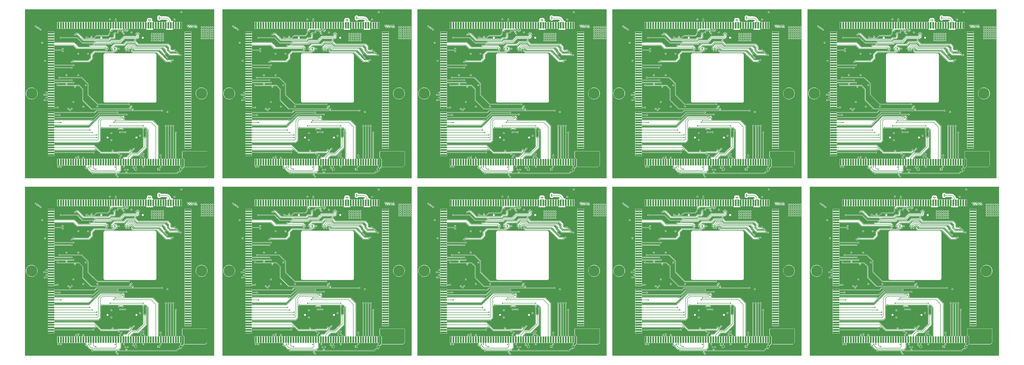
<source format=gtl>
%MOIN*%
%OFA0B0*%
%FSLAX23Y23*%
%IPPOS*%
%LPD*%
%ADD11C,0.01181*%
%ADD13R,0.09842999999999999X0.02756*%
%ADD14R,0.02756X0.09842999999999999*%
%ADD15C,0.03937*%
%ADD16R,0.0315X0.02362*%
%ADD23C,0.00461*%
%ADD24C,0.006000000000000001*%
%ADD25C,0.01*%
%ADD26C,0.01968*%
%ADD27C,0.17717*%
%ADD28C,0.01968*%
%ADD39C,0.01181*%
%ADD40R,0.09842999999999999X0.02756*%
%ADD41R,0.02756X0.09842999999999999*%
%ADD42C,0.03937*%
%ADD43R,0.0315X0.02362*%
%ADD44C,0.00461*%
%ADD45C,0.006000000000000001*%
%ADD46C,0.01*%
%ADD47C,0.01968*%
%ADD48C,0.17717*%
%ADD49C,0.01968*%
%ADD50C,0.01181*%
%ADD51R,0.09842999999999999X0.02756*%
%ADD52R,0.02756X0.09842999999999999*%
%ADD53C,0.03937*%
%ADD54R,0.0315X0.02362*%
%ADD55C,0.00461*%
%ADD56C,0.006000000000000001*%
%ADD57C,0.01*%
%ADD58C,0.01968*%
%ADD59C,0.17717*%
%ADD60C,0.01968*%
%ADD61C,0.01181*%
%ADD62R,0.09842999999999999X0.02756*%
%ADD63R,0.02756X0.09842999999999999*%
%ADD64C,0.03937*%
%ADD65R,0.0315X0.02362*%
%ADD66C,0.00461*%
%ADD67C,0.006000000000000001*%
%ADD68C,0.01*%
%ADD69C,0.01968*%
%ADD70C,0.17717*%
%ADD71C,0.01968*%
%ADD72C,0.01181*%
%ADD73R,0.09842999999999999X0.02756*%
%ADD74R,0.02756X0.09842999999999999*%
%ADD75C,0.03937*%
%ADD76R,0.0315X0.02362*%
%ADD77C,0.00461*%
%ADD78C,0.006000000000000001*%
%ADD79C,0.01*%
%ADD80C,0.01968*%
%ADD81C,0.17717*%
%ADD82C,0.01968*%
%ADD83C,0.01181*%
%ADD84R,0.09842999999999999X0.02756*%
%ADD85R,0.02756X0.09842999999999999*%
%ADD86C,0.03937*%
%ADD87R,0.0315X0.02362*%
%ADD88C,0.00461*%
%ADD89C,0.006000000000000001*%
%ADD90C,0.01*%
%ADD91C,0.01968*%
%ADD92C,0.17717*%
%ADD93C,0.01968*%
%ADD94C,0.01181*%
%ADD95R,0.09842999999999999X0.02756*%
%ADD96R,0.02756X0.09842999999999999*%
%ADD97C,0.03937*%
%ADD98R,0.0315X0.02362*%
%ADD99C,0.00461*%
%ADD100C,0.006000000000000001*%
%ADD101C,0.01*%
%ADD102C,0.01968*%
%ADD103C,0.17717*%
%ADD104C,0.01968*%
%ADD105C,0.01181*%
%ADD106R,0.09842999999999999X0.02756*%
%ADD107R,0.02756X0.09842999999999999*%
%ADD108C,0.03937*%
%ADD109R,0.0315X0.02362*%
%ADD110C,0.00461*%
%ADD111C,0.006000000000000001*%
%ADD112C,0.01*%
%ADD113C,0.01968*%
%ADD114C,0.17717*%
%ADD115C,0.01968*%
%ADD116C,0.01181*%
%ADD117R,0.09842999999999999X0.02756*%
%ADD118R,0.02756X0.09842999999999999*%
%ADD119C,0.03937*%
%ADD120R,0.0315X0.02362*%
%ADD121C,0.00461*%
%ADD122C,0.006000000000000001*%
%ADD123C,0.01*%
%ADD124C,0.01968*%
%ADD125C,0.17717*%
%ADD126C,0.01968*%
%ADD127C,0.01181*%
%ADD128R,0.09842999999999999X0.02756*%
%ADD129R,0.02756X0.09842999999999999*%
%ADD130C,0.03937*%
%ADD131R,0.0315X0.02362*%
%ADD132C,0.00461*%
%ADD133C,0.006000000000000001*%
%ADD134C,0.01*%
%ADD135C,0.01968*%
%ADD136C,0.17717*%
%ADD137C,0.01968*%
G36*
X03489Y00498D02*
X00511Y00498D01*
X00511Y03162*
X03489Y03162*
X03489Y00498*
G37*
%LPC*%
G36*
X02972Y03132D02*
X02967Y03131D01*
X02962Y03128*
X02959Y03124*
X02958Y03118*
X02959Y03113*
X02962Y03108*
X02967Y03105*
X02972Y03104*
X02978Y03105*
X02982Y03108*
X02985Y03113*
X02986Y03118*
X02985Y03124*
X02982Y03128*
X02978Y03131*
X02972Y03132*
G37*
G36*
X01849Y03020D02*
X01843Y03019D01*
X01839Y03016*
X01836Y03011*
X01835Y03006*
X01836Y02999*
X01839Y02996*
X01843Y02993*
X01849Y02992*
X01854Y02993*
X01859Y02996*
X01862Y02999*
X01863Y03006*
X01862Y03011*
X01859Y03016*
X01854Y03019*
X01849Y03020*
G37*
G36*
X02869Y03018D02*
X02863Y03016D01*
X02859Y03013*
X02855Y03009*
X02855Y03003*
X02855Y02998*
X02859Y02993*
X02863Y02990*
X02869Y02989*
X02874Y02990*
X02879Y02993*
X02882Y02998*
X02883Y03003*
X02882Y03009*
X02879Y03013*
X02874Y03016*
X02869Y03018*
G37*
G36*
X02623Y03067D02*
X02616Y03066D01*
X02609Y03063*
X02602Y03058*
X02598Y03052*
X02595Y03044*
X02594Y03037*
X02595Y03029*
X02596Y03025*
X02595Y03021*
X02594Y03013*
X02595Y03005*
X02598Y02998*
X02602Y02992*
X02609Y02987*
X02616Y02984*
X02623Y02983*
X02631Y02984*
X02639Y02987*
X02645Y02992*
X02649Y02998*
X02727Y02998*
X02728Y02998*
X02736Y02997*
X02744Y02993*
X02747Y02991*
X02751Y02987*
X02754Y02984*
X02755Y02982*
X02753Y02977*
X02733Y02977*
X02733Y02961*
X02712Y02961*
X02709Y02961*
X02705Y02961*
X02671Y02961*
X02671Y02961*
X02667Y02961*
X02666Y02961*
X02633Y02961*
X02632Y02961*
X02628Y02961*
X02627Y02961*
X02593Y02961*
X02592Y02961*
X02587Y02961*
X02587Y02961*
X02554Y02961*
X02553Y02961*
X02549Y02961*
X02548Y02961*
X02526Y02961*
X02526Y02977*
X02513Y02977*
X02510Y02982*
X02513Y02987*
X02514Y02996*
X02513Y03004*
X02510Y03011*
X02505Y03017*
X02499Y03022*
X02491Y03025*
X02484Y03025*
X02476Y03025*
X02471Y03023*
X02466Y03024*
X02459Y03025*
X02451Y03024*
X02444Y03021*
X02437Y03017*
X02433Y03010*
X02430Y03003*
X02429Y02995*
X02430Y02987*
X02432Y02982*
X02429Y02977*
X02419Y02977*
X02419Y02961*
X02397Y02961*
X02395Y02961*
X02392Y02961*
X02390Y02961*
X02357Y02961*
X02356Y02961*
X02352Y02961*
X02351Y02961*
X02318Y02961*
X02317Y02961*
X02313Y02961*
X02312Y02961*
X02278Y02961*
X02277Y02961*
X02273Y02961*
X02272Y02961*
X02239Y02961*
X02238Y02961*
X02234Y02961*
X02233Y02961*
X02200Y02961*
X02195Y02961*
X02194Y02961*
X02160Y02961*
X02159Y02961*
X02154Y02961*
X02121Y02961*
X02120Y02961*
X02116Y02961*
X02115Y02961*
X02082Y02961*
X02080Y02961*
X02077Y02961*
X02075Y02961*
X02041Y02961*
X02041Y02961*
X02037Y02961*
X02036Y02961*
X02003Y02961*
X02001Y02961*
X01998Y02961*
X01997Y02961*
X01963Y02961*
X01962Y02961*
X01958Y02961*
X01957Y02961*
X01953Y02961*
X01953Y02962*
X01952Y02962*
X01952Y02962*
X01952Y02962*
X01952Y02962*
X01952Y02962*
X01952Y02963*
X01951Y02963*
X01951Y02965*
X01951Y02967*
X01951Y02969*
X01951Y02970*
X01951Y02990*
X01951Y02990*
X01951Y02990*
X01951Y02990*
X01951Y02991*
X01951Y02993*
X01951Y02994*
X01951Y02994*
X01951Y02994*
X01951Y02994*
X01951Y02995*
X01951Y02995*
X01954Y02998*
X01955Y03004*
X01954Y03009*
X01951Y03013*
X01946Y03017*
X01941Y03018*
X01935Y03017*
X01931Y03013*
X01928Y03009*
X01927Y03004*
X01928Y02998*
X01930Y02995*
X01930Y02995*
X01930Y02995*
X01930Y02995*
X01930Y02995*
X01930Y02995*
X01930Y02994*
X01930Y02991*
X01930Y02990*
X01931Y02990*
X01931Y02970*
X01930Y02969*
X01930Y02967*
X01930Y02965*
X01930Y02963*
X01930Y02963*
X01929Y02962*
X01929Y02962*
X01929Y02962*
X01929Y02962*
X01929Y02962*
X01928Y02962*
X01928Y02961*
X01924Y02961*
X01919Y02961*
X01918Y02961*
X01885Y02961*
X01884Y02961*
X01879Y02961*
X01845Y02961*
X01844Y02961*
X01840Y02961*
X01839Y02961*
X01807Y02961*
X01802Y02961*
X01801Y02961*
X01768Y02961*
X01766Y02961*
X01763Y02961*
X01761Y02961*
X01728Y02961*
X01727Y02961*
X01722Y02961*
X01689Y02961*
X01688Y02961*
X01684Y02961*
X01683Y02961*
X01650Y02961*
X01648Y02961*
X01645Y02961*
X01643Y02961*
X01610Y02961*
X01609Y02961*
X01605Y02961*
X01604Y02961*
X01571Y02961*
X01570Y02961*
X01566Y02961*
X01565Y02961*
X01530Y02961*
X01530Y02961*
X01526Y02961*
X01524Y02961*
X01492Y02961*
X01491Y02961*
X01487Y02961*
X01486Y02961*
X01453Y02961*
X01451Y02961*
X01448Y02961*
X01445Y02961*
X01413Y02961*
X01412Y02961*
X01408Y02961*
X01407Y02961*
X01374Y02961*
X01369Y02961*
X01368Y02961*
X01335Y02961*
X01333Y02961*
X01328Y02961*
X01295Y02961*
X01293Y02961*
X01290Y02961*
X01289Y02961*
X01256Y02961*
X01255Y02961*
X01251Y02961*
X01250Y02961*
X01216Y02961*
X01215Y02961*
X01211Y02961*
X01210Y02961*
X01177Y02961*
X01176Y02961*
X01172Y02961*
X01171Y02961*
X01138Y02961*
X01137Y02961*
X01133Y02961*
X01132Y02961*
X01098Y02961*
X01097Y02961*
X01093Y02961*
X01092Y02961*
X01059Y02961*
X01058Y02961*
X01054Y02961*
X01053Y02961*
X01018Y02961*
X01018Y02855*
X01053Y02855*
X01054Y02855*
X01058Y02855*
X01059Y02855*
X01092Y02855*
X01093Y02855*
X01097Y02855*
X01098Y02855*
X01132Y02855*
X01133Y02855*
X01137Y02855*
X01138Y02855*
X01171Y02855*
X01172Y02855*
X01176Y02855*
X01177Y02855*
X01210Y02855*
X01211Y02855*
X01215Y02855*
X01216Y02855*
X01250Y02855*
X01251Y02855*
X01255Y02855*
X01256Y02855*
X01289Y02855*
X01290Y02855*
X01293Y02855*
X01295Y02855*
X01328Y02855*
X01329Y02855*
X01335Y02855*
X01368Y02855*
X01372Y02855*
X01374Y02855*
X01407Y02855*
X01408Y02855*
X01412Y02855*
X01413Y02855*
X01445Y02855*
X01448Y02855*
X01451Y02855*
X01453Y02855*
X01486Y02855*
X01487Y02855*
X01491Y02855*
X01492Y02855*
X01524Y02855*
X01526Y02855*
X01530Y02855*
X01530Y02855*
X01565Y02855*
X01566Y02855*
X01570Y02855*
X01571Y02855*
X01604Y02855*
X01605Y02855*
X01609Y02855*
X01610Y02855*
X01643Y02855*
X01645Y02855*
X01648Y02855*
X01650Y02855*
X01683Y02855*
X01684Y02855*
X01688Y02855*
X01689Y02855*
X01722Y02855*
X01723Y02855*
X01728Y02855*
X01761Y02855*
X01763Y02855*
X01766Y02855*
X01768Y02855*
X01801Y02855*
X01806Y02855*
X01807Y02855*
X01839Y02855*
X01840Y02855*
X01844Y02855*
X01845Y02855*
X01849Y02855*
X01851Y02850*
X01841Y02839*
X01839Y02837*
X01839Y02834*
X01839Y02781*
X01811Y02754*
X01636Y02754*
X01633Y02753*
X01631Y02752*
X01595Y02716*
X01570Y02716*
X01568Y02721*
X01570Y02721*
X01572Y02727*
X01574Y02732*
X01572Y02737*
X01570Y02742*
X01565Y02745*
X01560Y02745*
X01554Y02745*
X01550Y02742*
X01547Y02737*
X01546Y02732*
X01547Y02727*
X01550Y02721*
X01551Y02721*
X01548Y02716*
X01512Y02716*
X01504Y02724*
X01502Y02725*
X01499Y02726*
X01496Y02726*
X01495Y02726*
X01493Y02726*
X01493Y02726*
X01493Y02726*
X01493Y02727*
X01493Y02727*
X01492Y02727*
X01492Y02727*
X01491Y02728*
X01490Y02728*
X01490Y02729*
X01489Y02729*
X01485Y02732*
X01480Y02733*
X01474Y02732*
X01469Y02729*
X01467Y02724*
X01466Y02719*
X01467Y02713*
X01469Y02709*
X01474Y02706*
X01480Y02705*
X01485Y02706*
X01489Y02709*
X01490Y02709*
X01490Y02709*
X01491Y02709*
X01491Y02709*
X01492Y02711*
X01493Y02711*
X01493Y02711*
X01493Y02711*
X01493Y02711*
X01493Y02712*
X01495Y02712*
X01496Y02712*
X01496Y02712*
X01504Y02704*
X01506Y02703*
X01509Y02702*
X01598Y02702*
X01601Y02703*
X01603Y02704*
X01639Y02740*
X01814Y02740*
X01817Y02740*
X01819Y02742*
X01851Y02773*
X01852Y02775*
X01853Y02778*
X01853Y02817*
X01853Y02817*
X01858Y02817*
X01859Y02815*
X01862Y02811*
X01866Y02807*
X01872Y02807*
X01877Y02807*
X01882Y02811*
X01885Y02815*
X01886Y02821*
X01886Y02821*
X01886Y02822*
X01886Y02823*
X01886Y02823*
X01886Y02824*
X01886Y02824*
X01887Y02825*
X01887Y02825*
X01887Y02826*
X01887Y02826*
X01888Y02827*
X01888Y02827*
X01895Y02834*
X02049Y02834*
X02051Y02834*
X02054Y02836*
X02064Y02846*
X02065Y02848*
X02066Y02851*
X02070Y02855*
X02075Y02855*
X02077Y02855*
X02080Y02855*
X02082Y02855*
X02085Y02855*
X02087Y02850*
X02065Y02828*
X01978Y02828*
X01975Y02827*
X01973Y02826*
X01965Y02817*
X01963Y02816*
X01963Y02814*
X01963Y02813*
X01963Y02813*
X01963Y02812*
X01962Y02812*
X01962Y02811*
X01962Y02811*
X01962Y02811*
X01962Y02811*
X01962Y02811*
X01962Y02811*
X01962Y02810*
X01962Y02810*
X01961Y02810*
X01961Y02810*
X01960Y02809*
X01957Y02804*
X01956Y02799*
X01957Y02793*
X01960Y02789*
X01965Y02786*
X01970Y02785*
X01975Y02786*
X01980Y02789*
X01983Y02793*
X01984Y02799*
X01983Y02804*
X01980Y02809*
X01980Y02812*
X01981Y02813*
X01982Y02814*
X02037Y02814*
X02039Y02809*
X02039Y02809*
X02036Y02804*
X02035Y02799*
X02036Y02793*
X02039Y02789*
X02043Y02786*
X02049Y02785*
X02051Y02785*
X02055Y02781*
X02054Y02778*
X02055Y02773*
X02058Y02768*
X02063Y02765*
X02068Y02764*
X02074Y02765*
X02078Y02768*
X02081Y02773*
X02082Y02778*
X02081Y02783*
X02078Y02788*
X02074Y02791*
X02068Y02792*
X02066Y02792*
X02062Y02795*
X02063Y02799*
X02062Y02804*
X02059Y02809*
X02059Y02809*
X02060Y02814*
X02068Y02814*
X02071Y02814*
X02073Y02816*
X02103Y02846*
X02105Y02848*
X02105Y02851*
X02109Y02855*
X02115Y02855*
X02116Y02855*
X02120Y02855*
X02121Y02855*
X02154Y02855*
X02155Y02855*
X02160Y02855*
X02194Y02855*
X02199Y02855*
X02200Y02855*
X02233Y02855*
X02234Y02855*
X02238Y02855*
X02239Y02855*
X02272Y02855*
X02273Y02855*
X02277Y02855*
X02278Y02855*
X02312Y02855*
X02313Y02855*
X02317Y02855*
X02318Y02855*
X02351Y02855*
X02352Y02855*
X02356Y02855*
X02357Y02855*
X02390Y02855*
X02392Y02855*
X02395Y02855*
X02397Y02855*
X02419Y02855*
X02419Y02839*
X02526Y02839*
X02526Y02855*
X02548Y02855*
X02549Y02855*
X02553Y02855*
X02554Y02855*
X02587Y02855*
X02587Y02855*
X02592Y02855*
X02593Y02855*
X02627Y02855*
X02628Y02855*
X02632Y02855*
X02633Y02855*
X02666Y02855*
X02667Y02855*
X02671Y02855*
X02671Y02855*
X02705Y02855*
X02707Y02855*
X02712Y02855*
X02733Y02855*
X02733Y02839*
X02841Y02839*
X02841Y02855*
X02863Y02855*
X02867Y02855*
X02869Y02855*
X02902Y02855*
X02903Y02855*
X02907Y02855*
X02908Y02855*
X02942Y02855*
X02943Y02855*
X02947Y02855*
X02948Y02855*
X02982Y02855*
X02982Y02961*
X02948Y02961*
X02947Y02961*
X02943Y02961*
X02942Y02961*
X02908Y02961*
X02907Y02961*
X02903Y02961*
X02902Y02961*
X02869Y02961*
X02864Y02961*
X02863Y02961*
X02841Y02961*
X02841Y02977*
X02813Y02977*
X02813Y02982*
X02807Y02998*
X02800Y03013*
X02789Y03025*
X02789Y03025*
X02789Y03025*
X02789Y03025*
X02776Y03037*
X02761Y03045*
X02744Y03049*
X02727Y03052*
X02727Y03052*
X02649Y03052*
X02645Y03058*
X02639Y03063*
X02631Y03066*
X02623Y03067*
G37*
G36*
X03204Y02920D02*
X03198Y02919D01*
X03194Y02915*
X03191Y02911*
X03190Y02906*
X03191Y02900*
X03193Y02898*
X03189Y02894*
X03189Y02894*
X03184Y02895*
X03181Y02900*
X03182Y02900*
X03183Y02906*
X03182Y02911*
X03179Y02915*
X03174Y02919*
X03169Y02920*
X03163Y02919*
X03159Y02915*
X03156Y02911*
X03155Y02906*
X03156Y02900*
X03158Y02898*
X03154Y02894*
X03154Y02894*
X03149Y02895*
X03145Y02900*
X03147Y02900*
X03148Y02906*
X03147Y02911*
X03144Y02915*
X03139Y02919*
X03133Y02920*
X03128Y02919*
X03124Y02915*
X03121Y02911*
X03120Y02910*
X03114Y02910*
X03114Y02911*
X03112Y02915*
X03108Y02919*
X03102Y02920*
X03097Y02919*
X03092Y02915*
X03090Y02914*
X03085Y02914*
X03084Y02915*
X03078Y02919*
X03073Y02920*
X03068Y02919*
X03064Y02915*
X03061Y02911*
X03060Y02906*
X03061Y02900*
X03064Y02896*
X03068Y02893*
X03073Y02891*
X03076Y02887*
X03076Y02886*
X03075Y02881*
X03076Y02875*
X03078Y02871*
X03083Y02867*
X03089Y02867*
X03094Y02867*
X03099Y02871*
X03101Y02874*
X03102Y02875*
X03105Y02875*
X03106Y02874*
X03109Y02871*
X03113Y02867*
X03119Y02867*
X03124Y02867*
X03129Y02871*
X03131Y02874*
X03132Y02875*
X03135Y02875*
X03136Y02874*
X03139Y02871*
X03143Y02867*
X03149Y02867*
X03154Y02867*
X03159Y02871*
X03162Y02875*
X03163Y02881*
X03162Y02886*
X03160Y02889*
X03163Y02893*
X03163Y02893*
X03169Y02891*
X03171Y02887*
X03171Y02886*
X03170Y02881*
X03171Y02875*
X03174Y02871*
X03178Y02867*
X03184Y02867*
X03189Y02867*
X03194Y02871*
X03196Y02874*
X03197Y02875*
X03200Y02875*
X03201Y02874*
X03204Y02871*
X03208Y02867*
X03214Y02867*
X03219Y02867*
X03224Y02871*
X03227Y02875*
X03228Y02881*
X03227Y02886*
X03224Y02891*
X03219Y02894*
X03218Y02894*
X03216Y02900*
X03217Y02900*
X03218Y02906*
X03217Y02911*
X03214Y02915*
X03209Y02919*
X03204Y02920*
G37*
G36*
X03469Y02896D02*
X03463Y02894D01*
X03459Y02891*
X03456Y02887*
X03454Y02881*
X03456Y02876*
X03459Y02871*
X03463Y02867*
X03469Y02867*
X03474Y02867*
X03478Y02871*
X03482Y02876*
X03483Y02881*
X03482Y02887*
X03478Y02891*
X03474Y02894*
X03469Y02896*
G37*
G36*
X03434Y02896D02*
X03428Y02894D01*
X03424Y02891*
X03421Y02887*
X03420Y02881*
X03421Y02876*
X03424Y02871*
X03428Y02867*
X03434Y02867*
X03439Y02867*
X03444Y02871*
X03447Y02876*
X03448Y02881*
X03447Y02887*
X03444Y02891*
X03439Y02894*
X03434Y02896*
G37*
G36*
X03399Y02896D02*
X03393Y02894D01*
X03389Y02891*
X03386Y02887*
X03385Y02881*
X03386Y02876*
X03389Y02871*
X03393Y02867*
X03399Y02867*
X03404Y02867*
X03409Y02871*
X03412Y02876*
X03413Y02881*
X03412Y02887*
X03409Y02891*
X03404Y02894*
X03399Y02896*
G37*
G36*
X03364Y02896D02*
X03358Y02894D01*
X03354Y02891*
X03351Y02887*
X03350Y02881*
X03351Y02876*
X03354Y02871*
X03358Y02867*
X03364Y02867*
X03369Y02867*
X03374Y02871*
X03377Y02876*
X03378Y02881*
X03377Y02887*
X03374Y02891*
X03369Y02894*
X03364Y02896*
G37*
G36*
X03329Y02896D02*
X03323Y02894D01*
X03319Y02891*
X03316Y02887*
X03315Y02881*
X03316Y02876*
X03319Y02871*
X03323Y02867*
X03329Y02867*
X03334Y02867*
X03339Y02871*
X03342Y02876*
X03343Y02881*
X03342Y02887*
X03339Y02891*
X03334Y02894*
X03329Y02896*
G37*
G36*
X03294Y02896D02*
X03288Y02894D01*
X03284Y02891*
X03281Y02887*
X03279Y02881*
X03281Y02876*
X03284Y02871*
X03288Y02867*
X03294Y02867*
X03299Y02867*
X03304Y02871*
X03307Y02876*
X03308Y02881*
X03307Y02887*
X03304Y02891*
X03299Y02894*
X03294Y02896*
G37*
G36*
X02127Y02849D02*
X02122Y02847D01*
X02117Y02843*
X02114Y02840*
X02113Y02834*
X02109Y02831*
X02108Y02831*
X02102Y02831*
X02098Y02828*
X02095Y02824*
X02094Y02817*
X02095Y02813*
X02098Y02807*
X02102Y02805*
X02108Y02804*
X02113Y02805*
X02118Y02807*
X02121Y02813*
X02122Y02817*
X02127Y02821*
X02127Y02819*
X02133Y02821*
X02137Y02824*
X02140Y02829*
X02142Y02834*
X02140Y02840*
X02137Y02843*
X02133Y02847*
X02127Y02849*
G37*
G36*
X03469Y02859D02*
X03463Y02858D01*
X03459Y02855*
X03456Y02851*
X03454Y02845*
X03456Y02840*
X03459Y02835*
X03463Y02831*
X03469Y02831*
X03474Y02831*
X03478Y02835*
X03482Y02840*
X03483Y02845*
X03482Y02851*
X03478Y02855*
X03474Y02858*
X03469Y02859*
G37*
G36*
X03434Y02859D02*
X03428Y02858D01*
X03424Y02855*
X03421Y02851*
X03420Y02845*
X03421Y02840*
X03424Y02835*
X03428Y02831*
X03434Y02831*
X03439Y02831*
X03444Y02835*
X03447Y02840*
X03448Y02845*
X03447Y02851*
X03444Y02855*
X03439Y02858*
X03434Y02859*
G37*
G36*
X03399Y02859D02*
X03393Y02858D01*
X03389Y02855*
X03386Y02851*
X03385Y02845*
X03386Y02840*
X03389Y02835*
X03393Y02831*
X03399Y02831*
X03404Y02831*
X03409Y02835*
X03412Y02840*
X03413Y02845*
X03412Y02851*
X03409Y02855*
X03404Y02858*
X03399Y02859*
G37*
G36*
X03364Y02859D02*
X03358Y02858D01*
X03354Y02855*
X03351Y02851*
X03350Y02845*
X03351Y02840*
X03354Y02835*
X03358Y02831*
X03364Y02831*
X03369Y02831*
X03374Y02835*
X03377Y02840*
X03378Y02845*
X03377Y02851*
X03374Y02855*
X03369Y02858*
X03364Y02859*
G37*
G36*
X03329Y02859D02*
X03323Y02858D01*
X03319Y02855*
X03316Y02851*
X03315Y02845*
X03316Y02840*
X03319Y02835*
X03323Y02831*
X03329Y02831*
X03334Y02831*
X03339Y02835*
X03342Y02840*
X03343Y02845*
X03342Y02851*
X03339Y02855*
X03334Y02858*
X03329Y02859*
G37*
G36*
X03294Y02859D02*
X03288Y02858D01*
X03284Y02855*
X03281Y02851*
X03279Y02845*
X03281Y02840*
X03284Y02835*
X03288Y02831*
X03294Y02831*
X03299Y02831*
X03304Y02835*
X03307Y02840*
X03308Y02845*
X03307Y02851*
X03304Y02855*
X03299Y02858*
X03294Y02859*
G37*
G36*
X00679Y02910D02*
X00673Y02909D01*
X00669Y02906*
X00666Y02901*
X00664Y02896*
X00666Y02890*
X00669Y02886*
X00673Y02883*
X00679Y02882*
X00685Y02883*
X00687Y02885*
X00688Y02884*
X00691Y02881*
X00691Y02877*
X00692Y02872*
X00695Y02867*
X00698Y02864*
X00704Y02863*
X00710Y02864*
X00712Y02865*
X00716Y02862*
X00716Y02861*
X00716Y02855*
X00719Y02851*
X00725Y02848*
X00730Y02847*
X00736Y02848*
X00739Y02850*
X00740Y02851*
X00743Y02848*
X00743Y02846*
X00742Y02841*
X00743Y02835*
X00746Y02831*
X00749Y02828*
X00756Y02827*
X00761Y02828*
X00766Y02831*
X00769Y02835*
X00770Y02841*
X00769Y02846*
X00766Y02851*
X00761Y02854*
X00756Y02855*
X00749Y02854*
X00746Y02852*
X00746Y02851*
X00742Y02854*
X00743Y02855*
X00743Y02861*
X00743Y02866*
X00740Y02871*
X00736Y02874*
X00730Y02875*
X00725Y02874*
X00722Y02873*
X00718Y02876*
X00719Y02877*
X00718Y02883*
X00715Y02887*
X00710Y02890*
X00704Y02891*
X00698Y02890*
X00695Y02888*
X00695Y02889*
X00692Y02891*
X00692Y02896*
X00692Y02901*
X00689Y02906*
X00685Y02909*
X00679Y02910*
G37*
G36*
X03469Y02825D02*
X03463Y02824D01*
X03459Y02821*
X03456Y02816*
X03454Y02811*
X03456Y02805*
X03459Y02801*
X03463Y02798*
X03469Y02797*
X03474Y02798*
X03478Y02801*
X03482Y02805*
X03483Y02811*
X03482Y02816*
X03478Y02821*
X03474Y02824*
X03469Y02825*
G37*
G36*
X03434Y02825D02*
X03428Y02824D01*
X03424Y02821*
X03421Y02816*
X03420Y02811*
X03421Y02805*
X03424Y02801*
X03428Y02798*
X03434Y02797*
X03439Y02798*
X03444Y02801*
X03447Y02805*
X03448Y02811*
X03447Y02816*
X03444Y02821*
X03439Y02824*
X03434Y02825*
G37*
G36*
X03399Y02825D02*
X03393Y02824D01*
X03389Y02821*
X03386Y02816*
X03385Y02811*
X03386Y02805*
X03389Y02801*
X03393Y02798*
X03399Y02797*
X03404Y02798*
X03409Y02801*
X03412Y02805*
X03413Y02811*
X03412Y02816*
X03409Y02821*
X03404Y02824*
X03399Y02825*
G37*
G36*
X03364Y02825D02*
X03358Y02824D01*
X03354Y02821*
X03351Y02816*
X03350Y02811*
X03351Y02805*
X03354Y02801*
X03358Y02798*
X03364Y02797*
X03369Y02798*
X03374Y02801*
X03377Y02805*
X03378Y02811*
X03377Y02816*
X03374Y02821*
X03369Y02824*
X03364Y02825*
G37*
G36*
X03329Y02825D02*
X03323Y02824D01*
X03319Y02821*
X03316Y02816*
X03315Y02811*
X03316Y02805*
X03319Y02801*
X03323Y02798*
X03329Y02797*
X03334Y02798*
X03339Y02801*
X03342Y02805*
X03343Y02811*
X03342Y02816*
X03339Y02821*
X03334Y02824*
X03329Y02825*
G37*
G36*
X03294Y02825D02*
X03288Y02824D01*
X03284Y02821*
X03281Y02816*
X03279Y02811*
X03281Y02805*
X03284Y02801*
X03288Y02798*
X03294Y02797*
X03299Y02798*
X03304Y02801*
X03307Y02805*
X03308Y02811*
X03307Y02816*
X03304Y02821*
X03299Y02824*
X03294Y02825*
G37*
G36*
X02188Y02813D02*
X02182Y02812D01*
X02178Y02809*
X02175Y02804*
X02174Y02799*
X02175Y02793*
X02178Y02789*
X02182Y02786*
X02188Y02785*
X02193Y02786*
X02198Y02789*
X02201Y02793*
X02202Y02799*
X02201Y02804*
X02198Y02809*
X02193Y02812*
X02188Y02813*
G37*
G36*
X03469Y02791D02*
X03463Y02789D01*
X03459Y02786*
X03456Y02781*
X03454Y02776*
X03456Y02771*
X03459Y02766*
X03463Y02763*
X03469Y02762*
X03474Y02763*
X03478Y02766*
X03482Y02771*
X03483Y02776*
X03482Y02781*
X03478Y02786*
X03474Y02789*
X03469Y02791*
G37*
G36*
X03434Y02791D02*
X03428Y02789D01*
X03424Y02786*
X03421Y02781*
X03420Y02776*
X03421Y02771*
X03424Y02766*
X03428Y02763*
X03434Y02762*
X03439Y02763*
X03444Y02766*
X03447Y02771*
X03448Y02776*
X03447Y02781*
X03444Y02786*
X03439Y02789*
X03434Y02791*
G37*
G36*
X03399Y02791D02*
X03393Y02789D01*
X03389Y02786*
X03386Y02781*
X03385Y02776*
X03386Y02771*
X03389Y02766*
X03393Y02763*
X03399Y02762*
X03404Y02763*
X03409Y02766*
X03412Y02771*
X03413Y02776*
X03412Y02781*
X03409Y02786*
X03404Y02789*
X03399Y02791*
G37*
G36*
X03364Y02791D02*
X03358Y02789D01*
X03354Y02786*
X03351Y02781*
X03350Y02776*
X03351Y02771*
X03354Y02766*
X03358Y02763*
X03364Y02762*
X03369Y02763*
X03374Y02766*
X03377Y02771*
X03378Y02776*
X03377Y02781*
X03374Y02786*
X03369Y02789*
X03364Y02791*
G37*
G36*
X03329Y02791D02*
X03323Y02789D01*
X03319Y02786*
X03316Y02781*
X03315Y02776*
X03316Y02771*
X03319Y02766*
X03323Y02763*
X03329Y02762*
X03334Y02763*
X03339Y02766*
X03342Y02771*
X03343Y02776*
X03342Y02781*
X03339Y02786*
X03334Y02789*
X03329Y02791*
G37*
G36*
X03294Y02791D02*
X03288Y02789D01*
X03284Y02786*
X03281Y02781*
X03279Y02776*
X03281Y02771*
X03284Y02766*
X03288Y02763*
X03294Y02762*
X03299Y02763*
X03304Y02766*
X03307Y02771*
X03308Y02776*
X03307Y02781*
X03304Y02786*
X03299Y02789*
X03294Y02791*
G37*
G36*
X02683Y02790D02*
X02678Y02789D01*
X02673Y02786*
X02671Y02781*
X02670Y02776*
X02671Y02769*
X02673Y02766*
X02678Y02763*
X02683Y02762*
X02689Y02763*
X02694Y02766*
X02697Y02769*
X02697Y02776*
X02697Y02781*
X02694Y02786*
X02689Y02789*
X02683Y02790*
G37*
G36*
X02649Y02790D02*
X02643Y02789D01*
X02639Y02786*
X02635Y02781*
X02635Y02776*
X02635Y02769*
X02639Y02766*
X02643Y02763*
X02649Y02762*
X02654Y02763*
X02659Y02766*
X02661Y02769*
X02663Y02776*
X02661Y02781*
X02659Y02786*
X02654Y02789*
X02649Y02790*
G37*
G36*
X02613Y02790D02*
X02608Y02789D01*
X02604Y02786*
X02601Y02781*
X02599Y02776*
X02601Y02769*
X02604Y02766*
X02608Y02763*
X02613Y02762*
X02619Y02763*
X02623Y02766*
X02627Y02769*
X02628Y02776*
X02627Y02781*
X02623Y02786*
X02619Y02789*
X02613Y02790*
G37*
G36*
X02579Y02790D02*
X02573Y02789D01*
X02569Y02786*
X02566Y02781*
X02565Y02776*
X02566Y02769*
X02569Y02766*
X02573Y02763*
X02579Y02762*
X02584Y02763*
X02589Y02766*
X02592Y02769*
X02593Y02776*
X02592Y02781*
X02589Y02786*
X02584Y02789*
X02579Y02790*
G37*
G36*
X02544Y02790D02*
X02538Y02789D01*
X02534Y02786*
X02531Y02781*
X02530Y02776*
X02531Y02769*
X02534Y02766*
X02538Y02763*
X02544Y02762*
X02549Y02763*
X02554Y02766*
X02557Y02769*
X02558Y02776*
X02557Y02781*
X02554Y02786*
X02549Y02789*
X02544Y02790*
G37*
G36*
X02509Y02790D02*
X02503Y02789D01*
X02499Y02786*
X02496Y02781*
X02495Y02776*
X02496Y02769*
X02499Y02766*
X02503Y02763*
X02509Y02762*
X02514Y02763*
X02519Y02766*
X02522Y02769*
X02523Y02776*
X02522Y02781*
X02519Y02786*
X02514Y02789*
X02509Y02790*
G37*
G36*
X03469Y02756D02*
X03463Y02755D01*
X03459Y02752*
X03456Y02747*
X03454Y02742*
X03456Y02737*
X03459Y02732*
X03463Y02729*
X03469Y02728*
X03474Y02729*
X03478Y02732*
X03482Y02737*
X03483Y02742*
X03482Y02747*
X03478Y02752*
X03474Y02755*
X03469Y02756*
G37*
G36*
X03434Y02756D02*
X03428Y02755D01*
X03424Y02752*
X03421Y02747*
X03420Y02742*
X03421Y02737*
X03424Y02732*
X03428Y02729*
X03434Y02728*
X03439Y02729*
X03444Y02732*
X03447Y02737*
X03448Y02742*
X03447Y02747*
X03444Y02752*
X03439Y02755*
X03434Y02756*
G37*
G36*
X03399Y02756D02*
X03393Y02755D01*
X03389Y02752*
X03386Y02747*
X03385Y02742*
X03386Y02737*
X03389Y02732*
X03393Y02729*
X03399Y02728*
X03404Y02729*
X03409Y02732*
X03412Y02737*
X03413Y02742*
X03412Y02747*
X03409Y02752*
X03404Y02755*
X03399Y02756*
G37*
G36*
X03364Y02756D02*
X03358Y02755D01*
X03354Y02752*
X03351Y02747*
X03350Y02742*
X03351Y02737*
X03354Y02732*
X03358Y02729*
X03364Y02728*
X03369Y02729*
X03374Y02732*
X03377Y02737*
X03378Y02742*
X03377Y02747*
X03374Y02752*
X03369Y02755*
X03364Y02756*
G37*
G36*
X03329Y02756D02*
X03323Y02755D01*
X03319Y02752*
X03316Y02747*
X03315Y02742*
X03316Y02737*
X03319Y02732*
X03323Y02729*
X03329Y02728*
X03334Y02729*
X03339Y02732*
X03342Y02737*
X03343Y02742*
X03342Y02747*
X03339Y02752*
X03334Y02755*
X03329Y02756*
G37*
G36*
X03294Y02756D02*
X03288Y02755D01*
X03284Y02752*
X03281Y02747*
X03279Y02742*
X03281Y02737*
X03284Y02732*
X03288Y02729*
X03294Y02728*
X03299Y02729*
X03304Y02732*
X03307Y02737*
X03308Y02742*
X03307Y02747*
X03304Y02752*
X03299Y02755*
X03294Y02756*
G37*
G36*
X02683Y02756D02*
X02678Y02754D01*
X02673Y02751*
X02671Y02747*
X02670Y02741*
X02671Y02736*
X02673Y02731*
X02678Y02728*
X02683Y02727*
X02689Y02728*
X02694Y02731*
X02697Y02736*
X02697Y02741*
X02697Y02747*
X02694Y02751*
X02689Y02754*
X02683Y02756*
G37*
G36*
X02649Y02756D02*
X02643Y02754D01*
X02639Y02751*
X02635Y02747*
X02635Y02741*
X02635Y02736*
X02639Y02731*
X02643Y02728*
X02649Y02727*
X02654Y02728*
X02659Y02731*
X02661Y02736*
X02663Y02741*
X02661Y02747*
X02659Y02751*
X02654Y02754*
X02649Y02756*
G37*
G36*
X02613Y02756D02*
X02608Y02754D01*
X02604Y02751*
X02601Y02747*
X02599Y02741*
X02601Y02736*
X02604Y02731*
X02608Y02728*
X02613Y02727*
X02619Y02728*
X02623Y02731*
X02627Y02736*
X02628Y02741*
X02627Y02747*
X02623Y02751*
X02619Y02754*
X02613Y02756*
G37*
G36*
X02579Y02756D02*
X02573Y02754D01*
X02569Y02751*
X02566Y02747*
X02565Y02741*
X02566Y02736*
X02569Y02731*
X02573Y02728*
X02579Y02727*
X02584Y02728*
X02589Y02731*
X02592Y02736*
X02593Y02741*
X02592Y02747*
X02589Y02751*
X02584Y02754*
X02579Y02756*
G37*
G36*
X02544Y02756D02*
X02538Y02754D01*
X02534Y02751*
X02531Y02747*
X02530Y02741*
X02531Y02736*
X02534Y02731*
X02538Y02728*
X02544Y02727*
X02549Y02728*
X02554Y02731*
X02557Y02736*
X02558Y02741*
X02557Y02747*
X02554Y02751*
X02549Y02754*
X02544Y02756*
G37*
G36*
X02509Y02756D02*
X02503Y02754D01*
X02499Y02751*
X02496Y02747*
X02495Y02741*
X02496Y02736*
X02499Y02731*
X02503Y02728*
X02509Y02727*
X02514Y02728*
X02519Y02731*
X02522Y02736*
X02523Y02741*
X02522Y02747*
X02519Y02751*
X02514Y02754*
X02509Y02756*
G37*
G36*
X02366Y02731D02*
X02359Y02730D01*
X02354Y02727*
X02351Y02721*
X02349Y02715*
X02351Y02709*
X02354Y02704*
X02359Y02700*
X02366Y02699*
X02372Y02700*
X02377Y02704*
X02380Y02709*
X02382Y02715*
X02380Y02721*
X02377Y02727*
X02372Y02730*
X02366Y02731*
G37*
G36*
X02683Y02721D02*
X02678Y02720D01*
X02673Y02717*
X02671Y02712*
X02670Y02707*
X02671Y02702*
X02673Y02697*
X02678Y02694*
X02683Y02693*
X02689Y02694*
X02694Y02697*
X02697Y02702*
X02697Y02707*
X02697Y02712*
X02694Y02717*
X02689Y02720*
X02683Y02721*
G37*
G36*
X02649Y02721D02*
X02643Y02720D01*
X02639Y02717*
X02635Y02712*
X02635Y02707*
X02635Y02702*
X02639Y02697*
X02643Y02694*
X02649Y02693*
X02654Y02694*
X02659Y02697*
X02661Y02702*
X02663Y02707*
X02661Y02712*
X02659Y02717*
X02654Y02720*
X02649Y02721*
G37*
G36*
X02613Y02721D02*
X02608Y02720D01*
X02604Y02717*
X02601Y02712*
X02599Y02707*
X02601Y02702*
X02604Y02697*
X02608Y02694*
X02613Y02693*
X02619Y02694*
X02623Y02697*
X02627Y02702*
X02628Y02707*
X02627Y02712*
X02623Y02717*
X02619Y02720*
X02613Y02721*
G37*
G36*
X02579Y02721D02*
X02573Y02720D01*
X02569Y02717*
X02566Y02712*
X02565Y02707*
X02566Y02702*
X02569Y02697*
X02573Y02694*
X02579Y02693*
X02584Y02694*
X02589Y02697*
X02592Y02702*
X02593Y02707*
X02592Y02712*
X02589Y02717*
X02584Y02720*
X02579Y02721*
G37*
G36*
X02544Y02721D02*
X02538Y02720D01*
X02534Y02717*
X02531Y02712*
X02530Y02707*
X02531Y02702*
X02534Y02697*
X02538Y02694*
X02544Y02693*
X02549Y02694*
X02554Y02697*
X02557Y02702*
X02558Y02707*
X02557Y02712*
X02554Y02717*
X02549Y02720*
X02544Y02721*
G37*
G36*
X02509Y02721D02*
X02503Y02720D01*
X02499Y02717*
X02496Y02712*
X02495Y02707*
X02496Y02702*
X02499Y02697*
X02503Y02694*
X02509Y02693*
X02514Y02694*
X02519Y02697*
X02522Y02702*
X02523Y02707*
X02522Y02712*
X02519Y02717*
X02514Y02720*
X02509Y02721*
G37*
G36*
X03469Y02720D02*
X03463Y02719D01*
X03459Y02716*
X03456Y02711*
X03454Y02706*
X03456Y02700*
X03459Y02695*
X03463Y02693*
X03469Y02692*
X03474Y02693*
X03478Y02695*
X03482Y02700*
X03483Y02706*
X03482Y02711*
X03478Y02716*
X03474Y02719*
X03469Y02720*
G37*
G36*
X03434Y02720D02*
X03428Y02719D01*
X03424Y02716*
X03421Y02711*
X03420Y02706*
X03421Y02700*
X03424Y02695*
X03428Y02693*
X03434Y02692*
X03439Y02693*
X03444Y02695*
X03447Y02700*
X03448Y02706*
X03447Y02711*
X03444Y02716*
X03439Y02719*
X03434Y02720*
G37*
G36*
X03399Y02720D02*
X03393Y02719D01*
X03389Y02716*
X03386Y02711*
X03385Y02706*
X03386Y02700*
X03389Y02695*
X03393Y02693*
X03399Y02692*
X03404Y02693*
X03409Y02695*
X03412Y02700*
X03413Y02706*
X03412Y02711*
X03409Y02716*
X03404Y02719*
X03399Y02720*
G37*
G36*
X03364Y02720D02*
X03358Y02719D01*
X03354Y02716*
X03351Y02711*
X03350Y02706*
X03351Y02700*
X03354Y02695*
X03358Y02693*
X03364Y02692*
X03369Y02693*
X03374Y02695*
X03377Y02700*
X03378Y02706*
X03377Y02711*
X03374Y02716*
X03369Y02719*
X03364Y02720*
G37*
G36*
X03329Y02720D02*
X03323Y02719D01*
X03319Y02716*
X03316Y02711*
X03315Y02706*
X03316Y02700*
X03319Y02695*
X03323Y02693*
X03329Y02692*
X03334Y02693*
X03339Y02695*
X03342Y02700*
X03343Y02706*
X03342Y02711*
X03339Y02716*
X03334Y02719*
X03329Y02720*
G37*
G36*
X03294Y02720D02*
X03288Y02719D01*
X03284Y02716*
X03281Y02711*
X03279Y02706*
X03281Y02700*
X03284Y02695*
X03288Y02693*
X03294Y02692*
X03299Y02693*
X03304Y02695*
X03307Y02700*
X03308Y02706*
X03307Y02711*
X03304Y02716*
X03299Y02719*
X03294Y02720*
G37*
G36*
X02683Y02685D02*
X02678Y02683D01*
X02673Y02681*
X02671Y02676*
X02670Y02671*
X02671Y02665*
X02673Y02661*
X02678Y02658*
X02683Y02657*
X02689Y02658*
X02694Y02661*
X02697Y02665*
X02697Y02671*
X02697Y02676*
X02694Y02681*
X02689Y02683*
X02683Y02685*
G37*
G36*
X02649Y02685D02*
X02643Y02683D01*
X02639Y02681*
X02635Y02676*
X02635Y02671*
X02635Y02665*
X02639Y02661*
X02643Y02658*
X02649Y02657*
X02654Y02658*
X02659Y02661*
X02661Y02665*
X02663Y02671*
X02661Y02676*
X02659Y02681*
X02654Y02683*
X02649Y02685*
G37*
G36*
X02613Y02685D02*
X02608Y02683D01*
X02604Y02681*
X02601Y02676*
X02599Y02671*
X02601Y02665*
X02604Y02661*
X02608Y02658*
X02613Y02657*
X02619Y02658*
X02623Y02661*
X02627Y02665*
X02628Y02671*
X02627Y02676*
X02623Y02681*
X02619Y02683*
X02613Y02685*
G37*
G36*
X02579Y02685D02*
X02573Y02683D01*
X02569Y02681*
X02566Y02676*
X02565Y02671*
X02566Y02665*
X02569Y02661*
X02573Y02658*
X02579Y02657*
X02584Y02658*
X02589Y02661*
X02592Y02665*
X02593Y02671*
X02592Y02676*
X02589Y02681*
X02584Y02683*
X02579Y02685*
G37*
G36*
X02544Y02685D02*
X02538Y02683D01*
X02534Y02681*
X02531Y02676*
X02530Y02671*
X02531Y02665*
X02534Y02661*
X02538Y02658*
X02544Y02657*
X02549Y02658*
X02554Y02661*
X02557Y02665*
X02558Y02671*
X02557Y02676*
X02554Y02681*
X02549Y02683*
X02544Y02685*
G37*
G36*
X02509Y02685D02*
X02503Y02683D01*
X02499Y02681*
X02496Y02676*
X02495Y02671*
X02496Y02665*
X02499Y02661*
X02503Y02658*
X02509Y02657*
X02514Y02658*
X02519Y02661*
X02522Y02665*
X02523Y02671*
X02522Y02676*
X02519Y02681*
X02514Y02683*
X02509Y02685*
G37*
G36*
X00781Y02651D02*
X00776Y02649D01*
X00771Y02647*
X00768Y02642*
X00767Y02637*
X00768Y02631*
X00771Y02627*
X00776Y02623*
X00781Y02622*
X00787Y02623*
X00791Y02627*
X00795Y02631*
X00796Y02637*
X00795Y02642*
X00791Y02647*
X00787Y02649*
X00781Y02651*
G37*
G36*
X01105Y02554D02*
X01099Y02553D01*
X01095Y02550*
X01092Y02545*
X01091Y02539*
X01092Y02534*
X01095Y02530*
X01099Y02527*
X01105Y02526*
X01110Y02527*
X01115Y02530*
X01118Y02534*
X01119Y02539*
X01118Y02545*
X01115Y02550*
X01110Y02553*
X01105Y02554*
G37*
G36*
X00975Y02812D02*
X00869Y02812D01*
X00869Y02777*
X00869Y02776*
X00869Y02771*
X00869Y02738*
X00869Y02733*
X00869Y02732*
X00869Y02699*
X00869Y02697*
X00869Y02694*
X00869Y02692*
X00869Y02659*
X00869Y02658*
X00869Y02654*
X00869Y02653*
X00869Y02619*
X00869Y02615*
X00869Y02581*
X00869Y02579*
X00869Y02575*
X00869Y02574*
X00869Y02541*
X00869Y02539*
X00869Y02536*
X00869Y02535*
X00869Y02502*
X00869Y02501*
X00869Y02496*
X00869Y02462*
X00869Y02457*
X00869Y02456*
X00869Y02423*
X00869Y02422*
X00869Y02418*
X00869Y02417*
X00869Y02384*
X00869Y02383*
X00869Y02379*
X00869Y02378*
X00869Y02344*
X00869Y02343*
X00869Y02339*
X00869Y02338*
X00869Y02305*
X00869Y02304*
X00869Y02300*
X00869Y02299*
X00869Y02266*
X00869Y02264*
X00869Y02261*
X00869Y02259*
X00869Y02226*
X00869Y02225*
X00869Y02220*
X00869Y02187*
X00869Y02182*
X00869Y02181*
X00869Y02147*
X00869Y02146*
X00869Y02142*
X00869Y02141*
X00869Y02108*
X00869Y02107*
X00869Y02103*
X00869Y02102*
X00869Y02069*
X00869Y02068*
X00869Y02064*
X00869Y02063*
X00869Y02029*
X00869Y02028*
X00869Y02024*
X00869Y02023*
X00869Y01990*
X00869Y01989*
X00869Y01985*
X00869Y01984*
X00869Y01951*
X00869Y01949*
X00869Y01944*
X00869Y01911*
X00869Y01906*
X00869Y01905*
X00869Y01872*
X00869Y01871*
X00869Y01867*
X00869Y01866*
X00869Y01861*
X00868Y01860*
X00867Y01859*
X00867Y01858*
X00867Y01858*
X00864Y01857*
X00864Y01857*
X00863Y01857*
X00863Y01858*
X00862Y01858*
X00861Y01859*
X00861Y01859*
X00861Y01859*
X00856Y01862*
X00851Y01863*
X00845Y01862*
X00841Y01859*
X00838Y01855*
X00837Y01849*
X00838Y01844*
X00841Y01839*
X00845Y01836*
X00851Y01835*
X00856Y01836*
X00861Y01839*
X00861Y01839*
X00861Y01840*
X00862Y01840*
X00863Y01841*
X00863Y01841*
X00864Y01841*
X00864Y01841*
X00867Y01840*
X00867Y01840*
X00867Y01840*
X00868Y01839*
X00869Y01838*
X00869Y01833*
X00869Y01831*
X00869Y01826*
X00869Y01817*
X00869Y01817*
X00868Y01817*
X00867Y01817*
X00866Y01817*
X00832Y01817*
X00831Y01817*
X00828Y01820*
X00825Y01824*
X00819Y01827*
X00815Y01828*
X00810Y01827*
X00805Y01824*
X00802Y01820*
X00801Y01814*
X00802Y01809*
X00805Y01804*
X00810Y01801*
X00815Y01800*
X00819Y01801*
X00819Y01801*
X00819Y01801*
X00819Y01801*
X00821Y01801*
X00821Y01801*
X00824Y01802*
X00825Y01802*
X00829Y01802*
X00830Y01802*
X00830Y01803*
X00864Y01803*
X00869Y01799*
X00869Y01793*
X00869Y01792*
X00869Y01788*
X00869Y01787*
X00869Y01782*
X00868Y01781*
X00867Y01780*
X00867Y01780*
X00867Y01779*
X00864Y01778*
X00864Y01778*
X00863Y01779*
X00863Y01779*
X00862Y01779*
X00861Y01780*
X00861Y01780*
X00861Y01780*
X00856Y01783*
X00851Y01785*
X00845Y01783*
X00841Y01780*
X00838Y01776*
X00837Y01770*
X00838Y01765*
X00841Y01760*
X00845Y01757*
X00851Y01756*
X00856Y01757*
X00861Y01760*
X00861Y01760*
X00861Y01761*
X00862Y01762*
X00863Y01762*
X00863Y01762*
X00864Y01763*
X00864Y01763*
X00867Y01761*
X00867Y01761*
X00867Y01761*
X00868Y01760*
X00869Y01759*
X00869Y01754*
X00869Y01749*
X00869Y01748*
X00869Y01738*
X00869Y01738*
X00868Y01738*
X00867Y01738*
X00866Y01738*
X00837Y01738*
X00836Y01738*
X00836Y01738*
X00835Y01738*
X00835Y01739*
X00834Y01739*
X00834Y01739*
X00833Y01739*
X00833Y01740*
X00832Y01740*
X00832Y01740*
X00831Y01741*
X00831Y01741*
X00826Y01744*
X00821Y01745*
X00815Y01744*
X00811Y01741*
X00808Y01736*
X00807Y01731*
X00808Y01726*
X00811Y01721*
X00815Y01718*
X00821Y01717*
X00826Y01718*
X00831Y01721*
X00831Y01721*
X00832Y01722*
X00832Y01722*
X00833Y01723*
X00833Y01723*
X00834Y01723*
X00834Y01723*
X00835Y01723*
X00835Y01724*
X00836Y01724*
X00836Y01724*
X00837Y01724*
X00864Y01724*
X00869Y01720*
X00869Y01714*
X00869Y01713*
X00869Y01709*
X00869Y01708*
X00869Y01675*
X00869Y01674*
X00869Y01670*
X00869Y01669*
X00869Y01636*
X00869Y01633*
X00869Y01631*
X00869Y01629*
X00869Y01595*
X00975Y01595*
X00975Y01605*
X00975Y01605*
X00976Y01606*
X00977Y01606*
X00978Y01606*
X01010Y01606*
X01010Y01606*
X01010Y01606*
X01012Y01606*
X01012Y01605*
X01012Y01605*
X01014Y01605*
X01014Y01605*
X01016Y01604*
X01018Y01603*
X01018Y01603*
X01018Y01603*
X01025Y01602*
X01030Y01603*
X01035Y01606*
X01038Y01610*
X01039Y01616*
X01038Y01621*
X01035Y01626*
X01030Y01629*
X01025Y01630*
X01018Y01629*
X01014Y01626*
X01012Y01623*
X01012Y01622*
X01012Y01622*
X01010Y01621*
X01010Y01621*
X01010Y01621*
X01010Y01621*
X01010Y01621*
X01010Y01620*
X01010Y01620*
X01008Y01620*
X01008Y01620*
X01008Y01620*
X00980Y01620*
X00975Y01624*
X00975Y01629*
X00975Y01631*
X00975Y01633*
X00975Y01636*
X00975Y01669*
X00975Y01670*
X00975Y01674*
X00975Y01675*
X00975Y01708*
X00975Y01709*
X00975Y01713*
X00975Y01714*
X00975Y01748*
X00975Y01753*
X00975Y01754*
X00975Y01787*
X00975Y01788*
X00975Y01792*
X00975Y01793*
X00975Y01826*
X00975Y01828*
X00975Y01833*
X00975Y01866*
X00975Y01867*
X00975Y01871*
X00975Y01872*
X00975Y01905*
X00975Y01910*
X00975Y01911*
X00975Y01944*
X00975Y01946*
X00975Y01951*
X00975Y01984*
X00975Y01985*
X00975Y01989*
X00975Y01990*
X00975Y01999*
X00975Y01999*
X00976Y01999*
X00977Y01999*
X00978Y01999*
X01157Y01999*
X01158Y01994*
X01155Y01993*
X01152Y01988*
X01151Y01983*
X01152Y01977*
X01155Y01973*
X01156Y01972*
X01154Y01967*
X01039Y01967*
X01039Y01967*
X01038Y01973*
X01035Y01977*
X01030Y01980*
X01025Y01981*
X01018Y01980*
X01014Y01977*
X01012Y01973*
X01010Y01967*
X01012Y01962*
X01014Y01957*
X01018Y01954*
X01025Y01953*
X01029Y01954*
X01029Y01954*
X01032Y01953*
X01285Y01953*
X01286Y01952*
X01287Y01948*
X01285Y01945*
X01284Y01939*
X01285Y01934*
X01287Y01929*
X01293Y01926*
X01298Y01925*
X01303Y01926*
X01308Y01929*
X01311Y01934*
X01311Y01939*
X01311Y01945*
X01309Y01948*
X01310Y01952*
X01311Y01953*
X01362Y01953*
X01413Y01903*
X01413Y01731*
X01413Y01728*
X01414Y01726*
X01554Y01586*
X01557Y01584*
X01560Y01584*
X02190Y01584*
X02191Y01584*
X02191Y01584*
X02192Y01583*
X02192Y01583*
X02193Y01583*
X02193Y01583*
X02194Y01583*
X02194Y01582*
X02195Y01582*
X02195Y01581*
X02196Y01581*
X02196Y01581*
X02201Y01578*
X02201Y01578*
X02198Y01572*
X01637Y01572*
X01633Y01572*
X01632Y01571*
X01602Y01541*
X00978Y01541*
X00977Y01541*
X00976Y01542*
X00975Y01542*
X00975Y01542*
X00975Y01552*
X00869Y01552*
X00869Y01518*
X00869Y01512*
X00869Y01511*
X00869Y01478*
X00869Y01477*
X00869Y01473*
X00869Y01472*
X00869Y01439*
X00869Y01438*
X00869Y01433*
X00869Y01399*
X00869Y01397*
X00869Y01394*
X00869Y01393*
X00869Y01360*
X00869Y01354*
X00869Y01354*
X00869Y01321*
X00869Y01320*
X00869Y01316*
X00869Y01315*
X00869Y01281*
X00869Y01280*
X00869Y01275*
X00869Y01242*
X00869Y01237*
X00869Y01236*
X00869Y01203*
X00869Y01201*
X00869Y01198*
X00869Y01196*
X00869Y01163*
X00869Y01162*
X00869Y01158*
X00869Y01157*
X00869Y01125*
X00869Y01124*
X00869Y01120*
X00869Y01119*
X00869Y01084*
X00869Y01080*
X00869Y01046*
X00869Y01045*
X00869Y01040*
X00869Y01006*
X00869Y01006*
X00869Y01002*
X00869Y01000*
X00869Y00967*
X00869Y00962*
X00869Y00961*
X00869Y00928*
X00869Y00927*
X00869Y00923*
X00869Y00922*
X00869Y00889*
X00869Y00887*
X00869Y00884*
X00869Y00882*
X00869Y00848*
X00975Y00848*
X00975Y00882*
X00975Y00884*
X00975Y00887*
X00975Y00889*
X00975Y00898*
X00975Y00898*
X00976Y00898*
X00977Y00898*
X00978Y00898*
X01575Y00898*
X01575Y00898*
X01576Y00898*
X01576Y00898*
X01577Y00898*
X01577Y00898*
X01578Y00897*
X01579Y00897*
X01579Y00897*
X01581Y00896*
X01581Y00895*
X01582Y00895*
X01584Y00894*
X01590Y00893*
X01595Y00894*
X01600Y00897*
X01603Y00901*
X01604Y00907*
X01603Y00912*
X01600Y00917*
X01595Y00920*
X01590Y00921*
X01584Y00920*
X01580Y00917*
X01579Y00915*
X01578Y00915*
X01578Y00914*
X01577Y00914*
X01577Y00914*
X01576Y00913*
X01576Y00913*
X01576Y00913*
X01575Y00913*
X01575Y00913*
X01575Y00913*
X01574Y00913*
X01574Y00912*
X01572Y00912*
X01572Y00912*
X00980Y00912*
X00975Y00916*
X00975Y00922*
X00975Y00923*
X00975Y00927*
X00975Y00928*
X00975Y00937*
X00975Y00937*
X00976Y00937*
X00977Y00937*
X00978Y00937*
X01606Y00937*
X01607Y00938*
X01611Y00935*
X01616Y00934*
X01622Y00935*
X01626Y00938*
X01630Y00942*
X01631Y00948*
X01635Y00950*
X01699Y00887*
X01701Y00885*
X01704Y00885*
X01971Y00885*
X01976Y00882*
X01976Y00880*
X01977Y00876*
X01980Y00872*
X01984Y00869*
X01990Y00868*
X01995Y00869*
X02000Y00872*
X02003Y00876*
X02004Y00882*
X02003Y00887*
X02004Y00890*
X02005Y00892*
X02152Y00892*
X02154Y00887*
X02107Y00840*
X02068Y00840*
X02066Y00839*
X02063Y00838*
X02054Y00828*
X02052Y00826*
X02052Y00822*
X02052Y00810*
X02048Y00805*
X02041Y00805*
X02041Y00805*
X02037Y00805*
X02036Y00805*
X02003Y00805*
X01998Y00805*
X01997Y00805*
X01963Y00805*
X01962Y00805*
X01957Y00805*
X01924Y00805*
X01923Y00805*
X01919Y00805*
X01918Y00805*
X01885Y00805*
X01880Y00805*
X01879Y00805*
X01845Y00805*
X01844Y00805*
X01839Y00805*
X01807Y00805*
X01806Y00805*
X01802Y00805*
X01801Y00805*
X01768Y00805*
X01766Y00805*
X01763Y00805*
X01761Y00805*
X01728Y00805*
X01723Y00805*
X01722Y00805*
X01689Y00805*
X01688Y00805*
X01683Y00805*
X01650Y00805*
X01648Y00805*
X01645Y00805*
X01643Y00805*
X01610Y00805*
X01605Y00805*
X01604Y00805*
X01571Y00805*
X01570Y00805*
X01565Y00805*
X01530Y00805*
X01530Y00805*
X01526Y00805*
X01524Y00805*
X01492Y00805*
X01487Y00805*
X01486Y00805*
X01453Y00805*
X01451Y00805*
X01448Y00805*
X01445Y00805*
X01441Y00805*
X01439Y00806*
X01439Y00806*
X01439Y00807*
X01439Y00807*
X01438Y00810*
X01438Y00810*
X01438Y00811*
X01438Y00811*
X01439Y00812*
X01439Y00812*
X01439Y00813*
X01439Y00813*
X01443Y00818*
X01444Y00822*
X01443Y00828*
X01439Y00833*
X01435Y00836*
X01430Y00837*
X01424Y00836*
X01420Y00833*
X01417Y00828*
X01415Y00822*
X01417Y00818*
X01420Y00813*
X01420Y00813*
X01420Y00812*
X01420Y00812*
X01420Y00811*
X01421Y00811*
X01421Y00810*
X01421Y00810*
X01420Y00807*
X01420Y00807*
X01420Y00806*
X01419Y00806*
X01418Y00805*
X01413Y00805*
X01412Y00805*
X01407Y00805*
X01374Y00805*
X01372Y00805*
X01369Y00805*
X01368Y00805*
X01359Y00805*
X01359Y00805*
X01358Y00806*
X01358Y00807*
X01358Y00807*
X01358Y00821*
X01358Y00821*
X01358Y00822*
X01359Y00822*
X01359Y00822*
X01359Y00822*
X01359Y00824*
X01359Y00824*
X01360Y00825*
X01360Y00826*
X01360Y00826*
X01360Y00827*
X01360Y00828*
X01364Y00831*
X01365Y00837*
X01364Y00842*
X01360Y00847*
X01356Y00850*
X01351Y00851*
X01345Y00850*
X01341Y00847*
X01338Y00842*
X01336Y00837*
X01338Y00831*
X01341Y00827*
X01341Y00826*
X01341Y00826*
X01341Y00825*
X01341Y00825*
X01342Y00824*
X01342Y00824*
X01342Y00822*
X01342Y00822*
X01344Y00822*
X01344Y00822*
X01344Y00822*
X01344Y00821*
X01344Y00821*
X01344Y00821*
X01344Y00810*
X01340Y00805*
X01335Y00805*
X01333Y00805*
X01329Y00805*
X01328Y00805*
X01323Y00805*
X01322Y00806*
X01321Y00806*
X01321Y00807*
X01321Y00807*
X01318Y00810*
X01320Y00810*
X01320Y00811*
X01320Y00811*
X01321Y00812*
X01321Y00812*
X01322Y00813*
X01322Y00813*
X01324Y00818*
X01326Y00822*
X01324Y00828*
X01322Y00833*
X01317Y00836*
X01311Y00837*
X01305Y00836*
X01302Y00833*
X01299Y00828*
X01298Y00822*
X01299Y00818*
X01302Y00813*
X01302Y00813*
X01302Y00812*
X01303Y00812*
X01303Y00811*
X01304Y00811*
X01304Y00810*
X01304Y00810*
X01303Y00807*
X01303Y00807*
X01302Y00806*
X01301Y00806*
X01299Y00805*
X01295Y00805*
X01293Y00805*
X01290Y00805*
X01289Y00805*
X01256Y00805*
X01255Y00805*
X01251Y00805*
X01250Y00805*
X01216Y00805*
X01211Y00805*
X01210Y00805*
X01177Y00805*
X01176Y00805*
X01171Y00805*
X01138Y00805*
X01137Y00805*
X01133Y00805*
X01132Y00805*
X01098Y00805*
X01097Y00805*
X01093Y00805*
X01092Y00805*
X01059Y00805*
X01054Y00805*
X01053Y00805*
X01018Y00805*
X01018Y00698*
X01025Y00698*
X01026Y00698*
X01027Y00697*
X01027Y00697*
X01027Y00695*
X01028Y00694*
X01028Y00692*
X01028Y00692*
X01028Y00692*
X01027Y00692*
X01027Y00691*
X01026Y00689*
X01026Y00689*
X01022Y00686*
X01022Y00680*
X01022Y00675*
X01026Y00670*
X01031Y00667*
X01036Y00666*
X01042Y00667*
X01046Y00670*
X01049Y00675*
X01050Y00680*
X01049Y00686*
X01046Y00689*
X01046Y00689*
X01046Y00691*
X01045Y00692*
X01045Y00692*
X01044Y00692*
X01044Y00692*
X01044Y00694*
X01045Y00695*
X01045Y00697*
X01046Y00697*
X01047Y00698*
X01048Y00698*
X01053Y00698*
X01058Y00698*
X01059Y00698*
X01064Y00698*
X01065Y00698*
X01066Y00697*
X01066Y00697*
X01067Y00695*
X01068Y00694*
X01068Y00692*
X01067Y00692*
X01067Y00692*
X01067Y00692*
X01066Y00691*
X01066Y00689*
X01065Y00689*
X01063Y00686*
X01061Y00680*
X01063Y00675*
X01066Y00670*
X01070Y00667*
X01076Y00666*
X01081Y00667*
X01086Y00670*
X01089Y00675*
X01090Y00680*
X01089Y00686*
X01086Y00689*
X01086Y00689*
X01085Y00691*
X01084Y00692*
X01084Y00692*
X01084Y00692*
X01083Y00692*
X01083Y00694*
X01084Y00695*
X01085Y00697*
X01085Y00697*
X01086Y00698*
X01087Y00698*
X01092Y00698*
X01093Y00698*
X01097Y00698*
X01098Y00698*
X01132Y00698*
X01133Y00698*
X01137Y00698*
X01138Y00698*
X01171Y00698*
X01172Y00698*
X01177Y00698*
X01210Y00698*
X01215Y00698*
X01216Y00698*
X01250Y00698*
X01251Y00698*
X01255Y00698*
X01256Y00698*
X01289Y00698*
X01290Y00698*
X01293Y00698*
X01295Y00698*
X01328Y00698*
X01329Y00698*
X01333Y00698*
X01335Y00698*
X01368Y00698*
X01369Y00698*
X01372Y00698*
X01374Y00698*
X01407Y00698*
X01408Y00698*
X01413Y00698*
X01445Y00698*
X01448Y00698*
X01451Y00698*
X01453Y00698*
X01462Y00698*
X01462Y00698*
X01462Y00697*
X01462Y00695*
X01463Y00695*
X01463Y00683*
X01462Y00682*
X01462Y00682*
X01462Y00681*
X01462Y00681*
X01462Y00680*
X01462Y00680*
X01462Y00679*
X01461Y00679*
X01461Y00678*
X01460Y00678*
X01460Y00677*
X01460Y00677*
X01457Y00672*
X01456Y00667*
X01457Y00661*
X01460Y00657*
X01463Y00654*
X01469Y00652*
X01475Y00654*
X01475Y00654*
X01481Y00652*
X01481Y00651*
X01485Y00646*
X01487Y00645*
X01487Y00643*
X01490Y00642*
X01540Y00592*
X01542Y00590*
X01545Y00590*
X01560Y00590*
X01563Y00585*
X01562Y00582*
X01560Y00577*
X01562Y00571*
X01565Y00567*
X01569Y00564*
X01575Y00563*
X01580Y00564*
X01584Y00567*
X01585Y00567*
X01585Y00567*
X01585Y00567*
X01585Y00567*
X01585Y00567*
X01586Y00567*
X01586Y00567*
X01587Y00567*
X01588Y00568*
X01589Y00568*
X01590Y00568*
X01940Y00568*
X01942Y00563*
X01940Y00562*
X01937Y00557*
X01936Y00552*
X01937Y00546*
X01940Y00542*
X01945Y00539*
X01950Y00538*
X01955Y00539*
X01956Y00538*
X01959Y00535*
X01957Y00532*
X01956Y00527*
X01957Y00521*
X01960Y00517*
X01965Y00514*
X01970Y00513*
X01975Y00514*
X01980Y00517*
X01983Y00521*
X01984Y00527*
X01983Y00532*
X01980Y00537*
X01975Y00540*
X01970Y00541*
X01965Y00540*
X01964Y00541*
X01962Y00544*
X01963Y00546*
X01964Y00552*
X01963Y00557*
X01960Y00562*
X01959Y00563*
X01960Y00568*
X02900Y00568*
X02903Y00568*
X02906Y00570*
X02929Y00593*
X02955Y00593*
X02959Y00593*
X02962Y00595*
X02971Y00605*
X02973Y00608*
X02973Y00611*
X02973Y00612*
X02974Y00613*
X02974Y00614*
X02974Y00616*
X02974Y00617*
X02974Y00618*
X02975Y00619*
X02975Y00619*
X02975Y00620*
X02975Y00620*
X02975Y00621*
X02977Y00621*
X02977Y00622*
X02977Y00622*
X02978Y00622*
X02981Y00625*
X02987Y00633*
X02987Y00639*
X02990Y00639*
X02993Y00640*
X03028Y00676*
X03352Y00676*
X03355Y00677*
X03382Y00704*
X03382Y00707*
X03382Y00922*
X03382Y00925*
X03379Y00926*
X02989Y00926*
X02986Y00925*
X02984Y00922*
X02984Y00827*
X02986Y00824*
X03013Y00795*
X03013Y00688*
X02985Y00658*
X02981Y00658*
X02974Y00664*
X02972Y00664*
X02972Y00664*
X02972Y00664*
X02972Y00664*
X02972Y00666*
X02972Y00666*
X02972Y00667*
X02971Y00667*
X02971Y00695*
X02972Y00695*
X02972Y00697*
X02972Y00698*
X02972Y00698*
X02982Y00698*
X02982Y00805*
X02948Y00805*
X02947Y00805*
X02943Y00805*
X02942Y00805*
X02908Y00805*
X02907Y00805*
X02903Y00805*
X02902Y00805*
X02893Y00805*
X02893Y00805*
X02893Y00806*
X02893Y00807*
X02893Y00807*
X02893Y01203*
X02893Y01204*
X02893Y01204*
X02893Y01205*
X02893Y01205*
X02893Y01206*
X02893Y01206*
X02894Y01207*
X02894Y01207*
X02894Y01208*
X02895Y01209*
X02896Y01209*
X02896Y01209*
X02899Y01214*
X02900Y01219*
X02899Y01225*
X02896Y01229*
X02891Y01232*
X02886Y01233*
X02879Y01232*
X02876Y01229*
X02873Y01225*
X02871Y01219*
X02873Y01214*
X02875Y01209*
X02876Y01209*
X02876Y01209*
X02877Y01208*
X02877Y01207*
X02877Y01207*
X02878Y01206*
X02878Y01206*
X02878Y01205*
X02878Y01205*
X02878Y01204*
X02878Y01204*
X02878Y01203*
X02878Y00810*
X02874Y00805*
X02869Y00805*
X02867Y00805*
X02863Y00805*
X02854Y00805*
X02854Y00805*
X02854Y00806*
X02854Y00807*
X02853Y00807*
X02853Y01310*
X02854Y01310*
X02854Y01311*
X02854Y01311*
X02854Y01311*
X02854Y01311*
X02854Y01312*
X02854Y01312*
X02855Y01314*
X02855Y01314*
X02855Y01315*
X02855Y01316*
X02855Y01316*
X02855Y01316*
X02859Y01320*
X02860Y01326*
X02859Y01330*
X02855Y01335*
X02852Y01339*
X02846Y01340*
X02841Y01339*
X02836Y01335*
X02833Y01330*
X02831Y01326*
X02833Y01320*
X02836Y01316*
X02836Y01316*
X02837Y01315*
X02837Y01315*
X02838Y01314*
X02838Y01314*
X02838Y01312*
X02839Y01312*
X02839Y01311*
X02839Y01311*
X02839Y01311*
X02839Y01310*
X02839Y01310*
X02839Y00810*
X02835Y00805*
X02829Y00805*
X02828Y00805*
X02825Y00805*
X02823Y00805*
X02814Y00805*
X02814Y00805*
X02814Y00806*
X02814Y00807*
X02814Y00807*
X02814Y01310*
X02814Y01310*
X02814Y01311*
X02814Y01311*
X02814Y01311*
X02815Y01311*
X02815Y01312*
X02815Y01312*
X02815Y01314*
X02816Y01314*
X02816Y01315*
X02817Y01316*
X02817Y01316*
X02817Y01316*
X02819Y01320*
X02821Y01326*
X02819Y01330*
X02817Y01335*
X02812Y01339*
X02807Y01340*
X02802Y01339*
X02797Y01335*
X02793Y01330*
X02793Y01326*
X02793Y01320*
X02797Y01316*
X02797Y01316*
X02797Y01315*
X02798Y01315*
X02798Y01314*
X02799Y01314*
X02799Y01312*
X02799Y01312*
X02799Y01311*
X02799Y01311*
X02799Y01311*
X02800Y01310*
X02800Y01310*
X02800Y00810*
X02795Y00805*
X02790Y00805*
X02789Y00805*
X02785Y00805*
X02783Y00805*
X02775Y00805*
X02775Y00805*
X02775Y00806*
X02775Y00807*
X02775Y00807*
X02775Y01310*
X02775Y01310*
X02775Y01311*
X02775Y01311*
X02775Y01311*
X02775Y01311*
X02775Y01312*
X02776Y01312*
X02776Y01314*
X02776Y01314*
X02777Y01315*
X02777Y01316*
X02778Y01316*
X02778Y01316*
X02781Y01320*
X02781Y01326*
X02781Y01330*
X02778Y01335*
X02773Y01339*
X02768Y01340*
X02762Y01339*
X02757Y01335*
X02755Y01330*
X02754Y01326*
X02755Y01320*
X02757Y01316*
X02757Y01316*
X02757Y01315*
X02759Y01315*
X02759Y01314*
X02759Y01314*
X02759Y01312*
X02759Y01312*
X02759Y01311*
X02759Y01311*
X02759Y01311*
X02759Y01310*
X02759Y01310*
X02759Y00810*
X02756Y00805*
X02751Y00805*
X02750Y00805*
X02745Y00805*
X02745Y00805*
X02736Y00805*
X02736Y00805*
X02735Y00806*
X02735Y00807*
X02735Y00807*
X02735Y01310*
X02735Y01310*
X02735Y01311*
X02736Y01311*
X02736Y01311*
X02736Y01311*
X02736Y01312*
X02736Y01312*
X02737Y01314*
X02737Y01314*
X02737Y01315*
X02738Y01316*
X02738Y01316*
X02738Y01316*
X02741Y01320*
X02742Y01326*
X02741Y01330*
X02738Y01335*
X02733Y01339*
X02728Y01340*
X02723Y01339*
X02718Y01335*
X02715Y01330*
X02714Y01326*
X02715Y01320*
X02718Y01316*
X02718Y01316*
X02719Y01315*
X02719Y01315*
X02720Y01314*
X02720Y01314*
X02720Y01312*
X02720Y01312*
X02721Y01311*
X02721Y01311*
X02721Y01311*
X02721Y01310*
X02721Y01310*
X02721Y00810*
X02717Y00805*
X02712Y00805*
X02709Y00805*
X02707Y00805*
X02705Y00805*
X02671Y00805*
X02671Y00805*
X02667Y00805*
X02666Y00805*
X02661Y00805*
X02661Y00805*
X02661Y00805*
X02661Y00805*
X02661Y00805*
X02661Y00805*
X02661Y00806*
X02659Y00806*
X02659Y00807*
X02659Y00809*
X02659Y00811*
X02659Y00813*
X02659Y00813*
X02659Y00848*
X02659Y00849*
X02659Y00851*
X02659Y00853*
X02659Y00853*
X02659Y00853*
X02659Y00853*
X02659Y00853*
X02659Y00853*
X02659Y00854*
X02659Y00854*
X02661Y00856*
X02663Y00862*
X02661Y00867*
X02659Y00872*
X02654Y00875*
X02649Y00876*
X02643Y00875*
X02639Y00872*
X02635Y00867*
X02635Y00862*
X02635Y00856*
X02639Y00852*
X02639Y00852*
X02639Y00852*
X02639Y00851*
X02639Y00851*
X02639Y00849*
X02639Y00848*
X02639Y00847*
X02639Y00847*
X02639Y00847*
X02639Y00813*
X02639Y00813*
X02639Y00811*
X02639Y00809*
X02639Y00807*
X02637Y00806*
X02637Y00806*
X02637Y00805*
X02637Y00805*
X02637Y00805*
X02637Y00805*
X02637Y00805*
X02637Y00805*
X02633Y00805*
X02632Y00805*
X02628Y00805*
X02627Y00805*
X02617Y00805*
X02617Y00805*
X02617Y00806*
X02617Y00807*
X02617Y00807*
X02617Y01323*
X02617Y01327*
X02615Y01329*
X02530Y01414*
X02527Y01415*
X02524Y01415*
X02081Y01415*
X02079Y01419*
X02079Y01420*
X02081Y01425*
X02082Y01431*
X02081Y01436*
X02078Y01441*
X02076Y01442*
X02076Y01447*
X02079Y01450*
X02080Y01453*
X02081Y01455*
X02081Y01471*
X02080Y01473*
X02079Y01475*
X02069Y01486*
X02066Y01487*
X02064Y01487*
X02044Y01487*
X02041Y01487*
X02039Y01486*
X02028Y01475*
X02027Y01475*
X02023Y01477*
X02021Y01481*
X02019Y01486*
X02015Y01489*
X02009Y01490*
X02004Y01489*
X02000Y01486*
X01999Y01486*
X01999Y01485*
X01998Y01485*
X01998Y01484*
X01997Y01484*
X01996Y01484*
X01996Y01484*
X01996Y01483*
X01995Y01483*
X01995Y01483*
X01994Y01483*
X01993Y01483*
X01697Y01483*
X01694Y01481*
X01692Y01481*
X01516Y01305*
X00980Y01305*
X00975Y01309*
X00975Y01315*
X00975Y01316*
X00975Y01320*
X00975Y01321*
X00975Y01329*
X00975Y01329*
X00976Y01329*
X00977Y01329*
X00978Y01329*
X01516Y01329*
X01518Y01330*
X01521Y01332*
X01687Y01499*
X02092Y01499*
X02092Y01499*
X02093Y01499*
X02093Y01498*
X02094Y01498*
X02094Y01498*
X02095Y01498*
X02095Y01498*
X02096Y01497*
X02096Y01497*
X02097Y01496*
X02098Y01496*
X02098Y01496*
X02102Y01493*
X02108Y01492*
X02113Y01493*
X02118Y01496*
X02121Y01499*
X02122Y01506*
X02121Y01511*
X02118Y01516*
X02113Y01518*
X02108Y01520*
X02102Y01518*
X02098Y01516*
X02098Y01516*
X02097Y01515*
X02096Y01515*
X02096Y01514*
X02095Y01514*
X02095Y01514*
X02094Y01514*
X02094Y01512*
X02093Y01512*
X02093Y01512*
X02092Y01512*
X02092Y01512*
X01684Y01512*
X01681Y01512*
X01679Y01511*
X01578Y01409*
X01572Y01412*
X01574Y01415*
X01572Y01420*
X01570Y01426*
X01565Y01429*
X01560Y01430*
X01554Y01429*
X01550Y01426*
X01550Y01426*
X01548Y01425*
X01548Y01425*
X01548Y01425*
X01548Y01424*
X01547Y01424*
X01547Y01424*
X01546Y01424*
X01546Y01423*
X01545Y01423*
X01544Y01423*
X01544Y01423*
X00980Y01423*
X00975Y01427*
X00975Y01433*
X00975Y01433*
X00975Y01439*
X00975Y01448*
X00975Y01448*
X00976Y01448*
X00977Y01448*
X00978Y01448*
X01590Y01448*
X01593Y01449*
X01595Y01450*
X01672Y01527*
X01954Y01527*
X01954Y01527*
X01955Y01527*
X01956Y01527*
X01956Y01527*
X01957Y01526*
X01957Y01526*
X01958Y01526*
X01958Y01526*
X01959Y01524*
X01959Y01524*
X01960Y01524*
X01960Y01524*
X01965Y01521*
X01970Y01520*
X01975Y01521*
X01980Y01524*
X01983Y01529*
X01984Y01534*
X01983Y01540*
X01980Y01544*
X01975Y01547*
X01970Y01548*
X01965Y01547*
X01960Y01544*
X01960Y01544*
X01959Y01544*
X01959Y01542*
X01958Y01542*
X01958Y01542*
X01957Y01542*
X01957Y01542*
X01956Y01542*
X01956Y01542*
X01955Y01542*
X01954Y01541*
X01954Y01541*
X01669Y01541*
X01666Y01541*
X01664Y01539*
X01587Y01463*
X00980Y01463*
X00975Y01467*
X00975Y01472*
X00975Y01473*
X00975Y01477*
X00975Y01478*
X00975Y01487*
X00975Y01487*
X00976Y01487*
X00977Y01487*
X00978Y01487*
X01039Y01487*
X01039Y01487*
X01040Y01487*
X01040Y01487*
X01041Y01487*
X01041Y01487*
X01042Y01487*
X01042Y01487*
X01043Y01486*
X01043Y01486*
X01044Y01485*
X01045Y01485*
X01045Y01485*
X01049Y01481*
X01055Y01481*
X01060Y01481*
X01065Y01485*
X01068Y01489*
X01069Y01495*
X01068Y01499*
X01065Y01505*
X01060Y01508*
X01055Y01509*
X01049Y01508*
X01045Y01505*
X01045Y01505*
X01044Y01504*
X01043Y01504*
X01043Y01503*
X01042Y01503*
X01042Y01503*
X01041Y01502*
X01041Y01502*
X01040Y01502*
X01040Y01502*
X01039Y01502*
X01039Y01502*
X00980Y01502*
X00975Y01506*
X00975Y01511*
X00975Y01516*
X00975Y01518*
X00975Y01527*
X00975Y01527*
X00976Y01527*
X00977Y01527*
X00978Y01527*
X01605Y01527*
X01608Y01528*
X01610Y01529*
X01639Y01559*
X02653Y01559*
X02653Y01559*
X02654Y01559*
X02654Y01558*
X02655Y01558*
X02655Y01558*
X02656Y01558*
X02656Y01558*
X02657Y01557*
X02657Y01557*
X02658Y01556*
X02659Y01556*
X02659Y01556*
X02663Y01553*
X02669Y01552*
X02673Y01553*
X02679Y01556*
X02682Y01560*
X02683Y01566*
X02682Y01571*
X02679Y01576*
X02673Y01579*
X02669Y01580*
X02663Y01579*
X02659Y01576*
X02659Y01576*
X02658Y01575*
X02657Y01575*
X02657Y01574*
X02656Y01574*
X02656Y01574*
X02655Y01574*
X02655Y01572*
X02654Y01572*
X02654Y01572*
X02653Y01572*
X02653Y01572*
X02214Y01572*
X02212Y01578*
X02212Y01578*
X02216Y01581*
X02219Y01585*
X02220Y01591*
X02219Y01596*
X02216Y01601*
X02212Y01604*
X02206Y01605*
X02201Y01604*
X02196Y01601*
X02196Y01601*
X02195Y01600*
X02195Y01600*
X02194Y01599*
X02194Y01599*
X02193Y01599*
X02193Y01599*
X02192Y01598*
X02192Y01598*
X02191Y01598*
X02191Y01598*
X02190Y01598*
X02174Y01598*
X02172Y01603*
X02172Y01603*
X02177Y01606*
X02180Y01610*
X02181Y01616*
X02181Y01616*
X02185Y01620*
X02186Y01620*
X02192Y01621*
X02196Y01624*
X02200Y01629*
X02201Y01633*
X02200Y01639*
X02196Y01644*
X02192Y01647*
X02186Y01648*
X02181Y01647*
X02177Y01644*
X02173Y01639*
X02172Y01633*
X02172Y01633*
X02168Y01630*
X02167Y01630*
X02161Y01629*
X02157Y01626*
X02154Y01621*
X02153Y01616*
X02154Y01610*
X02157Y01606*
X02161Y01603*
X02161Y01603*
X02159Y01598*
X01563Y01598*
X01427Y01734*
X01427Y01906*
X01426Y01909*
X01425Y01911*
X01370Y01965*
X01368Y01967*
X01365Y01967*
X01176Y01967*
X01175Y01972*
X01175Y01973*
X01178Y01977*
X01179Y01983*
X01178Y01988*
X01175Y01993*
X01172Y01994*
X01174Y01999*
X01257Y01999*
X01257Y01999*
X01258Y01999*
X01258Y01999*
X01259Y01999*
X01259Y01999*
X01260Y01999*
X01260Y01998*
X01261Y01998*
X01261Y01998*
X01262Y01997*
X01262Y01997*
X01263Y01997*
X01267Y01994*
X01272Y01993*
X01278Y01994*
X01281Y01997*
X01285Y02001*
X01287Y02007*
X01285Y02012*
X01281Y02017*
X01278Y02020*
X01272Y02021*
X01267Y02020*
X01263Y02017*
X01262Y02017*
X01262Y02016*
X01261Y02015*
X01261Y02015*
X01260Y02015*
X01260Y02015*
X01259Y02013*
X01259Y02013*
X01258Y02013*
X01258Y02013*
X01257Y02013*
X01257Y02013*
X00980Y02013*
X00975Y02017*
X00975Y02023*
X00975Y02024*
X00975Y02028*
X00975Y02029*
X00975Y02039*
X00975Y02039*
X00976Y02039*
X00977Y02039*
X00978Y02039*
X01231Y02039*
X01231Y02039*
X01232Y02039*
X01233Y02039*
X01233Y02037*
X01233Y02037*
X01234Y02037*
X01234Y02037*
X01235Y02037*
X01236Y02037*
X01236Y02037*
X01237Y02036*
X01237Y02036*
X01241Y02033*
X01247Y02032*
X01252Y02033*
X01257Y02036*
X01260Y02041*
X01261Y02045*
X01260Y02051*
X01257Y02056*
X01252Y02059*
X01247Y02060*
X01241Y02059*
X01237Y02056*
X01237Y02056*
X01236Y02055*
X01236Y02055*
X01235Y02054*
X01234Y02054*
X01234Y02054*
X01233Y02054*
X01233Y02054*
X01233Y02053*
X01232Y02053*
X01231Y02053*
X01231Y02053*
X00980Y02053*
X00975Y02057*
X00975Y02063*
X00975Y02064*
X00975Y02068*
X00975Y02069*
X00975Y02102*
X00975Y02103*
X00975Y02107*
X00975Y02108*
X00975Y02141*
X00975Y02142*
X00975Y02146*
X00975Y02147*
X00975Y02181*
X00975Y02186*
X00975Y02187*
X00975Y02220*
X00975Y02221*
X00975Y02226*
X00975Y02235*
X00975Y02235*
X00976Y02235*
X00977Y02236*
X00978Y02236*
X01231Y02236*
X01231Y02236*
X01232Y02235*
X01233Y02235*
X01233Y02235*
X01233Y02235*
X01234Y02235*
X01234Y02235*
X01235Y02234*
X01236Y02234*
X01236Y02233*
X01237Y02233*
X01237Y02233*
X01241Y02230*
X01247Y02229*
X01252Y02230*
X01257Y02233*
X01260Y02237*
X01261Y02243*
X01260Y02248*
X01257Y02253*
X01252Y02256*
X01247Y02257*
X01241Y02256*
X01237Y02253*
X01237Y02253*
X01236Y02252*
X01236Y02252*
X01235Y02251*
X01234Y02251*
X01234Y02251*
X01233Y02251*
X01233Y02250*
X01233Y02250*
X01232Y02250*
X01231Y02250*
X01231Y02250*
X00980Y02250*
X00975Y02254*
X00975Y02259*
X00975Y02261*
X00975Y02264*
X00975Y02266*
X00975Y02275*
X00975Y02275*
X00976Y02275*
X00977Y02275*
X00978Y02275*
X01258Y02275*
X01258Y02275*
X01259Y02275*
X01259Y02275*
X01260Y02275*
X01260Y02275*
X01261Y02274*
X01261Y02274*
X01262Y02274*
X01262Y02273*
X01263Y02273*
X01263Y02272*
X01263Y02272*
X01268Y02269*
X01273Y02268*
X01279Y02269*
X01283Y02272*
X01286Y02277*
X01287Y02282*
X01286Y02288*
X01283Y02292*
X01279Y02295*
X01273Y02296*
X01268Y02295*
X01263Y02292*
X01263Y02292*
X01263Y02292*
X01262Y02291*
X01262Y02291*
X01261Y02290*
X01261Y02290*
X01260Y02290*
X01260Y02290*
X01259Y02290*
X01259Y02290*
X01258Y02290*
X01258Y02289*
X00980Y02289*
X00975Y02293*
X00975Y02299*
X00975Y02300*
X00975Y02304*
X00975Y02305*
X00975Y02338*
X00975Y02339*
X00975Y02343*
X00975Y02344*
X00975Y02378*
X00975Y02379*
X00975Y02383*
X00975Y02384*
X00975Y02417*
X00975Y02418*
X00975Y02422*
X00975Y02423*
X00975Y02456*
X00975Y02461*
X00975Y02462*
X00975Y02496*
X00975Y02497*
X00975Y02502*
X00975Y02511*
X00975Y02511*
X00976Y02511*
X00977Y02511*
X00978Y02511*
X01086Y02511*
X01088Y02509*
X01089Y02508*
X01089Y02508*
X01089Y02507*
X01090Y02507*
X01090Y02506*
X01090Y02506*
X01090Y02505*
X01090Y02505*
X01090Y02504*
X01090Y02503*
X01091Y02502*
X01091Y02502*
X01092Y02497*
X01095Y02492*
X01099Y02489*
X01105Y02488*
X01110Y02489*
X01115Y02492*
X01118Y02497*
X01119Y02502*
X01118Y02508*
X01115Y02512*
X01110Y02515*
X01105Y02516*
X01105Y02517*
X01104Y02517*
X01103Y02517*
X01102Y02517*
X01102Y02517*
X01101Y02517*
X01101Y02517*
X01100Y02517*
X01100Y02518*
X01099Y02518*
X01099Y02518*
X01099Y02519*
X01094Y02523*
X01091Y02525*
X01089Y02526*
X00980Y02526*
X00975Y02530*
X00975Y02535*
X00975Y02536*
X00975Y02539*
X00975Y02541*
X00975Y02574*
X00975Y02575*
X00975Y02579*
X00975Y02581*
X00975Y02590*
X00975Y02590*
X00976Y02590*
X00977Y02590*
X00978Y02590*
X01269Y02590*
X01324Y02536*
X01327Y02534*
X01329Y02534*
X01758Y02534*
X01759Y02534*
X01759Y02534*
X01760Y02533*
X01760Y02533*
X01761Y02533*
X01761Y02533*
X01762Y02533*
X01762Y02532*
X01763Y02532*
X01763Y02532*
X01764Y02531*
X01764Y02531*
X01769Y02527*
X01774Y02527*
X01779Y02527*
X01781Y02529*
X01785Y02527*
X01786Y02526*
X01786Y02526*
X01786Y02523*
X01786Y02523*
X01785Y02522*
X01785Y02522*
X01784Y02521*
X01784Y02521*
X01781Y02516*
X01780Y02511*
X01780Y02507*
X01776Y02505*
X01775Y02506*
X01772Y02507*
X01770Y02508*
X01600Y02508*
X01597Y02507*
X01595Y02506*
X01542Y02454*
X01541Y02452*
X01541Y02449*
X01541Y02399*
X01499Y02358*
X01287Y02358*
X01287Y02358*
X01287Y02358*
X01287Y02358*
X01286Y02358*
X01286Y02359*
X01285Y02359*
X01285Y02359*
X01284Y02359*
X01284Y02360*
X01283Y02360*
X01281Y02361*
X01281Y02361*
X01278Y02364*
X01272Y02365*
X01267Y02364*
X01262Y02361*
X01259Y02356*
X01258Y02351*
X01259Y02345*
X01260Y02345*
X01257Y02341*
X01257Y02341*
X01252Y02344*
X01247Y02345*
X01241Y02344*
X01237Y02341*
X01234Y02336*
X01233Y02331*
X01234Y02325*
X01237Y02321*
X01241Y02318*
X01247Y02317*
X01252Y02318*
X01257Y02321*
X01257Y02321*
X01258Y02321*
X01258Y02322*
X01259Y02322*
X01259Y02323*
X01260Y02323*
X01260Y02323*
X01261Y02323*
X01261Y02323*
X01262Y02324*
X01262Y02324*
X01263Y02324*
X01520Y02324*
X01522Y02324*
X01524Y02326*
X01580Y02381*
X01581Y02383*
X01582Y02386*
X01582Y02441*
X01619Y02479*
X01760Y02479*
X01765Y02474*
X01767Y02472*
X01770Y02472*
X01909Y02472*
X01911Y02472*
X01914Y02474*
X01936Y02496*
X01937Y02498*
X01937Y02498*
X01938Y02498*
X01943Y02499*
X01945Y02498*
X01950Y02497*
X01956Y02498*
X01960Y02501*
X01963Y02505*
X01964Y02511*
X01964Y02511*
X01964Y02512*
X01965Y02513*
X01965Y02513*
X01965Y02514*
X01965Y02514*
X01965Y02515*
X01965Y02515*
X01966Y02516*
X01966Y02516*
X01966Y02517*
X01967Y02517*
X01969Y02519*
X01970Y02522*
X01971Y02524*
X01971Y02539*
X01976Y02539*
X01976Y02538*
X01977Y02535*
X01980Y02531*
X01984Y02527*
X01990Y02527*
X01995Y02527*
X02000Y02531*
X02003Y02535*
X02004Y02541*
X02003Y02546*
X02000Y02551*
X01995Y02554*
X01990Y02555*
X01984Y02554*
X01980Y02551*
X01977Y02546*
X01976Y02544*
X01976Y02542*
X01971Y02543*
X01971Y02551*
X01970Y02555*
X01969Y02557*
X01955Y02571*
X01953Y02572*
X01950Y02573*
X01931Y02573*
X01928Y02572*
X01927Y02572*
X01923Y02575*
X01932Y02584*
X02073Y02584*
X02076Y02584*
X02078Y02586*
X02122Y02629*
X02240Y02629*
X02277Y02592*
X02280Y02591*
X02282Y02590*
X02744Y02590*
X02771Y02563*
X02771Y02521*
X02771Y02518*
X02773Y02516*
X02800Y02489*
X02802Y02487*
X02805Y02487*
X02884Y02487*
X02885Y02487*
X02885Y02487*
X02886Y02487*
X02886Y02486*
X02887Y02486*
X02887Y02486*
X02888Y02486*
X02888Y02486*
X02889Y02485*
X02889Y02485*
X02890Y02484*
X02890Y02484*
X02895Y02481*
X02900Y02480*
X02906Y02481*
X02910Y02484*
X02913Y02489*
X02914Y02494*
X02913Y02499*
X02910Y02504*
X02906Y02507*
X02900Y02508*
X02895Y02507*
X02891Y02504*
X02890Y02504*
X02890Y02503*
X02889Y02503*
X02888Y02503*
X02888Y02502*
X02887Y02502*
X02887Y02502*
X02886Y02502*
X02886Y02501*
X02885Y02501*
X02885Y02501*
X02884Y02501*
X02877Y02501*
X02875Y02506*
X02879Y02508*
X02882Y02513*
X02883Y02518*
X02882Y02524*
X02879Y02527*
X02874Y02531*
X02869Y02533*
X02863Y02531*
X02859Y02529*
X02859Y02527*
X02858Y02527*
X02858Y02527*
X02857Y02527*
X02857Y02527*
X02855Y02526*
X02855Y02526*
X02855Y02526*
X02855Y02526*
X02854Y02526*
X02853Y02526*
X02853Y02526*
X02824Y02526*
X02812Y02538*
X02812Y02580*
X02811Y02582*
X02810Y02585*
X02774Y02621*
X02771Y02622*
X02769Y02623*
X02302Y02623*
X02264Y02661*
X02261Y02661*
X02260Y02663*
X02258Y02666*
X02257Y02668*
X02259Y02670*
X02260Y02675*
X02259Y02681*
X02256Y02685*
X02253Y02687*
X02254Y02692*
X02285Y02692*
X02288Y02693*
X02290Y02694*
X02310Y02714*
X02311Y02716*
X02312Y02719*
X02312Y02757*
X02312Y02757*
X02312Y02757*
X02312Y02759*
X02312Y02759*
X02312Y02759*
X02312Y02759*
X02313Y02761*
X02313Y02761*
X02313Y02762*
X02314Y02762*
X02315Y02763*
X02315Y02763*
X02318Y02768*
X02319Y02773*
X02318Y02778*
X02315Y02783*
X02310Y02786*
X02305Y02787*
X02304Y02787*
X02299Y02789*
X02298Y02793*
X02295Y02799*
X02290Y02802*
X02285Y02803*
X02279Y02802*
X02275Y02799*
X02272Y02793*
X02271Y02789*
X02266Y02787*
X02265Y02787*
X02260Y02786*
X02255Y02783*
X02252Y02778*
X02251Y02773*
X02252Y02768*
X02255Y02763*
X02255Y02763*
X02256Y02762*
X02256Y02762*
X02257Y02761*
X02257Y02761*
X02257Y02759*
X02258Y02759*
X02258Y02759*
X02258Y02759*
X02258Y02757*
X02258Y02757*
X02258Y02757*
X02258Y02751*
X02253Y02745*
X02066Y02745*
X02063Y02745*
X02061Y02743*
X02000Y02682*
X01871Y02682*
X01869Y02682*
X01866Y02680*
X01844Y02658*
X01633Y02658*
X01633Y02658*
X01636Y02663*
X01837Y02663*
X01840Y02664*
X01842Y02666*
X01868Y02692*
X01914Y02692*
X01916Y02693*
X01919Y02694*
X01936Y02711*
X01937Y02713*
X01938Y02716*
X01938Y02773*
X01938Y02773*
X01938Y02774*
X01938Y02775*
X01938Y02775*
X01938Y02776*
X01938Y02776*
X01939Y02777*
X01939Y02777*
X01939Y02778*
X01940Y02778*
X01941Y02779*
X01941Y02779*
X01944Y02783*
X01945Y02789*
X01944Y02793*
X01941Y02799*
X01936Y02802*
X01931Y02803*
X01925Y02802*
X01921Y02799*
X01918Y02793*
X01916Y02789*
X01912Y02787*
X01911Y02787*
X01905Y02786*
X01901Y02783*
X01898Y02778*
X01897Y02773*
X01898Y02768*
X01901Y02763*
X01901Y02763*
X01902Y02762*
X01902Y02762*
X01902Y02761*
X01903Y02761*
X01903Y02759*
X01903Y02759*
X01903Y02759*
X01903Y02759*
X01904Y02757*
X01904Y02757*
X01904Y02757*
X01904Y02733*
X01893Y02723*
X01849Y02723*
X01846Y02723*
X01844Y02721*
X01820Y02697*
X01723Y02697*
X01721Y02702*
X01724Y02704*
X01728Y02709*
X01729Y02715*
X01728Y02721*
X01724Y02727*
X01719Y02730*
X01713Y02731*
X01707Y02730*
X01702Y02727*
X01698Y02721*
X01697Y02715*
X01698Y02709*
X01702Y02704*
X01705Y02702*
X01703Y02697*
X01445Y02697*
X01354Y02787*
X01352Y02789*
X01350Y02789*
X01339Y02789*
X01339Y02790*
X01338Y02790*
X01338Y02790*
X01336Y02790*
X01336Y02790*
X01335Y02790*
X01335Y02790*
X01335Y02791*
X01335Y02791*
X01334Y02792*
X01334Y02792*
X01333Y02792*
X01329Y02795*
X01323Y02795*
X01317Y02795*
X01314Y02792*
X01311Y02788*
X01309Y02781*
X01311Y02777*
X01311Y02776*
X01309Y02773*
X01308Y02771*
X01303Y02775*
X01298Y02776*
X01293Y02775*
X01287Y02771*
X01285Y02768*
X01284Y02762*
X01285Y02757*
X01287Y02752*
X01293Y02749*
X01298Y02748*
X01303Y02749*
X01308Y02752*
X01308Y02752*
X01309Y02753*
X01309Y02753*
X01310Y02754*
X01310Y02754*
X01311Y02754*
X01311Y02754*
X01311Y02755*
X01311Y02755*
X01312Y02755*
X01312Y02755*
X01314Y02755*
X01335Y02755*
X01425Y02666*
X01427Y02664*
X01430Y02663*
X01602Y02663*
X01605Y02658*
X01603Y02656*
X01602Y02651*
X01603Y02645*
X01605Y02643*
X01603Y02637*
X01421Y02637*
X01340Y02720*
X01338Y02721*
X01335Y02721*
X01091Y02721*
X01091Y02723*
X01090Y02723*
X01090Y02723*
X01089Y02723*
X01089Y02723*
X01088Y02723*
X01088Y02723*
X01087Y02724*
X01087Y02724*
X01086Y02725*
X01086Y02725*
X01085Y02725*
X01081Y02728*
X01076Y02729*
X01070Y02728*
X01066Y02725*
X01063Y02721*
X01061Y02715*
X01063Y02709*
X01066Y02705*
X01070Y02702*
X01076Y02701*
X01081Y02702*
X01085Y02705*
X01086Y02705*
X01086Y02706*
X01087Y02706*
X01087Y02707*
X01088Y02707*
X01088Y02707*
X01089Y02708*
X01089Y02708*
X01090Y02708*
X01090Y02708*
X01091Y02708*
X01091Y02708*
X01332Y02708*
X01414Y02625*
X01417Y02623*
X01419Y02623*
X01576Y02623*
X01579Y02619*
X01577Y02616*
X01576Y02611*
X01577Y02605*
X01579Y02603*
X01576Y02598*
X01551Y02598*
X01550Y02598*
X01548Y02598*
X01548Y02598*
X01548Y02598*
X01548Y02599*
X01548Y02599*
X01547Y02599*
X01546Y02599*
X01546Y02599*
X01545Y02599*
X01545Y02601*
X01545Y02601*
X01540Y02604*
X01535Y02605*
X01529Y02604*
X01524Y02601*
X01522Y02596*
X01521Y02591*
X01522Y02585*
X01524Y02581*
X01529Y02578*
X01529Y02578*
X01527Y02573*
X01363Y02573*
X01295Y02642*
X01292Y02643*
X01290Y02644*
X00980Y02644*
X00975Y02647*
X00975Y02653*
X00975Y02654*
X00975Y02658*
X00975Y02659*
X00975Y02692*
X00975Y02694*
X00975Y02697*
X00975Y02699*
X00975Y02732*
X00975Y02737*
X00975Y02738*
X00975Y02771*
X00975Y02771*
X00975Y02777*
X00975Y02812*
G37*
G36*
X01348Y02475D02*
X01344Y02474D01*
X01339Y02471*
X01335Y02466*
X01335Y02461*
X01335Y02455*
X01339Y02451*
X01344Y02448*
X01348Y02447*
X01354Y02448*
X01359Y02451*
X01362Y02455*
X01363Y02461*
X01362Y02466*
X01359Y02471*
X01354Y02474*
X01348Y02475*
G37*
G36*
X01503Y02474D02*
X01498Y02473D01*
X01493Y02470*
X01490Y02465*
X01489Y02460*
X01490Y02454*
X01493Y02450*
X01498Y02447*
X01503Y02446*
X01509Y02447*
X01512Y02450*
X01516Y02454*
X01517Y02460*
X01516Y02465*
X01512Y02470*
X01509Y02473*
X01503Y02474*
G37*
G36*
X02228Y02623D02*
X02133Y02623D01*
X02130Y02622*
X02128Y02621*
X02083Y02575*
X02081Y02574*
X02081Y02571*
X02081Y02557*
X02081Y02556*
X02081Y02556*
X02081Y02555*
X02081Y02555*
X02080Y02554*
X02080Y02554*
X02080Y02553*
X02080Y02553*
X02079Y02551*
X02079Y02551*
X02078Y02551*
X02078Y02551*
X02075Y02546*
X02074Y02541*
X02075Y02535*
X02078Y02531*
X02083Y02527*
X02088Y02527*
X02093Y02527*
X02097Y02526*
X02099Y02526*
X02099Y02524*
X02099Y02522*
X02099Y02522*
X02098Y02522*
X02098Y02521*
X02098Y02521*
X02095Y02516*
X02094Y02511*
X02095Y02505*
X02098Y02501*
X02102Y02498*
X02108Y02497*
X02113Y02498*
X02118Y02501*
X02121Y02505*
X02122Y02511*
X02121Y02516*
X02118Y02521*
X02118Y02521*
X02117Y02522*
X02117Y02522*
X02117Y02522*
X02116Y02524*
X02117Y02526*
X02118Y02526*
X02122Y02527*
X02127Y02527*
X02133Y02527*
X02137Y02526*
X02138Y02526*
X02138Y02524*
X02138Y02522*
X02138Y02522*
X02138Y02522*
X02137Y02521*
X02137Y02521*
X02134Y02516*
X02133Y02511*
X02134Y02505*
X02137Y02501*
X02142Y02498*
X02147Y02497*
X02153Y02498*
X02157Y02501*
X02160Y02505*
X02161Y02511*
X02160Y02516*
X02157Y02521*
X02157Y02521*
X02156Y02522*
X02156Y02522*
X02156Y02523*
X02155Y02523*
X02155Y02524*
X02155Y02524*
X02155Y02525*
X02155Y02525*
X02154Y02526*
X02154Y02526*
X02154Y02527*
X02154Y02527*
X02169Y02543*
X02173Y02539*
X02173Y02539*
X02174Y02534*
X02177Y02530*
X02178Y02530*
X02178Y02529*
X02179Y02529*
X02179Y02527*
X02179Y02527*
X02180Y02527*
X02180Y02526*
X02180Y02526*
X02180Y02525*
X02180Y02525*
X02180Y02524*
X02180Y02524*
X02180Y02499*
X02181Y02496*
X02182Y02494*
X02202Y02474*
X02204Y02472*
X02207Y02472*
X02584Y02472*
X02725Y02331*
X02728Y02329*
X02731Y02329*
X02793Y02329*
X02793Y02329*
X02793Y02329*
X02795Y02329*
X02795Y02328*
X02795Y02328*
X02795Y02328*
X02797Y02328*
X02797Y02327*
X02798Y02327*
X02798Y02327*
X02799Y02326*
X02799Y02326*
X02803Y02323*
X02809Y02322*
X02814Y02323*
X02819Y02326*
X02822Y02331*
X02823Y02336*
X02822Y02341*
X02819Y02346*
X02815Y02349*
X02814Y02349*
X02817Y02354*
X02823Y02354*
X02823Y02354*
X02824Y02354*
X02825Y02354*
X02825Y02353*
X02825Y02353*
X02826Y02353*
X02826Y02353*
X02827Y02352*
X02828Y02352*
X02828Y02352*
X02829Y02351*
X02829Y02351*
X02833Y02348*
X02839Y02347*
X02843Y02348*
X02849Y02351*
X02852Y02355*
X02853Y02361*
X02852Y02366*
X02849Y02371*
X02843Y02374*
X02839Y02375*
X02833Y02374*
X02829Y02371*
X02829Y02371*
X02828Y02370*
X02828Y02370*
X02827Y02369*
X02827Y02369*
X02826Y02369*
X02826Y02369*
X02825Y02368*
X02825Y02368*
X02824Y02368*
X02823Y02368*
X02823Y02368*
X02752Y02368*
X02616Y02504*
X02613Y02505*
X02611Y02506*
X02224Y02506*
X02221Y02510*
X02220Y02515*
X02217Y02520*
X02213Y02523*
X02207Y02524*
X02202Y02523*
X02198Y02524*
X02197Y02525*
X02196Y02527*
X02196Y02527*
X02196Y02529*
X02197Y02529*
X02198Y02530*
X02198Y02530*
X02201Y02534*
X02201Y02539*
X02205Y02539*
X02207Y02541*
X02234Y02513*
X02236Y02512*
X02239Y02511*
X02628Y02511*
X02733Y02407*
X02733Y02407*
X02733Y02406*
X02733Y02406*
X02733Y02405*
X02733Y02405*
X02733Y02404*
X02733Y02404*
X02733Y02403*
X02735Y02402*
X02735Y02402*
X02735Y02401*
X02735Y02400*
X02736Y02395*
X02739Y02391*
X02743Y02388*
X02749Y02387*
X02754Y02388*
X02759Y02391*
X02762Y02395*
X02763Y02401*
X02762Y02406*
X02759Y02411*
X02754Y02414*
X02749Y02415*
X02749Y02415*
X02749Y02415*
X02748Y02415*
X02747Y02415*
X02745Y02415*
X02745Y02415*
X02745Y02415*
X02745Y02416*
X02744Y02416*
X02744Y02416*
X02743Y02416*
X02743Y02417*
X02743Y02417*
X02713Y02447*
X02713Y02448*
X02719Y02452*
X02719Y02452*
X02724Y02453*
X02729Y02456*
X02732Y02460*
X02733Y02466*
X02732Y02471*
X02729Y02476*
X02724Y02479*
X02719Y02480*
X02719Y02480*
X02719Y02480*
X02718Y02480*
X02717Y02480*
X02716Y02480*
X02716Y02480*
X02715Y02480*
X02715Y02481*
X02714Y02481*
X02714Y02481*
X02714Y02481*
X02713Y02482*
X02713Y02482*
X02695Y02499*
X02695Y02510*
X02695Y02513*
X02694Y02515*
X02663Y02546*
X02663Y02547*
X02665Y02551*
X02683Y02551*
X02717Y02518*
X02717Y02502*
X02717Y02499*
X02719Y02497*
X02781Y02435*
X02783Y02433*
X02786Y02433*
X02945Y02433*
X02945Y02432*
X02946Y02432*
X02946Y02432*
X02947Y02432*
X02947Y02432*
X02948Y02432*
X02948Y02432*
X02949Y02431*
X02949Y02431*
X02950Y02430*
X02951Y02430*
X02951Y02430*
X02955Y02427*
X02961Y02426*
X02966Y02427*
X02971Y02430*
X02974Y02434*
X02975Y02440*
X02974Y02445*
X02971Y02450*
X02966Y02453*
X02961Y02454*
X02955Y02453*
X02951Y02450*
X02951Y02450*
X02950Y02449*
X02949Y02449*
X02949Y02448*
X02948Y02448*
X02948Y02448*
X02947Y02447*
X02947Y02447*
X02946Y02447*
X02946Y02447*
X02945Y02447*
X02945Y02447*
X02929Y02447*
X02927Y02447*
X02930Y02453*
X02931Y02453*
X02935Y02456*
X02938Y02460*
X02939Y02466*
X02938Y02471*
X02935Y02476*
X02931Y02479*
X02925Y02480*
X02920Y02479*
X02915Y02476*
X02915Y02476*
X02915Y02475*
X02914Y02475*
X02913Y02474*
X02913Y02474*
X02912Y02474*
X02912Y02474*
X02911Y02473*
X02911Y02473*
X02910Y02473*
X02910Y02473*
X02909Y02473*
X02801Y02473*
X02757Y02517*
X02757Y02543*
X02756Y02546*
X02755Y02548*
X02721Y02581*
X02720Y02582*
X02717Y02583*
X02271Y02583*
X02233Y02621*
X02231Y02622*
X02228Y02623*
G37*
G36*
X00827Y02364D02*
X00822Y02363D01*
X00816Y02360*
X00813Y02355*
X00813Y02350*
X00813Y02345*
X00816Y02340*
X00822Y02337*
X00827Y02336*
X00833Y02337*
X00837Y02340*
X00840Y02345*
X00841Y02350*
X00840Y02355*
X00837Y02360*
X00833Y02363*
X00827Y02364*
G37*
G36*
X01348Y02139D02*
X01344Y02138D01*
X01339Y02135*
X01335Y02130*
X01335Y02125*
X01335Y02119*
X01339Y02115*
X01344Y02112*
X01348Y02111*
X01354Y02112*
X01359Y02115*
X01362Y02119*
X01363Y02125*
X01362Y02130*
X01359Y02135*
X01354Y02138*
X01348Y02139*
G37*
G36*
X01164Y02138D02*
X01159Y02137D01*
X01154Y02134*
X01151Y02129*
X01150Y02124*
X01151Y02118*
X01154Y02114*
X01159Y02111*
X01164Y02110*
X01170Y02111*
X01174Y02114*
X01177Y02118*
X01178Y02124*
X01177Y02129*
X01174Y02134*
X01170Y02137*
X01164Y02138*
G37*
G36*
X01469Y01981D02*
X01463Y01980D01*
X01459Y01977*
X01456Y01973*
X01455Y01967*
X01456Y01962*
X01459Y01957*
X01463Y01954*
X01469Y01953*
X01475Y01954*
X01479Y01957*
X01481Y01962*
X01483Y01967*
X01481Y01973*
X01479Y01977*
X01475Y01980*
X01469Y01981*
G37*
G36*
X03291Y01928D02*
X03272Y01927D01*
X03255Y01921*
X03239Y01913*
X03225Y01901*
X03213Y01887*
X03205Y01871*
X03200Y01854*
X03198Y01835*
X03200Y01817*
X03205Y01800*
X03213Y01784*
X03225Y01770*
X03239Y01758*
X03255Y01749*
X03272Y01744*
X03291Y01742*
X03308Y01744*
X03326Y01749*
X03343Y01758*
X03356Y01770*
X03368Y01784*
X03377Y01800*
X03382Y01817*
X03384Y01835*
X03382Y01854*
X03377Y01871*
X03368Y01887*
X03356Y01901*
X03343Y01913*
X03326Y01921*
X03308Y01927*
X03291Y01928*
G37*
G36*
X00617Y01928D02*
X00598Y01927D01*
X00581Y01921*
X00565Y01913*
X00551Y01901*
X00539Y01887*
X00531Y01871*
X00525Y01854*
X00524Y01835*
X00525Y01817*
X00531Y01800*
X00539Y01784*
X00551Y01770*
X00565Y01758*
X00581Y01749*
X00598Y01744*
X00617Y01742*
X00634Y01744*
X00652Y01749*
X00667Y01758*
X00682Y01770*
X00694Y01784*
X00703Y01800*
X00707Y01817*
X00710Y01835*
X00707Y01854*
X00703Y01871*
X00694Y01887*
X00682Y01901*
X00667Y01913*
X00652Y01921*
X00634Y01927*
X00617Y01928*
G37*
G36*
X01773Y02467D02*
X01763Y02465D01*
X01755Y02459*
X01749Y02451*
X01747Y02441*
X01748Y02436*
X01748Y01717*
X01748Y01717*
X01747Y01717*
X01749Y01707*
X01755Y01699*
X01763Y01693*
X01773Y01692*
X01773Y01692*
X02551Y01692*
X02556Y01692*
X02566Y01693*
X02574Y01699*
X02580Y01707*
X02582Y01717*
X02581Y01722*
X02581Y02441*
X02581Y02441*
X02582Y02441*
X02580Y02451*
X02574Y02459*
X02566Y02465*
X02556Y02467*
X02551Y02467*
X01773Y02467*
X01773Y02467*
G37*
G36*
X01272Y01716D02*
X01267Y01715D01*
X01262Y01712*
X01259Y01707*
X01258Y01702*
X01259Y01697*
X01262Y01692*
X01267Y01689*
X01272Y01688*
X01278Y01689*
X01281Y01692*
X01285Y01697*
X01287Y01702*
X01285Y01707*
X01281Y01712*
X01278Y01715*
X01272Y01716*
G37*
G36*
X01055Y02099D02*
X01049Y02098D01*
X01045Y02095*
X01042Y02091*
X01041Y02085*
X01042Y02080*
X01045Y02075*
X01049Y02072*
X01055Y02071*
X01060Y02072*
X01064Y02075*
X01065Y02075*
X01065Y02076*
X01066Y02076*
X01066Y02077*
X01067Y02077*
X01068Y02077*
X01068Y02078*
X01068Y02078*
X01069Y02078*
X01069Y02078*
X01070Y02078*
X01071Y02078*
X01403Y02078*
X01496Y01986*
X01496Y01814*
X01497Y01812*
X01498Y01809*
X01647Y01661*
X01649Y01659*
X01652Y01659*
X02131Y01659*
X02132Y01659*
X02132Y01659*
X02133Y01658*
X02133Y01658*
X02134Y01658*
X02134Y01658*
X02135Y01658*
X02135Y01657*
X02136Y01657*
X02136Y01656*
X02137Y01656*
X02137Y01656*
X02142Y01653*
X02147Y01652*
X02153Y01653*
X02157Y01656*
X02160Y01660*
X02161Y01666*
X02160Y01671*
X02157Y01676*
X02153Y01679*
X02147Y01680*
X02142Y01679*
X02137Y01676*
X02137Y01676*
X02136Y01675*
X02136Y01675*
X02135Y01674*
X02135Y01674*
X02134Y01674*
X02134Y01674*
X02133Y01673*
X02133Y01673*
X02132Y01673*
X02132Y01673*
X02131Y01673*
X01655Y01673*
X01510Y01817*
X01510Y01989*
X01510Y01992*
X01508Y01994*
X01412Y02090*
X01409Y02092*
X01407Y02092*
X01071Y02092*
X01070Y02093*
X01069Y02093*
X01069Y02093*
X01069Y02093*
X01068Y02093*
X01068Y02093*
X01067Y02094*
X01067Y02094*
X01066Y02094*
X01065Y02095*
X01065Y02095*
X01065Y02095*
X01060Y02098*
X01055Y02099*
G37*
G36*
X01651Y01644D02*
X01645Y01643D01*
X01642Y01639*
X01638Y01636*
X01637Y01630*
X01638Y01625*
X01642Y01620*
X01645Y01617*
X01651Y01616*
X01657Y01617*
X01661Y01620*
X01665Y01625*
X01666Y01630*
X01665Y01636*
X01661Y01639*
X01657Y01643*
X01651Y01644*
G37*
G36*
X01430Y01643D02*
X01424Y01642D01*
X01420Y01639*
X01417Y01633*
X01415Y01629*
X01417Y01623*
X01420Y01619*
X01424Y01616*
X01430Y01615*
X01435Y01616*
X01439Y01619*
X01443Y01623*
X01444Y01629*
X01443Y01633*
X01439Y01639*
X01435Y01642*
X01430Y01643*
G37*
G36*
X01247Y01610D02*
X01241Y01609D01*
X01237Y01606*
X01234Y01602*
X01233Y01596*
X01234Y01591*
X01237Y01586*
X01241Y01583*
X01247Y01582*
X01252Y01583*
X01257Y01586*
X01260Y01591*
X01261Y01596*
X01260Y01602*
X01257Y01606*
X01252Y01609*
X01247Y01610*
G37*
G36*
X01193Y01608D02*
X01187Y01607D01*
X01183Y01604*
X01180Y01599*
X01179Y01594*
X01180Y01588*
X01183Y01584*
X01187Y01581*
X01193Y01580*
X01198Y01581*
X01203Y01584*
X01206Y01588*
X01207Y01594*
X01206Y01599*
X01203Y01604*
X01198Y01607*
X01193Y01608*
G37*
G36*
X01221Y01588D02*
X01216Y01587D01*
X01211Y01584*
X01208Y01579*
X01207Y01574*
X01208Y01568*
X01211Y01564*
X01216Y01560*
X01221Y01559*
X01227Y01560*
X01231Y01564*
X01234Y01568*
X01235Y01574*
X01234Y01579*
X01231Y01584*
X01227Y01587*
X01221Y01588*
G37*
G36*
X02754Y01560D02*
X02748Y01559D01*
X02744Y01556*
X02741Y01551*
X02740Y01546*
X02741Y01540*
X02744Y01536*
X02748Y01533*
X02754Y01532*
X02759Y01533*
X02764Y01536*
X02767Y01540*
X02768Y01546*
X02767Y01551*
X02764Y01556*
X02759Y01559*
X02754Y01560*
G37*
G36*
X03132Y02812D02*
X03025Y02812D01*
X03025Y02777*
X03025Y02776*
X03025Y02771*
X03025Y02771*
X03025Y02738*
X03025Y02737*
X03025Y02733*
X03025Y02732*
X03025Y02699*
X03025Y02697*
X03025Y02694*
X03025Y02692*
X03025Y02659*
X03025Y02658*
X03025Y02654*
X03025Y02653*
X03025Y02620*
X03025Y02619*
X03025Y02613*
X03025Y02581*
X03025Y02579*
X03025Y02575*
X03025Y02574*
X03025Y02541*
X03025Y02536*
X03025Y02535*
X03025Y02502*
X03025Y02501*
X03025Y02497*
X03025Y02496*
X03025Y02462*
X03025Y02461*
X03025Y02456*
X03025Y02423*
X03025Y02418*
X03025Y02417*
X03025Y02384*
X03025Y02383*
X03025Y02379*
X03025Y02378*
X03025Y02344*
X03025Y02343*
X03025Y02339*
X03025Y02338*
X03025Y02305*
X03025Y02304*
X03025Y02300*
X03025Y02299*
X03025Y02266*
X03025Y02264*
X03025Y02261*
X03025Y02259*
X03025Y02226*
X03025Y02225*
X03025Y02221*
X03025Y02220*
X03025Y02187*
X03025Y02186*
X03025Y02181*
X03025Y02147*
X03025Y02142*
X03025Y02141*
X03025Y02108*
X03025Y02107*
X03025Y02103*
X03025Y02102*
X03025Y02069*
X03025Y02068*
X03025Y02064*
X03025Y02063*
X03025Y02029*
X03025Y02028*
X03025Y02023*
X03025Y01990*
X03025Y01985*
X03025Y01984*
X03025Y01951*
X03025Y01949*
X03025Y01946*
X03025Y01944*
X03025Y01911*
X03025Y01910*
X03025Y01906*
X03025Y01905*
X03025Y01872*
X03025Y01871*
X03025Y01867*
X03025Y01866*
X03025Y01833*
X03025Y01831*
X03025Y01828*
X03025Y01826*
X03025Y01793*
X03025Y01792*
X03025Y01788*
X03025Y01787*
X03025Y01754*
X03025Y01753*
X03025Y01749*
X03025Y01748*
X03025Y01714*
X03025Y01713*
X03025Y01709*
X03025Y01708*
X03025Y01675*
X03025Y01674*
X03025Y01670*
X03025Y01669*
X03025Y01636*
X03025Y01633*
X03025Y01629*
X03025Y01596*
X03025Y01591*
X03025Y01590*
X03025Y01557*
X03025Y01556*
X03025Y01552*
X03025Y01551*
X03025Y01518*
X03025Y01516*
X03025Y01511*
X03025Y01478*
X03025Y01473*
X03025Y01472*
X03025Y01439*
X03025Y01438*
X03025Y01433*
X03025Y01433*
X03025Y01399*
X03025Y01397*
X03025Y01394*
X03025Y01393*
X03025Y01360*
X03025Y01359*
X03025Y01354*
X03025Y01354*
X03025Y01321*
X03025Y01320*
X03025Y01316*
X03025Y01315*
X03025Y01281*
X03025Y01280*
X03025Y01275*
X03025Y01275*
X03025Y01242*
X03025Y01241*
X03025Y01236*
X03025Y01203*
X03025Y01198*
X03025Y01196*
X03025Y01163*
X03025Y01162*
X03025Y01158*
X03025Y01157*
X03025Y01125*
X03025Y01124*
X03025Y01120*
X03025Y01119*
X03025Y01085*
X03025Y01084*
X03025Y01079*
X03025Y01046*
X03025Y01041*
X03025Y01040*
X03025Y01006*
X03025Y01006*
X03025Y01002*
X03025Y01000*
X03025Y00966*
X03132Y00966*
X03132Y01000*
X03132Y01002*
X03132Y01006*
X03132Y01006*
X03132Y01040*
X03132Y01045*
X03132Y01046*
X03132Y01079*
X03132Y01080*
X03132Y01085*
X03132Y01119*
X03132Y01120*
X03132Y01124*
X03132Y01125*
X03132Y01157*
X03132Y01158*
X03132Y01162*
X03132Y01163*
X03132Y01196*
X03132Y01201*
X03132Y01203*
X03132Y01236*
X03132Y01237*
X03132Y01242*
X03132Y01275*
X03132Y01275*
X03132Y01280*
X03132Y01281*
X03132Y01315*
X03132Y01316*
X03132Y01320*
X03132Y01321*
X03132Y01354*
X03132Y01354*
X03132Y01359*
X03132Y01360*
X03132Y01393*
X03132Y01394*
X03132Y01397*
X03132Y01399*
X03132Y01433*
X03132Y01433*
X03132Y01438*
X03132Y01439*
X03132Y01472*
X03132Y01477*
X03132Y01478*
X03132Y01511*
X03132Y01512*
X03132Y01518*
X03132Y01551*
X03132Y01552*
X03132Y01556*
X03132Y01557*
X03132Y01590*
X03132Y01595*
X03132Y01596*
X03132Y01629*
X03132Y01631*
X03132Y01636*
X03132Y01669*
X03132Y01670*
X03132Y01674*
X03132Y01675*
X03132Y01708*
X03132Y01709*
X03132Y01713*
X03132Y01714*
X03132Y01748*
X03132Y01749*
X03132Y01753*
X03132Y01754*
X03132Y01787*
X03132Y01788*
X03132Y01792*
X03132Y01793*
X03132Y01826*
X03132Y01828*
X03132Y01831*
X03132Y01833*
X03132Y01866*
X03132Y01867*
X03132Y01871*
X03132Y01872*
X03132Y01905*
X03132Y01906*
X03132Y01910*
X03132Y01911*
X03132Y01944*
X03132Y01946*
X03132Y01949*
X03132Y01951*
X03132Y01984*
X03132Y01989*
X03132Y01990*
X03132Y02023*
X03132Y02024*
X03132Y02029*
X03132Y02063*
X03132Y02064*
X03132Y02068*
X03132Y02069*
X03132Y02102*
X03132Y02103*
X03132Y02107*
X03132Y02108*
X03132Y02141*
X03132Y02146*
X03132Y02147*
X03132Y02181*
X03132Y02182*
X03132Y02187*
X03132Y02220*
X03132Y02221*
X03132Y02225*
X03132Y02226*
X03132Y02259*
X03132Y02261*
X03132Y02264*
X03132Y02266*
X03132Y02299*
X03132Y02300*
X03132Y02304*
X03132Y02305*
X03132Y02338*
X03132Y02339*
X03132Y02343*
X03132Y02344*
X03132Y02378*
X03132Y02379*
X03132Y02383*
X03132Y02384*
X03132Y02417*
X03132Y02422*
X03132Y02423*
X03132Y02456*
X03132Y02457*
X03132Y02462*
X03132Y02496*
X03132Y02497*
X03132Y02501*
X03132Y02502*
X03132Y02535*
X03132Y02539*
X03132Y02541*
X03132Y02574*
X03132Y02575*
X03132Y02579*
X03132Y02581*
X03132Y02613*
X03132Y02615*
X03132Y02620*
X03132Y02653*
X03132Y02654*
X03132Y02658*
X03132Y02659*
X03132Y02692*
X03132Y02694*
X03132Y02697*
X03132Y02699*
X03132Y02732*
X03132Y02733*
X03132Y02737*
X03132Y02738*
X03132Y02771*
X03132Y02771*
X03132Y02776*
X03132Y02777*
X03132Y02812*
G37*
G36*
X02029Y00876D02*
X02024Y00875D01*
X02019Y00872*
X02016Y00867*
X02015Y00862*
X02016Y00856*
X02019Y00852*
X02024Y00849*
X02029Y00848*
X02033Y00849*
X02039Y00852*
X02041Y00856*
X02043Y00862*
X02041Y00867*
X02039Y00872*
X02033Y00875*
X02029Y00876*
G37*
G36*
X02009Y00847D02*
X02004Y00846D01*
X01999Y00843*
X01996Y00838*
X01995Y00833*
X01996Y00827*
X01999Y00822*
X02004Y00819*
X02009Y00819*
X02015Y00819*
X02019Y00822*
X02021Y00827*
X02023Y00833*
X02021Y00838*
X02019Y00843*
X02015Y00846*
X02009Y00847*
G37*
%LPD*%
G36*
X01948Y02997D02*
X01947Y02996D01*
X01947Y02996*
X01947Y02996*
X01947Y02995*
X01947Y02995*
X01947Y02993*
X01947Y02991*
X01947Y02990*
X01935Y02990*
X01935Y02991*
X01935Y02995*
X01934Y02995*
X01934Y02996*
X01934Y02996*
X01934Y02997*
X01934Y02997*
X01948Y02997*
G37*
G36*
X02481Y02986D02*
X02481Y02986D01*
X02481Y02986*
X02480Y02986*
X02480Y02986*
X02480Y02986*
X02479Y02986*
X02479Y02985*
X02478Y02985*
X02477Y02984*
X02474Y02987*
X02474Y02987*
X02475Y02987*
X02475Y02987*
X02475Y02989*
X02475Y02989*
X02475Y02990*
X02475Y02990*
X02475Y02990*
X02475Y02991*
X02475Y02991*
X02481Y02986*
G37*
G36*
X02467Y02990D02*
X02467Y02990D01*
X02467Y02989*
X02467Y02989*
X02467Y02989*
X02467Y02987*
X02467Y02987*
X02468Y02987*
X02468Y02987*
X02469Y02987*
X02465Y02983*
X02465Y02984*
X02464Y02985*
X02463Y02985*
X02463Y02985*
X02462Y02986*
X02462Y02986*
X02462Y02986*
X02461Y02986*
X02461Y02986*
X02467Y02990*
X02467Y02990*
G37*
G36*
X01947Y02967D02*
X01947Y02965D01*
X01947Y02963*
X01948Y02962*
X01948Y02960*
X01949Y02959*
X01950Y02958*
X01950Y02958*
X01951Y02957*
X01953Y02957*
X01929Y02957*
X01930Y02957*
X01931Y02958*
X01932Y02958*
X01933Y02959*
X01933Y02960*
X01934Y02962*
X01934Y02963*
X01935Y02965*
X01935Y02967*
X01935Y02969*
X01947Y02969*
X01947Y02967*
G37*
G36*
X02785Y02960D02*
X02783Y02958D01*
X02781Y02950*
X02781Y02948*
X02781Y02947*
X02781Y02946*
X02781Y02945*
X02781Y02944*
X02777Y02957*
X02777Y02957*
X02777Y02956*
X02777Y02956*
X02778Y02956*
X02778Y02957*
X02779Y02957*
X02779Y02958*
X02779Y02959*
X02780Y02960*
X02781Y02961*
X02785Y02960*
G37*
G36*
X02470Y02956D02*
X02466Y02953D01*
X02464Y02957*
X02464Y02957*
X02464Y02957*
X02465Y02959*
X02466Y02959*
X02470Y02956*
G37*
G36*
X02480Y02957D02*
X02478Y02953D01*
X02478Y02953*
X02478Y02953*
X02475Y02956*
X02478Y02959*
X02480Y02957*
G37*
G36*
X02793Y02960D02*
X02795Y02958D01*
X02795Y02957*
X02795Y02957*
X02797Y02956*
X02797Y02956*
X02797Y02956*
X02797Y02957*
X02798Y02957*
X02793Y02944*
X02793Y02945*
X02793Y02946*
X02793Y02947*
X02793Y02948*
X02793Y02950*
X02792Y02953*
X02790Y02958*
X02789Y02960*
X02793Y02961*
X02793Y02960*
G37*
G36*
X02104Y02859D02*
X02103Y02859D01*
X02103Y02859*
X02102Y02858*
X02102Y02858*
X02102Y02857*
X02101Y02855*
X02101Y02855*
X02101Y02854*
X02101Y02853*
X02095Y02853*
X02095Y02854*
X02095Y02855*
X02095Y02855*
X02095Y02857*
X02094Y02858*
X02094Y02858*
X02094Y02859*
X02093Y02859*
X02093Y02859*
X02092Y02859*
X02104Y02859*
X02104Y02859*
G37*
G36*
X02064Y02859D02*
X02064Y02859D01*
X02063Y02859*
X02063Y02858*
X02063Y02858*
X02062Y02857*
X02062Y02855*
X02062Y02855*
X02062Y02854*
X02062Y02853*
X02056Y02853*
X02056Y02854*
X02056Y02855*
X02056Y02855*
X02055Y02857*
X02055Y02858*
X02055Y02858*
X02054Y02859*
X02054Y02859*
X02053Y02859*
X02053Y02859*
X02065Y02859*
X02064Y02859*
G37*
G36*
X01867Y02859D02*
X01867Y02859D01*
X01866Y02859*
X01866Y02858*
X01866Y02858*
X01865Y02857*
X01865Y02855*
X01865Y02855*
X01865Y02854*
X01865Y02853*
X01859Y02853*
X01859Y02854*
X01859Y02855*
X01859Y02855*
X01858Y02857*
X01858Y02858*
X01858Y02858*
X01857Y02859*
X01857Y02859*
X01857Y02859*
X01856Y02859*
X01868Y02859*
X01867Y02859*
G37*
G36*
X01885Y02829D02*
X01884Y02829D01*
X01883Y02828*
X01883Y02827*
X01883Y02827*
X01882Y02826*
X01882Y02825*
X01882Y02824*
X01882Y02823*
X01882Y02822*
X01882Y02821*
X01872Y02831*
X01873Y02831*
X01874Y02831*
X01875Y02831*
X01876Y02831*
X01877Y02831*
X01877Y02831*
X01878Y02831*
X01879Y02833*
X01880Y02833*
X01880Y02834*
X01885Y02829*
G37*
G36*
X01973Y02812D02*
X01973Y02811D01*
X01973Y02811*
X01973Y02810*
X01974Y02809*
X01974Y02809*
X01974Y02807*
X01975Y02807*
X01975Y02807*
X01975Y02807*
X01964Y02807*
X01965Y02807*
X01965Y02807*
X01966Y02807*
X01966Y02809*
X01966Y02809*
X01967Y02810*
X01967Y02811*
X01967Y02811*
X01967Y02812*
X01967Y02813*
X01973Y02813*
X01973Y02812*
G37*
G36*
X01487Y02725D02*
X01487Y02724D01*
X01489Y02724*
X01490Y02723*
X01491Y02723*
X01492Y02721*
X01492Y02721*
X01493Y02721*
X01493Y02721*
X01495Y02721*
X01495Y02716*
X01493Y02716*
X01493Y02716*
X01492Y02716*
X01492Y02715*
X01491Y02715*
X01490Y02714*
X01489Y02714*
X01487Y02713*
X01487Y02713*
X01487Y02712*
X01487Y02726*
X01487Y02725*
G37*
G36*
X01330Y02788D02*
X01332Y02788D01*
X01333Y02787*
X01334Y02787*
X01335Y02786*
X01335Y02786*
X01335Y02786*
X01336Y02785*
X01338Y02785*
X01339Y02785*
X01339Y02779*
X01338Y02779*
X01336Y02779*
X01335Y02779*
X01335Y02779*
X01335Y02778*
X01334Y02778*
X01333Y02777*
X01332Y02777*
X01330Y02776*
X01330Y02775*
X01330Y02789*
X01330Y02788*
G37*
G36*
X02291Y02781D02*
X02290Y02780D01*
X02290Y02779*
X02289Y02779*
X02289Y02778*
X02289Y02777*
X02288Y02776*
X02288Y02775*
X02288Y02774*
X02288Y02774*
X02282Y02774*
X02282Y02774*
X02282Y02775*
X02282Y02776*
X02281Y02777*
X02281Y02778*
X02280Y02779*
X02280Y02779*
X02279Y02780*
X02279Y02781*
X02278Y02781*
X02292Y02781*
X02291Y02781*
G37*
G36*
X01937Y02781D02*
X01936Y02780D01*
X01935Y02779*
X01935Y02779*
X01935Y02778*
X01934Y02777*
X01934Y02776*
X01934Y02775*
X01934Y02774*
X01934Y02774*
X01928Y02774*
X01928Y02774*
X01927Y02775*
X01927Y02776*
X01927Y02777*
X01927Y02778*
X01926Y02779*
X01926Y02779*
X01925Y02780*
X01924Y02781*
X01924Y02781*
X01937Y02781*
X01937Y02781*
G37*
G36*
X02311Y02765D02*
X02310Y02764D01*
X02309Y02764*
X02309Y02763*
X02309Y02762*
X02308Y02761*
X02308Y02759*
X02308Y02759*
X02308Y02759*
X02308Y02757*
X02302Y02757*
X02302Y02759*
X02301Y02759*
X02301Y02759*
X02301Y02761*
X02301Y02762*
X02300Y02763*
X02300Y02764*
X02299Y02764*
X02298Y02765*
X02298Y02766*
X02311Y02766*
X02311Y02765*
G37*
G36*
X02271Y02765D02*
X02271Y02764D01*
X02270Y02764*
X02270Y02763*
X02269Y02762*
X02269Y02761*
X02269Y02759*
X02268Y02759*
X02268Y02759*
X02268Y02757*
X02262Y02757*
X02262Y02759*
X02262Y02759*
X02262Y02759*
X02262Y02761*
X02261Y02762*
X02261Y02763*
X02260Y02764*
X02260Y02764*
X02259Y02765*
X02258Y02766*
X02272Y02766*
X02271Y02765*
G37*
G36*
X01917Y02765D02*
X01916Y02764D01*
X01916Y02764*
X01915Y02763*
X01915Y02762*
X01915Y02761*
X01914Y02759*
X01914Y02759*
X01914Y02759*
X01914Y02757*
X01908Y02757*
X01908Y02759*
X01908Y02759*
X01908Y02759*
X01907Y02761*
X01907Y02762*
X01906Y02763*
X01906Y02764*
X01905Y02764*
X01905Y02765*
X01904Y02766*
X01918Y02766*
X01917Y02765*
G37*
G36*
X01305Y02768D02*
X01306Y02768D01*
X01306Y02767*
X01308Y02767*
X01309Y02766*
X01310Y02766*
X01311Y02766*
X01311Y02765*
X01311Y02765*
X01312Y02765*
X01312Y02759*
X01311Y02759*
X01311Y02759*
X01311Y02759*
X01310Y02759*
X01309Y02757*
X01308Y02757*
X01306Y02757*
X01306Y02757*
X01305Y02756*
X01305Y02755*
X01305Y02769*
X01305Y02768*
G37*
G36*
X01083Y02721D02*
X01084Y02721D01*
X01085Y02720*
X01086Y02720*
X01087Y02719*
X01087Y02719*
X01088Y02719*
X01089Y02718*
X01090Y02718*
X01091Y02718*
X01091Y02712*
X01090Y02712*
X01089Y02712*
X01088Y02712*
X01087Y02712*
X01087Y02711*
X01086Y02711*
X01085Y02709*
X01084Y02709*
X01083Y02709*
X01083Y02708*
X01083Y02721*
X01083Y02721*
G37*
G36*
X01624Y02657D02*
X01625Y02656D01*
X01626Y02656*
X01627Y02655*
X01627Y02655*
X01627Y02654*
X01629Y02654*
X01630Y02654*
X01631Y02654*
X01632Y02654*
X01632Y02647*
X01631Y02647*
X01630Y02647*
X01629Y02647*
X01627Y02647*
X01627Y02647*
X01627Y02646*
X01626Y02646*
X01625Y02645*
X01624Y02645*
X01624Y02644*
X01624Y02658*
X01624Y02657*
G37*
G36*
X00971Y02642D02*
X00971Y02641D01*
X00972Y02641*
X00972Y02641*
X00973Y02640*
X00973Y02640*
X00974Y02640*
X00975Y02640*
X00976Y02640*
X00977Y02640*
X00977Y02634*
X00976Y02633*
X00975Y02633*
X00974Y02633*
X00973Y02633*
X00973Y02633*
X00972Y02632*
X00972Y02632*
X00971Y02632*
X00971Y02631*
X00971Y02631*
X00971Y02643*
X00971Y02642*
G37*
G36*
X01598Y02617D02*
X01599Y02616D01*
X01600Y02616*
X01601Y02615*
X01601Y02615*
X01602Y02613*
X01603Y02613*
X01604Y02613*
X01605Y02613*
X01606Y02613*
X01606Y02608*
X01605Y02608*
X01604Y02608*
X01603Y02608*
X01602Y02607*
X01601Y02607*
X01601Y02606*
X01600Y02606*
X01599Y02605*
X01598Y02605*
X01597Y02604*
X01597Y02618*
X01598Y02617*
G37*
G36*
X00971Y02603D02*
X00971Y02602D01*
X00972Y02602*
X00972Y02601*
X00973Y02601*
X00973Y02601*
X00974Y02599*
X00975Y02599*
X00976Y02599*
X00977Y02599*
X00977Y02594*
X00976Y02594*
X00975Y02594*
X00974Y02594*
X00973Y02594*
X00973Y02593*
X00972Y02593*
X00972Y02593*
X00971Y02592*
X00971Y02592*
X00971Y02591*
X00971Y02603*
X00971Y02603*
G37*
G36*
X01542Y02597D02*
X01542Y02596D01*
X01544Y02596*
X01545Y02595*
X01546Y02595*
X01547Y02594*
X01547Y02594*
X01548Y02594*
X01548Y02594*
X01550Y02594*
X01550Y02587*
X01548Y02587*
X01548Y02587*
X01547Y02587*
X01547Y02587*
X01546Y02587*
X01545Y02586*
X01544Y02586*
X01542Y02585*
X01542Y02585*
X01542Y02584*
X01542Y02598*
X01542Y02597*
G37*
G36*
X01875Y02555D02*
X01875Y02554D01*
X01875Y02554*
X01875Y02553*
X01875Y02551*
X01876Y02551*
X01876Y02550*
X01877Y02549*
X01878Y02549*
X01878Y02548*
X01865Y02548*
X01865Y02549*
X01866Y02549*
X01867Y02550*
X01867Y02551*
X01868Y02551*
X01868Y02553*
X01868Y02554*
X01868Y02554*
X01868Y02555*
X01869Y02556*
X01875Y02556*
X01875Y02555*
G37*
G36*
X01815Y02555D02*
X01816Y02554D01*
X01816Y02554*
X01816Y02553*
X01816Y02551*
X01817Y02551*
X01817Y02550*
X01818Y02549*
X01819Y02549*
X01819Y02548*
X01807Y02548*
X01807Y02549*
X01808Y02549*
X01809Y02550*
X01809Y02551*
X01809Y02551*
X01810Y02553*
X01810Y02554*
X01810Y02554*
X01810Y02555*
X01810Y02556*
X01815Y02556*
X01815Y02555*
G37*
G36*
X01767Y02534D02*
X01766Y02535D01*
X01765Y02535*
X01765Y02536*
X01764Y02536*
X01763Y02537*
X01762Y02537*
X01761Y02538*
X01761Y02538*
X01760Y02538*
X01759Y02538*
X01759Y02544*
X01760Y02544*
X01761Y02544*
X01761Y02544*
X01762Y02544*
X01763Y02545*
X01764Y02545*
X01765Y02546*
X01765Y02546*
X01766Y02547*
X01767Y02548*
X01767Y02534*
G37*
G36*
X02238Y02687D02*
X02236Y02685D01*
X02232Y02681*
X02231Y02675*
X02232Y02670*
X02234Y02668*
X02231Y02663*
X02107Y02663*
X02105Y02661*
X02102Y02661*
X02064Y02623*
X01916Y02623*
X01913Y02622*
X01911Y02621*
X01866Y02575*
X01865Y02574*
X01864Y02571*
X01864Y02557*
X01864Y02556*
X01864Y02556*
X01864Y02555*
X01864Y02555*
X01864Y02554*
X01864Y02554*
X01863Y02553*
X01863Y02553*
X01863Y02551*
X01862Y02551*
X01861Y02551*
X01861Y02551*
X01858Y02546*
X01857Y02541*
X01858Y02535*
X01862Y02531*
X01866Y02527*
X01872Y02527*
X01877Y02527*
X01881Y02526*
X01882Y02526*
X01882Y02524*
X01882Y02522*
X01882Y02522*
X01882Y02522*
X01881Y02521*
X01881Y02521*
X01878Y02516*
X01877Y02511*
X01878Y02505*
X01880Y02503*
X01877Y02498*
X01808Y02498*
X01805Y02503*
X01807Y02505*
X01808Y02511*
X01807Y02516*
X01805Y02519*
X01805Y02520*
X01804Y02521*
X01804Y02521*
X01803Y02522*
X01803Y02522*
X01803Y02524*
X01804Y02525*
X01808Y02527*
X01812Y02527*
X01818Y02527*
X01822Y02531*
X01825Y02535*
X01827Y02541*
X01825Y02546*
X01823Y02551*
X01822Y02551*
X01822Y02551*
X01821Y02551*
X01821Y02553*
X01821Y02553*
X01820Y02554*
X01820Y02554*
X01820Y02555*
X01820Y02555*
X01820Y02556*
X01820Y02556*
X01820Y02557*
X01820Y02566*
X01819Y02569*
X01817Y02571*
X01793Y02596*
X01791Y02597*
X01788Y02598*
X01609Y02598*
X01607Y02599*
X01607Y02603*
X01607Y02604*
X01862Y02604*
X01865Y02604*
X01867Y02606*
X01891Y02630*
X02019Y02630*
X02021Y02630*
X02024Y02632*
X02084Y02692*
X02237Y02692*
X02238Y02687*
G37*
G36*
X01937Y02533D02*
X01936Y02532D01*
X01935Y02531*
X01935Y02531*
X01935Y02530*
X01934Y02529*
X01934Y02527*
X01934Y02527*
X01934Y02526*
X01934Y02526*
X01928Y02526*
X01928Y02526*
X01927Y02527*
X01927Y02527*
X01927Y02529*
X01927Y02530*
X01926Y02531*
X01926Y02531*
X01925Y02532*
X01924Y02533*
X01924Y02534*
X01937Y02534*
X01937Y02533*
G37*
G36*
X01894Y02525D02*
X01894Y02524D01*
X01895Y02524*
X01895Y02523*
X01895Y02522*
X01896Y02521*
X01896Y02520*
X01897Y02519*
X01897Y02519*
X01898Y02518*
X01884Y02518*
X01885Y02519*
X01886Y02519*
X01886Y02520*
X01887Y02521*
X01887Y02522*
X01888Y02523*
X01888Y02524*
X01888Y02524*
X01888Y02525*
X01888Y02526*
X01894Y02526*
X01894Y02525*
G37*
G36*
X01798Y02526D02*
X01798Y02525D01*
X01798Y02524*
X01798Y02523*
X01798Y02522*
X01799Y02521*
X01799Y02521*
X01799Y02520*
X01800Y02519*
X01801Y02518*
X01801Y02517*
X01788Y02519*
X01788Y02519*
X01789Y02520*
X01790Y02521*
X01790Y02521*
X01791Y02522*
X01791Y02523*
X01791Y02524*
X01792Y02525*
X01792Y02525*
X01792Y02526*
X01798Y02526*
G37*
G36*
X00971Y02524D02*
X00971Y02523D01*
X00972Y02523*
X00972Y02522*
X00973Y02522*
X00973Y02522*
X00974Y02522*
X00975Y02522*
X00976Y02521*
X00977Y02521*
X00977Y02515*
X00976Y02515*
X00975Y02515*
X00974Y02515*
X00973Y02515*
X00973Y02515*
X00972Y02514*
X00972Y02514*
X00971Y02513*
X00971Y02513*
X00971Y02512*
X00971Y02524*
X00971Y02524*
G37*
G36*
X02862Y02512D02*
X02861Y02512D01*
X02860Y02513*
X02859Y02514*
X02859Y02514*
X02858Y02514*
X02857Y02515*
X02855Y02515*
X02855Y02515*
X02854Y02515*
X02854Y02515*
X02854Y02521*
X02854Y02521*
X02855Y02522*
X02855Y02522*
X02857Y02522*
X02858Y02522*
X02859Y02523*
X02859Y02523*
X02860Y02524*
X02861Y02525*
X02862Y02525*
X02862Y02512*
G37*
G36*
X01963Y02520D02*
X01963Y02519D01*
X01962Y02518*
X01962Y02517*
X01961Y02517*
X01961Y02516*
X01961Y02515*
X01960Y02514*
X01960Y02513*
X01960Y02512*
X01960Y02511*
X01950Y02521*
X01951Y02521*
X01952Y02521*
X01953Y02521*
X01954Y02521*
X01955Y02521*
X01956Y02522*
X01957Y02522*
X01958Y02523*
X01958Y02523*
X01959Y02524*
X01963Y02520*
G37*
G36*
X01097Y02515D02*
X01097Y02514D01*
X01098Y02514*
X01099Y02513*
X01100Y02513*
X01101Y02513*
X01102Y02512*
X01102Y02512*
X01104Y02512*
X01105Y02512*
X01095Y02502*
X01095Y02504*
X01095Y02505*
X01095Y02506*
X01094Y02506*
X01094Y02507*
X01094Y02508*
X01093Y02509*
X01093Y02510*
X01092Y02510*
X01092Y02511*
X01096Y02515*
X01097Y02515*
G37*
G36*
X02893Y02487D02*
X02891Y02488D01*
X02891Y02489*
X02891Y02489*
X02890Y02490*
X02889Y02490*
X02888Y02490*
X02887Y02491*
X02887Y02491*
X02886Y02491*
X02885Y02491*
X02885Y02497*
X02886Y02497*
X02887Y02497*
X02888Y02497*
X02888Y02498*
X02889Y02498*
X02890Y02498*
X02891Y02499*
X02891Y02499*
X02891Y02500*
X02893Y02501*
X02893Y02487*
G37*
G36*
X01280Y02357D02*
X01281Y02356D01*
X01281Y02356*
X01283Y02355*
X01283Y02355*
X01284Y02354*
X01285Y02354*
X01286Y02354*
X01287Y02354*
X01287Y02354*
X01287Y02348*
X01287Y02348*
X01286Y02348*
X01285Y02348*
X01284Y02347*
X01283Y02347*
X01283Y02346*
X01281Y02346*
X01281Y02345*
X01280Y02345*
X01279Y02344*
X01279Y02358*
X01280Y02357*
G37*
G36*
X01255Y02337D02*
X01255Y02336D01*
X01256Y02336*
X01257Y02335*
X01258Y02335*
X01259Y02334*
X01259Y02334*
X01260Y02334*
X01261Y02334*
X01262Y02334*
X01262Y02328*
X01261Y02328*
X01260Y02328*
X01259Y02328*
X01259Y02327*
X01258Y02327*
X01257Y02326*
X01256Y02326*
X01255Y02325*
X01255Y02325*
X01254Y02324*
X01254Y02338*
X01255Y02337*
G37*
G36*
X00971Y02288D02*
X00971Y02287D01*
X00972Y02287*
X00972Y02286*
X00973Y02286*
X00973Y02286*
X00974Y02285*
X00975Y02285*
X00976Y02285*
X00977Y02285*
X00977Y02279*
X00976Y02279*
X00975Y02279*
X00974Y02279*
X00973Y02279*
X00973Y02278*
X00972Y02278*
X00972Y02278*
X00971Y02277*
X00971Y02277*
X00971Y02276*
X00971Y02288*
X00971Y02288*
G37*
G36*
X01266Y02275D02*
X01266Y02276D01*
X01265Y02277*
X01263Y02277*
X01263Y02278*
X01262Y02278*
X01262Y02279*
X01261Y02279*
X01260Y02279*
X01259Y02279*
X01258Y02279*
X01258Y02285*
X01259Y02285*
X01260Y02285*
X01261Y02286*
X01262Y02286*
X01262Y02286*
X01263Y02287*
X01263Y02287*
X01265Y02288*
X01266Y02288*
X01266Y02289*
X01266Y02275*
G37*
G36*
X00971Y02248D02*
X00971Y02248D01*
X00972Y02247*
X00972Y02247*
X00973Y02247*
X00973Y02246*
X00974Y02246*
X00975Y02246*
X00976Y02246*
X00977Y02246*
X00977Y02240*
X00976Y02240*
X00975Y02240*
X00974Y02240*
X00973Y02239*
X00973Y02239*
X00972Y02239*
X00972Y02238*
X00971Y02238*
X00971Y02237*
X00971Y02237*
X00971Y02249*
X00971Y02248*
G37*
G36*
X01240Y02236D02*
X01239Y02237D01*
X01238Y02237*
X01237Y02238*
X01237Y02238*
X01236Y02239*
X01235Y02239*
X01234Y02239*
X01233Y02240*
X01232Y02240*
X01232Y02240*
X01232Y02246*
X01232Y02246*
X01233Y02246*
X01234Y02246*
X01235Y02246*
X01236Y02247*
X01237Y02247*
X01237Y02248*
X01238Y02248*
X01239Y02249*
X01240Y02250*
X01240Y02236*
G37*
G36*
X00971Y02051D02*
X00971Y02051D01*
X00972Y02050*
X00972Y02050*
X00973Y02050*
X00973Y02049*
X00974Y02049*
X00975Y02049*
X00976Y02049*
X00977Y02049*
X00977Y02043*
X00976Y02043*
X00975Y02043*
X00974Y02043*
X00973Y02041*
X00973Y02041*
X00972Y02041*
X00972Y02041*
X00971Y02041*
X00971Y02041*
X00971Y02040*
X00971Y02052*
X00971Y02051*
G37*
G36*
X01240Y02039D02*
X01239Y02040D01*
X01238Y02040*
X01237Y02041*
X01237Y02041*
X01236Y02041*
X01235Y02041*
X01234Y02043*
X01233Y02043*
X01232Y02043*
X01232Y02043*
X01232Y02049*
X01232Y02049*
X01233Y02049*
X01234Y02049*
X01235Y02050*
X01236Y02050*
X01237Y02050*
X01237Y02051*
X01238Y02051*
X01239Y02052*
X01240Y02053*
X01240Y02039*
G37*
G36*
X00971Y02012D02*
X00971Y02012D01*
X00972Y02011*
X00972Y02011*
X00973Y02009*
X00973Y02009*
X00974Y02009*
X00975Y02009*
X00976Y02009*
X00977Y02009*
X00977Y02004*
X00976Y02004*
X00975Y02003*
X00974Y02003*
X00973Y02003*
X00973Y02003*
X00972Y02003*
X00972Y02001*
X00971Y02001*
X00971Y02001*
X00971Y02001*
X00971Y02013*
X00971Y02012*
G37*
G36*
X01265Y02000D02*
X01265Y02000D01*
X01263Y02001*
X01263Y02001*
X01262Y02001*
X01261Y02003*
X01261Y02003*
X01260Y02003*
X01259Y02003*
X01258Y02004*
X01257Y02004*
X01257Y02009*
X01258Y02009*
X01259Y02009*
X01260Y02009*
X01261Y02009*
X01261Y02011*
X01262Y02011*
X01263Y02012*
X01263Y02012*
X01265Y02013*
X01265Y02013*
X01265Y02000*
G37*
G36*
X00873Y01843D02*
X00873Y01844D01*
X00873Y01844*
X00872Y01845*
X00872Y01845*
X00871Y01845*
X00871Y01846*
X00870Y01846*
X00869Y01846*
X00868Y01846*
X00867Y01846*
X00867Y01852*
X00868Y01852*
X00869Y01852*
X00870Y01852*
X00871Y01853*
X00871Y01853*
X00872Y01853*
X00872Y01854*
X00873Y01854*
X00873Y01855*
X00873Y01855*
X00873Y01843*
G37*
G36*
X00859Y01855D02*
X00859Y01855D01*
X00860Y01854*
X00861Y01854*
X00862Y01853*
X00863Y01853*
X00863Y01852*
X00864Y01852*
X00865Y01852*
X00866Y01852*
X00866Y01846*
X00865Y01846*
X00864Y01846*
X00863Y01846*
X00863Y01846*
X00862Y01845*
X00861Y01845*
X00860Y01844*
X00859Y01844*
X00859Y01843*
X00858Y01842*
X00858Y01856*
X00859Y01855*
G37*
G36*
X00825Y01816D02*
X00825Y01816D01*
X00826Y01815*
X00826Y01814*
X00827Y01814*
X00827Y01813*
X00828Y01813*
X00829Y01813*
X00830Y01813*
X00831Y01813*
X00830Y01807*
X00828Y01807*
X00825Y01806*
X00824Y01806*
X00819Y01806*
X00819Y01805*
X00818Y01805*
X00825Y01817*
X00825Y01816*
G37*
G36*
X00873Y01804D02*
X00873Y01804D01*
X00873Y01805*
X00872Y01805*
X00872Y01806*
X00871Y01806*
X00871Y01806*
X00870Y01806*
X00869Y01807*
X00868Y01807*
X00867Y01807*
X00867Y01813*
X00868Y01813*
X00869Y01813*
X00870Y01813*
X00871Y01813*
X00871Y01814*
X00872Y01814*
X00872Y01814*
X00873Y01815*
X00873Y01815*
X00873Y01816*
X00873Y01804*
G37*
G36*
X00873Y01764D02*
X00873Y01765D01*
X00873Y01765*
X00872Y01766*
X00872Y01766*
X00871Y01767*
X00871Y01767*
X00870Y01767*
X00869Y01767*
X00868Y01767*
X00867Y01767*
X00867Y01773*
X00868Y01773*
X00869Y01774*
X00870Y01774*
X00871Y01774*
X00871Y01774*
X00872Y01774*
X00872Y01775*
X00873Y01775*
X00873Y01776*
X00873Y01776*
X00873Y01764*
G37*
G36*
X00859Y01777D02*
X00859Y01776D01*
X00860Y01775*
X00861Y01775*
X00862Y01774*
X00863Y01774*
X00863Y01774*
X00864Y01774*
X00865Y01773*
X00866Y01773*
X00866Y01767*
X00865Y01767*
X00864Y01767*
X00863Y01767*
X00863Y01767*
X00862Y01766*
X00861Y01766*
X00860Y01765*
X00859Y01765*
X00859Y01764*
X00858Y01764*
X00858Y01777*
X00859Y01777*
G37*
G36*
X00873Y01725D02*
X00873Y01726D01*
X00873Y01726*
X00872Y01727*
X00872Y01727*
X00871Y01727*
X00871Y01728*
X00870Y01728*
X00869Y01728*
X00868Y01728*
X00867Y01728*
X00867Y01734*
X00868Y01734*
X00869Y01734*
X00870Y01734*
X00871Y01734*
X00871Y01735*
X00872Y01735*
X00872Y01735*
X00873Y01736*
X00873Y01736*
X00873Y01737*
X00873Y01725*
G37*
G36*
X00829Y01737D02*
X00829Y01737D01*
X00830Y01736*
X00831Y01735*
X00832Y01735*
X00833Y01735*
X00834Y01734*
X00834Y01734*
X00835Y01734*
X00836Y01734*
X00836Y01728*
X00835Y01728*
X00834Y01728*
X00834Y01728*
X00833Y01727*
X00832Y01727*
X00831Y01727*
X00830Y01726*
X00829Y01726*
X00829Y01725*
X00828Y01724*
X00828Y01738*
X00829Y01737*
G37*
G36*
X01020Y01607D02*
X01018Y01608D01*
X01016Y01609*
X01016Y01609*
X01014Y01609*
X01012Y01610*
X01012Y01610*
X01012Y01610*
X01010Y01610*
X01008Y01616*
X01010Y01616*
X01010Y01616*
X01012Y01616*
X01012Y01617*
X01012Y01617*
X01014Y01617*
X01014Y01618*
X01014Y01619*
X01014Y01619*
X01016Y01620*
X01020Y01607*
G37*
G36*
X00971Y01618D02*
X00971Y01618D01*
X00972Y01617*
X00972Y01617*
X00973Y01617*
X00973Y01616*
X00974Y01616*
X00975Y01616*
X00976Y01616*
X00977Y01616*
X00977Y01610*
X00976Y01610*
X00975Y01610*
X00974Y01610*
X00973Y01609*
X00973Y01609*
X00972Y01609*
X00972Y01608*
X00971Y01608*
X00971Y01607*
X00971Y01607*
X00971Y01619*
X00971Y01618*
G37*
G36*
X02199Y01584D02*
X02198Y01585D01*
X02198Y01585*
X02197Y01586*
X02196Y01586*
X02195Y01587*
X02194Y01587*
X02194Y01588*
X02193Y01588*
X02192Y01588*
X02191Y01588*
X02191Y01594*
X02192Y01594*
X02193Y01594*
X02194Y01594*
X02194Y01594*
X02195Y01595*
X02196Y01595*
X02197Y01596*
X02198Y01596*
X02198Y01597*
X02199Y01598*
X02199Y01584*
G37*
G36*
X02661Y01559D02*
X02661Y01560D01*
X02659Y01560*
X02659Y01560*
X02659Y01560*
X02658Y01562*
X02657Y01562*
X02656Y01563*
X02655Y01563*
X02654Y01563*
X02653Y01563*
X02653Y01569*
X02654Y01569*
X02655Y01569*
X02656Y01569*
X02657Y01569*
X02658Y01570*
X02659Y01570*
X02659Y01571*
X02659Y01571*
X02661Y01572*
X02661Y01572*
X02661Y01559*
G37*
G36*
X00971Y01540D02*
X00971Y01539D01*
X00972Y01539*
X00972Y01538*
X00973Y01538*
X00973Y01538*
X00974Y01536*
X00975Y01536*
X00976Y01536*
X00977Y01536*
X00977Y01530*
X00976Y01530*
X00975Y01530*
X00974Y01530*
X00973Y01530*
X00973Y01530*
X00972Y01530*
X00972Y01530*
X00971Y01529*
X00971Y01529*
X00971Y01528*
X00971Y01540*
X00971Y01540*
G37*
G36*
X01963Y01527D02*
X01962Y01528D01*
X01961Y01529*
X01961Y01529*
X01960Y01530*
X01959Y01530*
X01958Y01530*
X01957Y01530*
X01956Y01530*
X01956Y01530*
X01955Y01530*
X01955Y01536*
X01956Y01536*
X01956Y01536*
X01957Y01538*
X01958Y01538*
X01959Y01538*
X01960Y01539*
X01961Y01539*
X01961Y01540*
X01962Y01540*
X01963Y01541*
X01963Y01527*
G37*
G36*
X02101Y01499D02*
X02100Y01499D01*
X02099Y01499*
X02098Y01500*
X02098Y01500*
X02097Y01502*
X02096Y01502*
X02095Y01503*
X02094Y01503*
X02093Y01503*
X02092Y01503*
X02092Y01509*
X02093Y01509*
X02094Y01509*
X02095Y01509*
X02096Y01509*
X02097Y01510*
X02098Y01510*
X02098Y01511*
X02099Y01511*
X02100Y01512*
X02101Y01512*
X02101Y01499*
G37*
G36*
X00971Y01499D02*
X00971Y01499D01*
X00972Y01499*
X00972Y01499*
X00973Y01499*
X00973Y01498*
X00974Y01498*
X00975Y01498*
X00976Y01498*
X00977Y01498*
X00977Y01492*
X00976Y01492*
X00975Y01492*
X00974Y01492*
X00973Y01491*
X00973Y01491*
X00972Y01491*
X00972Y01490*
X00971Y01490*
X00971Y01489*
X00971Y01489*
X00971Y01500*
X00971Y01499*
G37*
G36*
X01048Y01487D02*
X01047Y01489D01*
X01046Y01489*
X01045Y01490*
X01045Y01490*
X01044Y01491*
X01043Y01491*
X01042Y01491*
X01041Y01492*
X01040Y01492*
X01039Y01492*
X01039Y01498*
X01040Y01498*
X01041Y01498*
X01042Y01498*
X01043Y01498*
X01044Y01499*
X01045Y01499*
X01045Y01499*
X01046Y01499*
X01047Y01500*
X01048Y01502*
X01048Y01487*
G37*
G36*
X02001Y01469D02*
X02001Y01469D01*
X02001Y01469*
X02000Y01471*
X01999Y01471*
X01998Y01472*
X01997Y01472*
X01997Y01473*
X01996Y01473*
X01995Y01473*
X01994Y01473*
X01994Y01479*
X01995Y01479*
X01996Y01479*
X01997Y01479*
X01997Y01479*
X01998Y01480*
X01999Y01480*
X02000Y01481*
X02001Y01481*
X02001Y01481*
X02001Y01483*
X02001Y01469*
G37*
G36*
X00971Y01461D02*
X00971Y01460D01*
X00972Y01460*
X00972Y01460*
X00973Y01459*
X00973Y01459*
X00974Y01459*
X00975Y01459*
X00976Y01457*
X00977Y01457*
X00977Y01451*
X00976Y01451*
X00975Y01451*
X00974Y01451*
X00973Y01451*
X00973Y01451*
X00972Y01451*
X00972Y01451*
X00971Y01451*
X00971Y01450*
X00971Y01449*
X00971Y01461*
X00971Y01461*
G37*
G36*
X02049Y01445D02*
X02048Y01445D01*
X02045Y01445*
X02045Y01445*
X02045Y01445*
X02044Y01445*
X02043Y01444*
X02041Y01444*
X02041Y01444*
X02041Y01443*
X02040Y01442*
X02036Y01447*
X02036Y01447*
X02037Y01448*
X02037Y01449*
X02037Y01450*
X02037Y01450*
X02037Y01451*
X02039Y01451*
X02039Y01453*
X02039Y01454*
X02039Y01455*
X02049Y01445*
G37*
G36*
X00971Y01420D02*
X00971Y01420D01*
X00972Y01420*
X00972Y01420*
X00973Y01420*
X00973Y01420*
X00974Y01419*
X00975Y01419*
X00976Y01419*
X00977Y01419*
X00977Y01413*
X00976Y01413*
X00975Y01413*
X00974Y01413*
X00973Y01413*
X00973Y01412*
X00972Y01412*
X00972Y01412*
X00971Y01411*
X00971Y01411*
X00971Y01409*
X00971Y01421*
X00971Y01420*
G37*
G36*
X01553Y01408D02*
X01552Y01409D01*
X01551Y01411*
X01551Y01411*
X01550Y01412*
X01548Y01412*
X01548Y01412*
X01547Y01413*
X01546Y01413*
X01545Y01413*
X01545Y01413*
X01545Y01419*
X01545Y01419*
X01546Y01419*
X01547Y01419*
X01548Y01420*
X01548Y01420*
X01550Y01420*
X01550Y01420*
X01551Y01421*
X01552Y01421*
X01553Y01423*
X01553Y01408*
G37*
G36*
X01938Y01414D02*
X01939Y01414D01*
X01940Y01414*
X01941Y01414*
X01942Y01413*
X01942Y01413*
X01943Y01413*
X01944Y01412*
X01945Y01412*
X01946Y01412*
X01946Y01406*
X01945Y01406*
X01944Y01406*
X01943Y01406*
X01942Y01406*
X01942Y01405*
X01941Y01405*
X01940Y01403*
X01939Y01403*
X01938Y01402*
X01938Y01402*
X01938Y01415*
X01938Y01414*
G37*
G36*
X01919Y01388D02*
X01919Y01387D01*
X01920Y01385*
X01921Y01385*
X01922Y01384*
X01923Y01384*
X01924Y01384*
X01924Y01384*
X01925Y01384*
X01926Y01384*
X01926Y01378*
X01925Y01378*
X01924Y01378*
X01924Y01378*
X01923Y01378*
X01922Y01377*
X01921Y01377*
X01920Y01377*
X01919Y01376*
X01919Y01375*
X01918Y01375*
X01918Y01388*
X01919Y01388*
G37*
G36*
X00971Y01382D02*
X00971Y01382D01*
X00972Y01381*
X00972Y01381*
X00973Y01379*
X00973Y01379*
X00974Y01379*
X00975Y01379*
X00976Y01379*
X00977Y01379*
X00977Y01374*
X00976Y01374*
X00975Y01374*
X00974Y01372*
X00973Y01372*
X00973Y01372*
X00972Y01372*
X00972Y01372*
X00971Y01372*
X00971Y01371*
X00971Y01371*
X00971Y01383*
X00971Y01382*
G37*
G36*
X01069Y01370D02*
X01068Y01371D01*
X01067Y01371*
X01066Y01372*
X01065Y01372*
X01065Y01372*
X01064Y01372*
X01063Y01372*
X01062Y01374*
X01061Y01374*
X01060Y01374*
X01060Y01379*
X01061Y01379*
X01062Y01379*
X01063Y01379*
X01064Y01379*
X01065Y01381*
X01065Y01381*
X01066Y01382*
X01067Y01382*
X01068Y01383*
X01069Y01384*
X01069Y01370*
G37*
G36*
X00971Y01342D02*
X00971Y01341D01*
X00972Y01341*
X00972Y01341*
X00973Y01341*
X00973Y01341*
X00974Y01341*
X00975Y01340*
X00976Y01340*
X00977Y01340*
X00977Y01334*
X00976Y01334*
X00975Y01334*
X00974Y01334*
X00973Y01334*
X00973Y01334*
X00972Y01333*
X00972Y01333*
X00971Y01332*
X00971Y01332*
X00971Y01330*
X00971Y01342*
X00971Y01342*
G37*
G36*
X01860Y01332D02*
X01860Y01330D01*
X01861Y01330*
X01862Y01329*
X01863Y01329*
X01864Y01329*
X01865Y01329*
X01865Y01329*
X01866Y01329*
X01867Y01329*
X01867Y01323*
X01866Y01323*
X01865Y01323*
X01864Y01322*
X01864Y01322*
X01863Y01322*
X01862Y01321*
X01861Y01321*
X01860Y01320*
X01860Y01320*
X01859Y01318*
X01859Y01333*
X01860Y01332*
G37*
G36*
X02367Y01318D02*
X02367Y01320D01*
X02366Y01320*
X02365Y01321*
X02364Y01321*
X02363Y01322*
X02363Y01322*
X02362Y01322*
X02361Y01323*
X02360Y01323*
X02359Y01323*
X02359Y01329*
X02360Y01329*
X02361Y01329*
X02362Y01329*
X02363Y01329*
X02363Y01329*
X02364Y01329*
X02365Y01330*
X02366Y01330*
X02367Y01332*
X02367Y01333*
X02367Y01318*
G37*
G36*
X02814Y01318D02*
X02813Y01317D01*
X02812Y01317*
X02812Y01316*
X02811Y01316*
X02811Y01315*
X02810Y01314*
X02810Y01312*
X02810Y01311*
X02810Y01311*
X02810Y01311*
X02804Y01311*
X02804Y01311*
X02804Y01311*
X02803Y01312*
X02803Y01314*
X02803Y01315*
X02802Y01316*
X02802Y01317*
X02801Y01317*
X02801Y01317*
X02800Y01318*
X02814Y01318*
G37*
G36*
X02774Y01318D02*
X02774Y01317D01*
X02773Y01317*
X02771Y01316*
X02771Y01316*
X02771Y01315*
X02771Y01314*
X02771Y01312*
X02771Y01311*
X02771Y01311*
X02769Y01311*
X02764Y01311*
X02764Y01311*
X02764Y01311*
X02764Y01312*
X02764Y01314*
X02764Y01315*
X02763Y01316*
X02763Y01317*
X02762Y01317*
X02761Y01317*
X02761Y01318*
X02774Y01318*
G37*
G36*
X02735Y01318D02*
X02733Y01317D01*
X02733Y01317*
X02733Y01316*
X02733Y01316*
X02732Y01315*
X02732Y01314*
X02731Y01312*
X02731Y01311*
X02731Y01311*
X02731Y01311*
X02725Y01311*
X02725Y01311*
X02725Y01311*
X02725Y01312*
X02724Y01314*
X02724Y01315*
X02724Y01316*
X02723Y01317*
X02723Y01317*
X02721Y01317*
X02721Y01318*
X02735Y01318*
G37*
G36*
X02853Y01318D02*
X02852Y01317D01*
X02852Y01317*
X02851Y01316*
X02851Y01316*
X02850Y01315*
X02850Y01314*
X02850Y01312*
X02849Y01311*
X02849Y01311*
X02849Y01310*
X02843Y01311*
X02843Y01311*
X02843Y01311*
X02843Y01312*
X02843Y01314*
X02841Y01315*
X02841Y01316*
X02841Y01316*
X02841Y01317*
X02840Y01317*
X02839Y01318*
X02853Y01318*
G37*
G36*
X00971Y01303D02*
X00971Y01303D01*
X00972Y01302*
X00972Y01302*
X00973Y01302*
X00973Y01301*
X00974Y01301*
X00975Y01301*
X00976Y01301*
X00977Y01301*
X00977Y01295*
X00976Y01295*
X00975Y01295*
X00974Y01295*
X00973Y01293*
X00973Y01293*
X00972Y01293*
X00972Y01293*
X00971Y01293*
X00971Y01293*
X00971Y01292*
X00971Y01304*
X00971Y01303*
G37*
G36*
X01730Y01304D02*
X01730Y01303D01*
X01731Y01303*
X01732Y01302*
X01733Y01302*
X01734Y01302*
X01734Y01301*
X01735Y01301*
X01736Y01301*
X01737Y01301*
X01737Y01295*
X01736Y01295*
X01735Y01295*
X01734Y01295*
X01734Y01293*
X01733Y01293*
X01732Y01293*
X01731Y01293*
X01730Y01292*
X01730Y01292*
X01729Y01291*
X01729Y01305*
X01730Y01304*
G37*
G36*
X02041Y01268D02*
X02041Y01269D01*
X02040Y01269*
X02039Y01269*
X02039Y01271*
X02037Y01271*
X02037Y01271*
X02036Y01272*
X02035Y01272*
X02033Y01272*
X02033Y01272*
X02033Y01278*
X02033Y01278*
X02035Y01278*
X02036Y01278*
X02037Y01279*
X02037Y01279*
X02037Y01279*
X02039Y01280*
X02040Y01280*
X02041Y01281*
X02041Y01281*
X02041Y01268*
G37*
G36*
X01997Y01281D02*
X01998Y01280D01*
X01999Y01280*
X02000Y01279*
X02001Y01279*
X02001Y01279*
X02001Y01278*
X02003Y01278*
X02004Y01278*
X02005Y01278*
X02005Y01272*
X02004Y01272*
X02003Y01272*
X02001Y01272*
X02001Y01271*
X02001Y01271*
X02000Y01271*
X01999Y01269*
X01998Y01269*
X01997Y01269*
X01997Y01268*
X01997Y01281*
X01997Y01281*
G37*
G36*
X02366Y01286D02*
X02364Y01285D01*
X02361Y01280*
X02360Y01275*
X02361Y01269*
X02363Y01266*
X02364Y01266*
X02364Y01265*
X02365Y01263*
X02365Y01263*
X02366Y01263*
X02366Y01262*
X02366Y01262*
X02366Y01261*
X02366Y01261*
X02366Y01260*
X02366Y01260*
X02367Y01259*
X02367Y01000*
X02273Y00906*
X02197Y00906*
X02196Y00911*
X02196Y00911*
X02200Y00916*
X02201Y00921*
X02200Y00927*
X02199Y00927*
X02203Y00931*
X02206Y00931*
X02212Y00932*
X02216Y00935*
X02219Y00939*
X02220Y00945*
X02220Y00948*
X02222Y00952*
X02223Y00953*
X02226Y00952*
X02231Y00953*
X02236Y00956*
X02239Y00961*
X02240Y00966*
X02239Y00972*
X02236Y00976*
X02231Y00979*
X02226Y00980*
X02220Y00979*
X02216Y00976*
X02213Y00972*
X02212Y00966*
X02212Y00963*
X02210Y00959*
X02209Y00958*
X02206Y00959*
X02201Y00958*
X02196Y00955*
X02193Y00950*
X02192Y00945*
X02193Y00939*
X02193Y00939*
X02190Y00935*
X02186Y00936*
X02182Y00935*
X02179Y00938*
X02179Y00939*
X02180Y00940*
X02181Y00945*
X02180Y00951*
X02177Y00955*
X02172Y00958*
X02167Y00959*
X02161Y00958*
X02157Y00955*
X02154Y00951*
X02153Y00945*
X02154Y00940*
X02154Y00940*
X02154Y00939*
X02154Y00939*
X02154Y00939*
X02154Y00938*
X02154Y00938*
X02154Y00938*
X02154Y00938*
X02154Y00937*
X02154Y00937*
X02153Y00936*
X02153Y00936*
X02141Y00924*
X01980Y00924*
X01977Y00923*
X01975Y00922*
X01972Y00919*
X01905Y00919*
X01903Y00924*
X01904Y00926*
X01905Y00932*
X01904Y00937*
X01901Y00942*
X01897Y00945*
X01891Y00946*
X01886Y00945*
X01881Y00942*
X01878Y00937*
X01877Y00932*
X01878Y00926*
X01880Y00924*
X01877Y00919*
X01713Y00919*
X01604Y01028*
X01601Y01030*
X01599Y01030*
X00980Y01030*
X00975Y01034*
X00975Y01040*
X00975Y01041*
X00975Y01046*
X00975Y01055*
X00975Y01055*
X00976Y01055*
X00977Y01055*
X00978Y01056*
X01666Y01056*
X01668Y01056*
X01671Y01058*
X01702Y01089*
X01704Y01091*
X01704Y01094*
X01704Y01289*
X01705Y01289*
X01712Y01287*
X01712Y01287*
X01716Y01285*
X01722Y01284*
X01727Y01285*
X01732Y01287*
X01732Y01287*
X01733Y01289*
X01733Y01289*
X01734Y01289*
X01734Y01290*
X01735Y01290*
X01735Y01290*
X01736Y01290*
X01736Y01291*
X01737Y01291*
X01737Y01291*
X01738Y01291*
X01979Y01291*
X01981Y01286*
X01980Y01285*
X01977Y01280*
X01976Y01275*
X01977Y01269*
X01980Y01265*
X01984Y01262*
X01990Y01261*
X01995Y01262*
X01999Y01265*
X02000Y01265*
X02000Y01266*
X02001Y01266*
X02001Y01266*
X02001Y01267*
X02001Y01267*
X02003Y01267*
X02003Y01267*
X02004Y01268*
X02004Y01268*
X02005Y01268*
X02005Y01268*
X02033Y01268*
X02033Y01268*
X02033Y01268*
X02033Y01268*
X02035Y01267*
X02035Y01267*
X02036Y01267*
X02036Y01267*
X02037Y01266*
X02037Y01266*
X02037Y01266*
X02039Y01265*
X02039Y01265*
X02043Y01262*
X02049Y01261*
X02054Y01262*
X02059Y01265*
X02062Y01269*
X02063Y01275*
X02062Y01280*
X02059Y01285*
X02057Y01286*
X02059Y01291*
X02364Y01291*
X02366Y01286*
G37*
G36*
X02381Y01267D02*
X02380Y01267D01*
X02379Y01266*
X02379Y01265*
X02378Y01263*
X02378Y01263*
X02377Y01263*
X02377Y01262*
X02377Y01261*
X02377Y01260*
X02377Y01259*
X02371Y01260*
X02371Y01261*
X02371Y01262*
X02370Y01262*
X02370Y01263*
X02370Y01263*
X02369Y01265*
X02369Y01266*
X02368Y01267*
X02368Y01267*
X02367Y01268*
X02381Y01267*
G37*
G36*
X00971Y01263D02*
X00971Y01263D01*
X00972Y01263*
X00972Y01263*
X00973Y01262*
X00973Y01262*
X00974Y01262*
X00975Y01262*
X00976Y01262*
X00977Y01262*
X00977Y01256*
X00976Y01256*
X00975Y01255*
X00974Y01255*
X00973Y01255*
X00973Y01255*
X00972Y01255*
X00972Y01254*
X00971Y01254*
X00971Y01253*
X00971Y01253*
X00971Y01265*
X00971Y01263*
G37*
G36*
X01528Y01252D02*
X01527Y01252D01*
X01526Y01253*
X01524Y01254*
X01524Y01254*
X01524Y01255*
X01523Y01255*
X01522Y01255*
X01521Y01255*
X01520Y01256*
X01518Y01256*
X01518Y01262*
X01520Y01262*
X01521Y01262*
X01522Y01262*
X01523Y01262*
X01524Y01263*
X01524Y01263*
X01524Y01263*
X01526Y01263*
X01527Y01265*
X01528Y01265*
X01528Y01252*
G37*
G36*
X02431Y01239D02*
X02430Y01238D01*
X02429Y01237*
X02429Y01236*
X02428Y01236*
X02428Y01235*
X02427Y01234*
X02427Y01233*
X02427Y01232*
X02427Y01231*
X02427Y01231*
X02421Y01231*
X02421Y01232*
X02421Y01232*
X02420Y01233*
X02420Y01234*
X02420Y01235*
X02419Y01236*
X02419Y01237*
X02418Y01237*
X02418Y01238*
X02417Y01239*
X02431Y01239*
G37*
G36*
X00971Y01225D02*
X00971Y01224D01*
X00972Y01224*
X00972Y01223*
X00973Y01223*
X00973Y01223*
X00974Y01222*
X00975Y01222*
X00976Y01222*
X00977Y01222*
X00977Y01216*
X00976Y01216*
X00975Y01216*
X00974Y01216*
X00973Y01216*
X00973Y01215*
X00972Y01215*
X00972Y01215*
X00971Y01214*
X00971Y01214*
X00971Y01213*
X00971Y01225*
X00971Y01225*
G37*
G36*
X01565Y01212D02*
X01565Y01213D01*
X01564Y01214*
X01563Y01214*
X01562Y01215*
X01560Y01215*
X01560Y01216*
X01560Y01216*
X01559Y01216*
X01558Y01216*
X01557Y01216*
X01557Y01222*
X01558Y01222*
X01559Y01222*
X01560Y01223*
X01560Y01223*
X01560Y01223*
X01562Y01224*
X01563Y01224*
X01564Y01225*
X01565Y01225*
X01565Y01226*
X01565Y01212*
G37*
G36*
X02891Y01212D02*
X02891Y01211D01*
X02891Y01211*
X02890Y01210*
X02890Y01209*
X02890Y01208*
X02889Y01207*
X02889Y01207*
X02889Y01206*
X02889Y01205*
X02889Y01204*
X02883Y01204*
X02883Y01205*
X02882Y01206*
X02882Y01207*
X02882Y01207*
X02882Y01208*
X02881Y01209*
X02881Y01210*
X02879Y01211*
X02879Y01211*
X02879Y01212*
X02891Y01212*
G37*
G36*
X01635Y01174D02*
X01633Y01175D01*
X01631Y01176*
X01630Y01176*
X01629Y01177*
X01627Y01177*
X01627Y01177*
X01626Y01177*
X01624Y01183*
X01625Y01183*
X01626Y01183*
X01627Y01183*
X01627Y01184*
X01627Y01184*
X01629Y01184*
X01629Y01185*
X01630Y01186*
X01630Y01186*
X01631Y01187*
X01635Y01174*
G37*
G36*
X00971Y01185D02*
X00971Y01185D01*
X00972Y01184*
X00972Y01184*
X00973Y01184*
X00973Y01183*
X00974Y01183*
X00975Y01183*
X00976Y01183*
X00977Y01183*
X00977Y01177*
X00976Y01177*
X00975Y01177*
X00974Y01177*
X00973Y01176*
X00973Y01176*
X00972Y01176*
X00972Y01175*
X00971Y01175*
X00971Y01174*
X00971Y01174*
X00971Y01186*
X00971Y01185*
G37*
G36*
X00971Y01146D02*
X00971Y01145D01*
X00972Y01145*
X00972Y01145*
X00973Y01144*
X00973Y01144*
X00974Y01144*
X00975Y01144*
X00976Y01143*
X00977Y01143*
X00977Y01138*
X00976Y01138*
X00975Y01138*
X00974Y01138*
X00973Y01138*
X00973Y01138*
X00972Y01137*
X00972Y01137*
X00971Y01137*
X00971Y01136*
X00971Y01135*
X00971Y01146*
X00971Y01146*
G37*
G36*
X01633Y01135D02*
X01632Y01135D01*
X01631Y01136*
X01630Y01137*
X01630Y01137*
X01629Y01137*
X01627Y01138*
X01627Y01138*
X01626Y01138*
X01625Y01138*
X01624Y01138*
X01624Y01143*
X01625Y01144*
X01626Y01144*
X01627Y01144*
X01627Y01144*
X01629Y01144*
X01630Y01145*
X01630Y01145*
X01631Y01146*
X01632Y01147*
X01633Y01147*
X01633Y01135*
G37*
G36*
X02406Y01134D02*
X02405Y01134D01*
X02404Y01133*
X02404Y01132*
X02403Y01131*
X02403Y01130*
X02402Y01130*
X02402Y01129*
X02402Y01128*
X02402Y01127*
X02402Y01126*
X02396Y01126*
X02396Y01127*
X02396Y01128*
X02395Y01129*
X02395Y01130*
X02395Y01131*
X02394Y01131*
X02394Y01132*
X02393Y01133*
X02393Y01134*
X02392Y01135*
X02406Y01134*
G37*
G36*
X00971Y01108D02*
X00971Y01107D01*
X00972Y01107*
X00972Y01106*
X00973Y01106*
X00973Y01106*
X00974Y01105*
X00975Y01105*
X00976Y01105*
X00977Y01105*
X00977Y01099*
X00976Y01099*
X00975Y01099*
X00974Y01099*
X00973Y01099*
X00973Y01098*
X00972Y01098*
X00972Y01098*
X00971Y01097*
X00971Y01097*
X00971Y01096*
X00971Y01108*
X00971Y01108*
G37*
G36*
X00971Y01068D02*
X00971Y01068D01*
X00972Y01067*
X00972Y01067*
X00973Y01066*
X00973Y01066*
X00974Y01066*
X00975Y01066*
X00976Y01066*
X00977Y01066*
X00977Y01060*
X00976Y01060*
X00975Y01060*
X00974Y01059*
X00973Y01059*
X00973Y01059*
X00972Y01059*
X00972Y01058*
X00971Y01058*
X00971Y01057*
X00971Y01057*
X00971Y01069*
X00971Y01068*
G37*
G36*
X00971Y01029D02*
X00971Y01028D01*
X00972Y01028*
X00972Y01027*
X00973Y01027*
X00973Y01027*
X00974Y01027*
X00975Y01026*
X00976Y01026*
X00977Y01026*
X00977Y01020*
X00976Y01020*
X00975Y01020*
X00974Y01020*
X00973Y01020*
X00973Y01020*
X00972Y01018*
X00972Y01018*
X00971Y01018*
X00971Y01018*
X00971Y01016*
X00971Y01029*
X00971Y01029*
G37*
G36*
X00971Y00989D02*
X00971Y00989D01*
X00972Y00988*
X00972Y00988*
X00973Y00988*
X00973Y00987*
X00974Y00987*
X00975Y00987*
X00976Y00987*
X00977Y00987*
X00977Y00981*
X00976Y00981*
X00975Y00981*
X00974Y00981*
X00973Y00980*
X00973Y00980*
X00972Y00980*
X00972Y00980*
X00971Y00979*
X00971Y00979*
X00971Y00978*
X00971Y00990*
X00971Y00989*
G37*
G36*
X00971Y00950D02*
X00971Y00950D01*
X00972Y00949*
X00972Y00949*
X00973Y00948*
X00973Y00948*
X00974Y00948*
X00975Y00948*
X00976Y00948*
X00977Y00948*
X00977Y00942*
X00976Y00942*
X00975Y00941*
X00974Y00941*
X00973Y00941*
X00973Y00941*
X00972Y00941*
X00972Y00940*
X00971Y00940*
X00971Y00939*
X00971Y00939*
X00971Y00951*
X00971Y00950*
G37*
G36*
X02170Y00936D02*
X02169Y00936D01*
X02167Y00934*
X02166Y00934*
X02164Y00933*
X02164Y00932*
X02162Y00931*
X02156Y00934*
X02157Y00934*
X02157Y00935*
X02158Y00936*
X02158Y00936*
X02158Y00937*
X02158Y00938*
X02158Y00939*
X02158Y00940*
X02158Y00941*
X02158Y00941*
X02170Y00936*
G37*
G36*
X00971Y00911D02*
X00971Y00910D01*
X00972Y00910*
X00972Y00909*
X00973Y00909*
X00973Y00909*
X00974Y00909*
X00975Y00908*
X00976Y00908*
X00977Y00908*
X00977Y00902*
X00976Y00902*
X00975Y00902*
X00974Y00902*
X00973Y00902*
X00973Y00901*
X00972Y00901*
X00972Y00901*
X00971Y00900*
X00971Y00900*
X00971Y00899*
X00971Y00911*
X00971Y00911*
G37*
G36*
X01584Y00899D02*
X01583Y00900D01*
X01581Y00901*
X01580Y00901*
X01579Y00901*
X01579Y00902*
X01578Y00902*
X01577Y00902*
X01576Y00902*
X01575Y00902*
X01574Y00908*
X01575Y00908*
X01576Y00908*
X01577Y00909*
X01577Y00909*
X01578Y00909*
X01579Y00910*
X01580Y00910*
X01580Y00911*
X01581Y00912*
X01582Y00913*
X01584Y00899*
G37*
G36*
X02367Y00876D02*
X02361Y00876D01*
X02359Y00888*
X02360Y00888*
X02365Y00888*
X02365Y00888*
X02365Y00888*
X02367Y00876*
G37*
G36*
X02445Y01256D02*
X02445Y00810D01*
X02441Y00805*
X02436Y00805*
X02435Y00805*
X02431Y00805*
X02430Y00805*
X02421Y00805*
X02421Y00805*
X02420Y00806*
X02420Y00807*
X02420Y00807*
X02420Y00810*
X02418Y00812*
X02391Y00839*
X02391Y00840*
X02390Y00840*
X02390Y00841*
X02390Y00841*
X02389Y00843*
X02389Y00843*
X02387Y00846*
X02387Y00847*
X02387Y00847*
X02387Y00847*
X02384Y00852*
X02379Y00855*
X02374Y00856*
X02368Y00855*
X02364Y00852*
X02361Y00847*
X02360Y00842*
X02361Y00836*
X02364Y00832*
X02368Y00829*
X02374Y00828*
X02378Y00829*
X02379Y00829*
X02379Y00829*
X02380Y00829*
X02380Y00829*
X02380Y00829*
X02381Y00829*
X02381Y00829*
X02381Y00829*
X02381Y00829*
X02382Y00828*
X02382Y00828*
X02383Y00828*
X02401Y00810*
X02399Y00805*
X02392Y00805*
X02390Y00805*
X02357Y00805*
X02356Y00805*
X02351Y00805*
X02347Y00805*
X02347Y00805*
X02346Y00805*
X02346Y00805*
X02346Y00805*
X02346Y00805*
X02346Y00806*
X02345Y00806*
X02345Y00807*
X02345Y00809*
X02345Y00811*
X02345Y00813*
X02345Y00813*
X02345Y00853*
X02363Y00872*
X02366Y00872*
X02368Y00870*
X02374Y00869*
X02379Y00870*
X02384Y00873*
X02387Y00878*
X02388Y00883*
X02387Y00888*
X02384Y00893*
X02379Y00896*
X02374Y00897*
X02368Y00896*
X02364Y00893*
X02363Y00892*
X02360Y00892*
X02359Y00892*
X02359Y00892*
X02359Y00892*
X02358Y00892*
X02355Y00891*
X02352Y00889*
X02327Y00865*
X02325Y00861*
X02324Y00858*
X02324Y00813*
X02324Y00813*
X02324Y00811*
X02324Y00809*
X02324Y00807*
X02323Y00806*
X02323Y00806*
X02323Y00805*
X02323Y00805*
X02323Y00805*
X02323Y00805*
X02322Y00805*
X02322Y00805*
X02318Y00805*
X02317Y00805*
X02313Y00805*
X02312Y00805*
X02278Y00805*
X02277Y00805*
X02273Y00805*
X02272Y00805*
X02239Y00805*
X02238Y00805*
X02234Y00805*
X02233Y00805*
X02200Y00805*
X02199Y00805*
X02195Y00805*
X02194Y00805*
X02184Y00805*
X02184Y00805*
X02184Y00806*
X02184Y00807*
X02184Y00807*
X02184Y00815*
X02220Y00850*
X02299Y00850*
X02302Y00851*
X02304Y00853*
X02429Y00977*
X02430Y00979*
X02431Y00982*
X02431Y01230*
X02431Y01230*
X02431Y01231*
X02431Y01232*
X02431Y01232*
X02431Y01232*
X02432Y01233*
X02432Y01233*
X02432Y01234*
X02433Y01234*
X02433Y01235*
X02434Y01236*
X02434Y01236*
X02434Y01236*
X02437Y01240*
X02438Y01246*
X02437Y01251*
X02434Y01256*
X02429Y01259*
X02424Y01260*
X02418Y01259*
X02414Y01256*
X02411Y01251*
X02410Y01246*
X02411Y01240*
X02414Y01236*
X02414Y01236*
X02414Y01235*
X02415Y01235*
X02415Y01234*
X02416Y01234*
X02416Y01233*
X02416Y01233*
X02416Y01232*
X02416Y01232*
X02416Y01231*
X02416Y01230*
X02417Y01230*
X02417Y01150*
X02416Y01149*
X02409Y01150*
X02409Y01150*
X02404Y01154*
X02399Y01155*
X02393Y01154*
X02389Y01150*
X02386Y01146*
X02381Y01146*
X02381Y01259*
X02381Y01259*
X02381Y01259*
X02381Y01259*
X02381Y01260*
X02381Y01260*
X02381Y01261*
X02381Y01261*
X02382Y01262*
X02382Y01262*
X02382Y01263*
X02383Y01263*
X02383Y01263*
X02384Y01263*
X02384Y01265*
X02384Y01265*
X02387Y01269*
X02388Y01275*
X02387Y01280*
X02384Y01285*
X02383Y01286*
X02384Y01291*
X02410Y01291*
X02445Y01256*
G37*
G36*
X02656Y00855D02*
X02656Y00855D01*
X02656Y00854*
X02656Y00854*
X02655Y00853*
X02655Y00852*
X02655Y00849*
X02643Y00848*
X02643Y00849*
X02643Y00851*
X02643Y00852*
X02643Y00853*
X02643Y00853*
X02643Y00854*
X02643Y00854*
X02642Y00854*
X02656Y00855*
X02656Y00855*
G37*
G36*
X02383Y00844D02*
X02385Y00841D01*
X02385Y00840*
X02386Y00839*
X02387Y00838*
X02387Y00838*
X02388Y00837*
X02385Y00831*
X02384Y00832*
X02384Y00832*
X02383Y00833*
X02382Y00833*
X02381Y00833*
X02381Y00833*
X02380Y00833*
X02379Y00833*
X02378Y00833*
X02377Y00833*
X02383Y00845*
X02383Y00844*
G37*
G36*
X01357Y00829D02*
X01357Y00828D01*
X01356Y00827*
X01354Y00827*
X01354Y00826*
X01354Y00825*
X01354Y00824*
X01354Y00822*
X01354Y00822*
X01354Y00821*
X01347Y00821*
X01347Y00822*
X01347Y00822*
X01347Y00824*
X01347Y00825*
X01347Y00825*
X01347Y00826*
X01346Y00827*
X01346Y00828*
X01345Y00828*
X01344Y00829*
X01358Y00830*
X01357Y00829*
G37*
G36*
X01436Y00815D02*
X01435Y00813D01*
X01435Y00813*
X01433Y00813*
X01433Y00812*
X01433Y00811*
X01433Y00810*
X01433Y00809*
X01433Y00809*
X01433Y00808*
X01427Y00808*
X01427Y00809*
X01427Y00809*
X01427Y00810*
X01426Y00811*
X01426Y00812*
X01425Y00813*
X01425Y00813*
X01424Y00813*
X01424Y00815*
X01423Y00816*
X01437Y00816*
X01436Y00815*
G37*
G36*
X01317Y00815D02*
X01317Y00813D01*
X01317Y00813*
X01316Y00813*
X01316Y00812*
X01315Y00811*
X01315Y00810*
X01315Y00809*
X01315Y00809*
X01315Y00808*
X01309Y00808*
X01309Y00809*
X01309Y00809*
X01308Y00810*
X01308Y00811*
X01308Y00812*
X01306Y00813*
X01306Y00813*
X01305Y00813*
X01305Y00815*
X01305Y00816*
X01318Y00816*
X01317Y00815*
G37*
G36*
X02889Y00806D02*
X02889Y00805D01*
X02889Y00804*
X02889Y00803*
X02889Y00802*
X02890Y00802*
X02890Y00801*
X02891Y00801*
X02891Y00801*
X02891Y00801*
X02879Y00801*
X02879Y00801*
X02881Y00801*
X02881Y00801*
X02882Y00802*
X02882Y00802*
X02882Y00803*
X02882Y00804*
X02882Y00805*
X02883Y00806*
X02883Y00807*
X02889Y00807*
X02889Y00806*
G37*
G36*
X02141Y00806D02*
X02141Y00805D01*
X02141Y00804*
X02141Y00803*
X02141Y00802*
X02142Y00802*
X02142Y00801*
X02142Y00801*
X02143Y00801*
X02144Y00801*
X02132Y00801*
X02132Y00801*
X02133Y00801*
X02133Y00801*
X02133Y00802*
X02134Y00802*
X02134Y00803*
X02134Y00804*
X02134Y00805*
X02135Y00806*
X02135Y00807*
X02141Y00807*
X02141Y00806*
G37*
G36*
X01433Y00806D02*
X01433Y00805D01*
X01433Y00804*
X01433Y00803*
X01433Y00802*
X01433Y00802*
X01433Y00801*
X01435Y00801*
X01435Y00801*
X01436Y00801*
X01424Y00801*
X01424Y00801*
X01425Y00801*
X01425Y00801*
X01426Y00802*
X01426Y00802*
X01426Y00803*
X01427Y00804*
X01427Y00805*
X01427Y00806*
X01427Y00807*
X01433Y00807*
X01433Y00806*
G37*
G36*
X02849Y00806D02*
X02849Y00805D01*
X02849Y00804*
X02850Y00803*
X02850Y00802*
X02850Y00802*
X02851Y00801*
X02851Y00801*
X02852Y00801*
X02852Y00801*
X02840Y00801*
X02841Y00801*
X02841Y00801*
X02841Y00801*
X02841Y00802*
X02841Y00802*
X02843Y00803*
X02843Y00804*
X02843Y00805*
X02843Y00806*
X02843Y00807*
X02849Y00807*
X02849Y00806*
G37*
G36*
X02810Y00806D02*
X02810Y00805D01*
X02810Y00804*
X02810Y00803*
X02811Y00802*
X02811Y00802*
X02811Y00801*
X02812Y00801*
X02812Y00801*
X02813Y00801*
X02801Y00801*
X02801Y00801*
X02802Y00801*
X02802Y00801*
X02803Y00802*
X02803Y00802*
X02803Y00803*
X02804Y00804*
X02804Y00805*
X02804Y00806*
X02804Y00807*
X02810Y00807*
X02810Y00806*
G37*
G36*
X02771Y00806D02*
X02771Y00805D01*
X02771Y00804*
X02771Y00803*
X02771Y00802*
X02771Y00802*
X02771Y00801*
X02771Y00801*
X02773Y00801*
X02773Y00801*
X02761Y00801*
X02762Y00801*
X02763Y00801*
X02763Y00801*
X02763Y00802*
X02764Y00802*
X02764Y00803*
X02764Y00804*
X02764Y00805*
X02764Y00806*
X02764Y00807*
X02769Y00807*
X02771Y00806*
G37*
G36*
X02731Y00806D02*
X02731Y00805D01*
X02731Y00804*
X02732Y00803*
X02732Y00802*
X02732Y00802*
X02733Y00801*
X02733Y00801*
X02733Y00801*
X02733Y00801*
X02721Y00801*
X02723Y00801*
X02723Y00801*
X02724Y00801*
X02724Y00802*
X02724Y00802*
X02725Y00803*
X02725Y00804*
X02725Y00805*
X02725Y00806*
X02725Y00807*
X02731Y00807*
X02731Y00806*
G37*
G36*
X02655Y00810D02*
X02656Y00808D01*
X02656Y00807*
X02656Y00805*
X02657Y00804*
X02657Y00803*
X02658Y00802*
X02659Y00801*
X02659Y00801*
X02661Y00801*
X02637Y00801*
X02639Y00801*
X02640Y00801*
X02641Y00802*
X02641Y00803*
X02642Y00804*
X02643Y00805*
X02643Y00807*
X02643Y00808*
X02643Y00810*
X02643Y00813*
X02655Y00813*
X02655Y00810*
G37*
G36*
X02613Y00806D02*
X02613Y00805D01*
X02613Y00804*
X02613Y00803*
X02613Y00802*
X02613Y00802*
X02613Y00801*
X02615Y00801*
X02615Y00801*
X02616Y00801*
X02604Y00801*
X02605Y00801*
X02605Y00801*
X02606Y00801*
X02606Y00802*
X02606Y00802*
X02607Y00803*
X02607Y00804*
X02607Y00805*
X02607Y00806*
X02607Y00807*
X02613Y00807*
X02613Y00806*
G37*
G36*
X02574Y00806D02*
X02574Y00805D01*
X02574Y00804*
X02574Y00803*
X02574Y00802*
X02575Y00802*
X02575Y00801*
X02575Y00801*
X02575Y00801*
X02577Y00801*
X02565Y00801*
X02565Y00801*
X02566Y00801*
X02566Y00801*
X02567Y00802*
X02567Y00802*
X02567Y00803*
X02567Y00804*
X02568Y00805*
X02568Y00806*
X02568Y00807*
X02574Y00807*
X02574Y00806*
G37*
G36*
X02456Y00806D02*
X02456Y00805D01*
X02456Y00804*
X02456Y00803*
X02456Y00802*
X02457Y00802*
X02457Y00801*
X02457Y00801*
X02458Y00801*
X02459Y00801*
X02447Y00801*
X02447Y00801*
X02448Y00801*
X02448Y00801*
X02448Y00802*
X02449Y00802*
X02449Y00803*
X02449Y00804*
X02449Y00805*
X02449Y00806*
X02450Y00807*
X02456Y00807*
X02456Y00806*
G37*
G36*
X02416Y00806D02*
X02416Y00805D01*
X02416Y00804*
X02417Y00803*
X02417Y00802*
X02417Y00802*
X02418Y00801*
X02418Y00801*
X02419Y00801*
X02419Y00801*
X02407Y00801*
X02408Y00801*
X02408Y00801*
X02409Y00801*
X02409Y00802*
X02409Y00802*
X02410Y00803*
X02410Y00804*
X02410Y00805*
X02410Y00806*
X02410Y00807*
X02416Y00807*
X02416Y00806*
G37*
G36*
X02340Y00810D02*
X02341Y00808D01*
X02341Y00807*
X02341Y00805*
X02342Y00804*
X02342Y00803*
X02343Y00802*
X02344Y00801*
X02345Y00801*
X02346Y00801*
X02323Y00801*
X02324Y00801*
X02325Y00801*
X02326Y00802*
X02326Y00803*
X02327Y00804*
X02328Y00805*
X02328Y00807*
X02328Y00808*
X02328Y00810*
X02328Y00813*
X02340Y00813*
X02340Y00810*
G37*
G36*
X02180Y00806D02*
X02180Y00805D01*
X02180Y00804*
X02180Y00803*
X02181Y00802*
X02181Y00802*
X02181Y00801*
X02182Y00801*
X02182Y00801*
X02183Y00801*
X02171Y00801*
X02171Y00801*
X02172Y00801*
X02172Y00801*
X02173Y00802*
X02173Y00802*
X02173Y00803*
X02174Y00804*
X02174Y00805*
X02174Y00806*
X02174Y00807*
X02180Y00807*
X02180Y00806*
G37*
G36*
X02062Y00806D02*
X02062Y00805D01*
X02062Y00804*
X02062Y00803*
X02063Y00802*
X02063Y00802*
X02063Y00801*
X02064Y00801*
X02064Y00801*
X02065Y00801*
X02053Y00801*
X02053Y00801*
X02054Y00801*
X02054Y00801*
X02055Y00802*
X02055Y00802*
X02055Y00803*
X02056Y00804*
X02056Y00805*
X02056Y00806*
X02056Y00807*
X02062Y00807*
X02062Y00806*
G37*
G36*
X01354Y00806D02*
X01354Y00805D01*
X01354Y00804*
X01354Y00803*
X01354Y00802*
X01354Y00802*
X01356Y00801*
X01356Y00801*
X01357Y00801*
X01357Y00801*
X01345Y00801*
X01346Y00801*
X01346Y00801*
X01347Y00801*
X01347Y00802*
X01347Y00802*
X01347Y00803*
X01347Y00804*
X01347Y00805*
X01347Y00806*
X01347Y00807*
X01354Y00807*
X01354Y00806*
G37*
G36*
X01315Y00806D02*
X01315Y00805D01*
X01315Y00804*
X01315Y00803*
X01316Y00802*
X01316Y00802*
X01316Y00801*
X01317Y00801*
X01317Y00801*
X01317Y00801*
X01305Y00801*
X01305Y00801*
X01306Y00801*
X01306Y00801*
X01308Y00802*
X01308Y00802*
X01308Y00803*
X01309Y00804*
X01309Y00805*
X01309Y00806*
X01309Y00807*
X01315Y00807*
X01315Y00806*
G37*
G36*
X02957Y00698D02*
X02957Y00697D01*
X02957Y00695*
X02957Y00695*
X02957Y00667*
X02957Y00667*
X02957Y00666*
X02957Y00666*
X02957Y00664*
X02957Y00664*
X02957Y00664*
X02957Y00664*
X02955Y00664*
X02947Y00658*
X02942Y00651*
X02939Y00642*
X02942Y00633*
X02947Y00625*
X02951Y00622*
X02951Y00622*
X02951Y00622*
X02951Y00621*
X02953Y00621*
X02953Y00620*
X02953Y00620*
X02954Y00619*
X02954Y00619*
X02954Y00618*
X02955Y00617*
X02955Y00616*
X02955Y00615*
X02951Y00611*
X02925Y00611*
X02921Y00610*
X02918Y00608*
X02896Y00586*
X02123Y00586*
X02121Y00591*
X02121Y00591*
X02122Y00597*
X02121Y00602*
X02118Y00607*
X02113Y00610*
X02108Y00611*
X02102Y00610*
X02098Y00607*
X02095Y00602*
X02094Y00597*
X02095Y00591*
X02095Y00591*
X02092Y00586*
X01997Y00586*
X01996Y00591*
X01997Y00592*
X02024Y00619*
X02025Y00622*
X02027Y00625*
X02027Y00694*
X02031Y00698*
X02036Y00698*
X02037Y00698*
X02041Y00698*
X02041Y00698*
X02063Y00698*
X02063Y00692*
X02063Y00692*
X02058Y00689*
X02055Y00686*
X02054Y00680*
X02055Y00675*
X02058Y00670*
X02063Y00667*
X02068Y00666*
X02074Y00667*
X02078Y00670*
X02081Y00675*
X02082Y00680*
X02081Y00686*
X02078Y00689*
X02074Y00692*
X02074Y00692*
X02074Y00698*
X02077Y00698*
X02080Y00698*
X02082Y00698*
X02115Y00698*
X02116Y00698*
X02121Y00698*
X02154Y00698*
X02159Y00698*
X02160Y00698*
X02194Y00698*
X02195Y00698*
X02199Y00698*
X02200Y00698*
X02209Y00698*
X02209Y00698*
X02209Y00697*
X02209Y00695*
X02209Y00695*
X02209Y00683*
X02209Y00683*
X02209Y00682*
X02209Y00681*
X02209Y00681*
X02209Y00680*
X02208Y00680*
X02208Y00679*
X02208Y00679*
X02207Y00678*
X02207Y00677*
X02206Y00677*
X02206Y00676*
X02204Y00673*
X02203Y00667*
X02204Y00661*
X02207Y00657*
X02211Y00654*
X02217Y00652*
X02222Y00654*
X02227Y00657*
X02230Y00661*
X02231Y00667*
X02230Y00673*
X02227Y00677*
X02226Y00678*
X02226Y00678*
X02226Y00679*
X02225Y00679*
X02225Y00680*
X02224Y00680*
X02224Y00680*
X02224Y00681*
X02224Y00681*
X02224Y00682*
X02224Y00682*
X02224Y00683*
X02224Y00683*
X02224Y00683*
X02223Y00683*
X02223Y00694*
X02227Y00698*
X02233Y00698*
X02234Y00698*
X02238Y00698*
X02239Y00698*
X02248Y00698*
X02248Y00698*
X02248Y00697*
X02248Y00695*
X02249Y00695*
X02249Y00667*
X02248Y00667*
X02248Y00666*
X02248Y00666*
X02248Y00664*
X02248Y00664*
X02248Y00664*
X02248Y00664*
X02246Y00664*
X02239Y00658*
X02233Y00651*
X02232Y00642*
X02233Y00633*
X02239Y00625*
X02246Y00620*
X02256Y00618*
X02265Y00620*
X02273Y00625*
X02278Y00633*
X02280Y00642*
X02278Y00651*
X02273Y00658*
X02265Y00664*
X02263Y00664*
X02263Y00664*
X02263Y00664*
X02263Y00664*
X02263Y00666*
X02263Y00666*
X02263Y00667*
X02263Y00667*
X02263Y00694*
X02267Y00698*
X02272Y00698*
X02273Y00698*
X02277Y00698*
X02278Y00698*
X02312Y00698*
X02313Y00698*
X02317Y00698*
X02318Y00698*
X02351Y00698*
X02352Y00698*
X02357Y00698*
X02362Y00698*
X02363Y00698*
X02364Y00697*
X02365Y00697*
X02366Y00695*
X02366Y00692*
X02366Y00692*
X02366Y00692*
X02365Y00692*
X02365Y00691*
X02364Y00691*
X02364Y00689*
X02364Y00689*
X02361Y00686*
X02360Y00680*
X02361Y00675*
X02364Y00670*
X02369Y00667*
X02374Y00666*
X02380Y00667*
X02384Y00670*
X02387Y00675*
X02388Y00680*
X02387Y00686*
X02384Y00689*
X02384Y00691*
X02384Y00691*
X02383Y00692*
X02383Y00692*
X02382Y00692*
X02383Y00697*
X02384Y00698*
X02386Y00698*
X02390Y00698*
X02395Y00698*
X02397Y00698*
X02430Y00698*
X02431Y00698*
X02435Y00698*
X02436Y00698*
X02469Y00698*
X02470Y00698*
X02474Y00698*
X02475Y00698*
X02508Y00698*
X02510Y00698*
X02515Y00698*
X02548Y00698*
X02553Y00698*
X02554Y00698*
X02587Y00698*
X02587Y00698*
X02592Y00698*
X02593Y00698*
X02627Y00698*
X02628Y00698*
X02632Y00698*
X02633Y00698*
X02639Y00698*
X02639Y00698*
X02639Y00698*
X02639Y00698*
X02639Y00698*
X02640Y00697*
X02640Y00695*
X02640Y00694*
X02640Y00692*
X02640Y00692*
X02640Y00678*
X02630Y00667*
X02630Y00667*
X02627Y00664*
X02623Y00661*
X02621Y00660*
X02619Y00658*
X02618Y00658*
X02617Y00658*
X02598Y00658*
X02598Y00626*
X02637Y00626*
X02637Y00643*
X02637Y00643*
X02637Y00643*
X02637Y00646*
X02637Y00649*
X02641Y00652*
X02643Y00654*
X02643Y00655*
X02643Y00655*
X02643Y00655*
X02656Y00667*
X02658Y00670*
X02659Y00673*
X02659Y00692*
X02659Y00692*
X02659Y00694*
X02659Y00695*
X02659Y00697*
X02659Y00698*
X02659Y00698*
X02659Y00698*
X02659Y00698*
X02659Y00698*
X02666Y00698*
X02667Y00698*
X02671Y00698*
X02671Y00698*
X02705Y00698*
X02707Y00698*
X02709Y00698*
X02712Y00698*
X02745Y00698*
X02745Y00698*
X02750Y00698*
X02751Y00698*
X02783Y00698*
X02785Y00698*
X02789Y00698*
X02790Y00698*
X02823Y00698*
X02825Y00698*
X02828Y00698*
X02829Y00698*
X02863Y00698*
X02864Y00698*
X02869Y00698*
X02902Y00698*
X02903Y00698*
X02907Y00698*
X02908Y00698*
X02942Y00698*
X02943Y00698*
X02947Y00698*
X02948Y00698*
X02957Y00698*
X02957Y00698*
G37*
G36*
X01950Y00703D02*
X01950Y00701D01*
X01949Y00701*
X01949Y00701*
X01949Y00701*
X01949Y00701*
X01948Y00700*
X01948Y00698*
X01948Y00698*
X01948Y00697*
X01942Y00697*
X01942Y00698*
X01942Y00698*
X01942Y00700*
X01942Y00701*
X01941Y00701*
X01941Y00701*
X01941Y00701*
X01940Y00701*
X01940Y00703*
X01940Y00703*
X01951Y00703*
X01950Y00703*
G37*
G36*
X02970Y00703D02*
X02969Y00701D01*
X02969Y00701*
X02968Y00701*
X02968Y00701*
X02968Y00700*
X02968Y00700*
X02967Y00698*
X02967Y00698*
X02967Y00697*
X02961Y00697*
X02961Y00698*
X02961Y00698*
X02961Y00700*
X02961Y00700*
X02961Y00701*
X02960Y00701*
X02960Y00701*
X02959Y00701*
X02959Y00703*
X02958Y00703*
X02970Y00703*
X02970Y00703*
G37*
G36*
X02379Y00703D02*
X02379Y00701D01*
X02378Y00701*
X02378Y00701*
X02378Y00701*
X02377Y00700*
X02377Y00700*
X02377Y00698*
X02377Y00698*
X02377Y00697*
X02371Y00697*
X02371Y00698*
X02371Y00698*
X02371Y00700*
X02370Y00700*
X02370Y00701*
X02370Y00701*
X02369Y00701*
X02369Y00701*
X02368Y00703*
X02368Y00703*
X02380Y00703*
X02379Y00703*
G37*
G36*
X01593Y00703D02*
X01592Y00701D01*
X01592Y00701*
X01591Y00701*
X01591Y00701*
X01591Y00700*
X01591Y00700*
X01590Y00698*
X01590Y00698*
X01590Y00697*
X01584Y00697*
X01584Y00698*
X01584Y00698*
X01584Y00700*
X01584Y00700*
X01584Y00701*
X01583Y00701*
X01583Y00701*
X01582Y00701*
X01582Y00703*
X01581Y00703*
X01593Y00703*
X01593Y00703*
G37*
G36*
X01475Y00703D02*
X01475Y00701D01*
X01474Y00701*
X01474Y00701*
X01473Y00701*
X01473Y00700*
X01473Y00700*
X01473Y00698*
X01473Y00698*
X01473Y00697*
X01467Y00697*
X01467Y00698*
X01467Y00698*
X01466Y00700*
X01466Y00700*
X01466Y00701*
X01466Y00701*
X01465Y00701*
X01465Y00701*
X01463Y00703*
X01463Y00703*
X01475Y00703*
X01475Y00703*
G37*
G36*
X01042Y00703D02*
X01041Y00701D01*
X01041Y00701*
X01040Y00701*
X01040Y00701*
X01040Y00700*
X01039Y00700*
X01039Y00698*
X01039Y00698*
X01039Y00697*
X01033Y00697*
X01033Y00698*
X01033Y00698*
X01033Y00700*
X01033Y00700*
X01032Y00701*
X01032Y00701*
X01032Y00701*
X01031Y00701*
X01031Y00703*
X01030Y00703*
X01042Y00703*
X01042Y00703*
G37*
G36*
X02261Y00703D02*
X02261Y00701D01*
X02260Y00701*
X02260Y00701*
X02259Y00701*
X02259Y00700*
X02259Y00700*
X02259Y00698*
X02259Y00698*
X02259Y00697*
X02253Y00697*
X02253Y00698*
X02253Y00698*
X02252Y00700*
X02252Y00700*
X02252Y00701*
X02252Y00701*
X02251Y00701*
X02251Y00701*
X02250Y00703*
X02250Y00703*
X02262Y00703*
X02261Y00703*
G37*
G36*
X02222Y00703D02*
X02221Y00701D01*
X02221Y00701*
X02220Y00701*
X02220Y00701*
X02220Y00700*
X02220Y00700*
X02219Y00698*
X02219Y00698*
X02219Y00697*
X02213Y00697*
X02213Y00698*
X02213Y00698*
X02213Y00700*
X02213Y00700*
X02213Y00701*
X02212Y00701*
X02212Y00701*
X02211Y00701*
X02211Y00703*
X02210Y00703*
X02222Y00703*
X02222Y00703*
G37*
G36*
X02025Y00703D02*
X02024Y00701D01*
X02024Y00701*
X02024Y00701*
X02023Y00701*
X02023Y00700*
X02023Y00700*
X02023Y00698*
X02021Y00698*
X02021Y00697*
X02016Y00697*
X02016Y00698*
X02016Y00698*
X02016Y00700*
X02016Y00700*
X02016Y00701*
X02015Y00701*
X02015Y00701*
X02015Y00701*
X02013Y00703*
X02013Y00703*
X02025Y00703*
X02025Y00703*
G37*
G36*
X01553Y00703D02*
X01553Y00701D01*
X01552Y00701*
X01552Y00701*
X01552Y00701*
X01551Y00700*
X01551Y00700*
X01551Y00698*
X01551Y00698*
X01551Y00697*
X01545Y00697*
X01545Y00698*
X01545Y00698*
X01545Y00700*
X01545Y00700*
X01544Y00701*
X01544Y00701*
X01544Y00701*
X01542Y00701*
X01542Y00703*
X01542Y00703*
X01554Y00703*
X01553Y00703*
G37*
G36*
X01081Y00703D02*
X01080Y00701D01*
X01080Y00701*
X01080Y00701*
X01079Y00701*
X01079Y00700*
X01079Y00700*
X01079Y00698*
X01079Y00698*
X01079Y00697*
X01073Y00697*
X01073Y00698*
X01072Y00698*
X01072Y00700*
X01072Y00700*
X01072Y00701*
X01071Y00701*
X01071Y00701*
X01071Y00701*
X01070Y00703*
X01070Y00703*
X01082Y00703*
X01081Y00703*
G37*
G36*
X02658Y00701D02*
X02658Y00701D01*
X02657Y00701*
X02656Y00701*
X02656Y00700*
X02655Y00698*
X02655Y00698*
X02655Y00695*
X02654Y00694*
X02654Y00692*
X02644Y00692*
X02644Y00694*
X02644Y00695*
X02644Y00698*
X02644Y00698*
X02643Y00700*
X02643Y00701*
X02642Y00701*
X02641Y00701*
X02640Y00701*
X02639Y00703*
X02659Y00703*
X02658Y00701*
G37*
G36*
X01551Y00695D02*
X01551Y00694D01*
X01551Y00692*
X01552Y00692*
X01552Y00691*
X01552Y00691*
X01553Y00689*
X01553Y00689*
X01554Y00688*
X01554Y00687*
X01541Y00687*
X01542Y00688*
X01542Y00689*
X01542Y00689*
X01544Y00691*
X01544Y00691*
X01544Y00692*
X01545Y00692*
X01545Y00694*
X01545Y00695*
X01545Y00695*
X01551Y00695*
X01551Y00695*
G37*
G36*
X01039Y00695D02*
X01039Y00694D01*
X01040Y00692*
X01040Y00692*
X01040Y00691*
X01041Y00691*
X01041Y00689*
X01042Y00689*
X01042Y00688*
X01043Y00687*
X01029Y00687*
X01030Y00688*
X01031Y00689*
X01031Y00689*
X01032Y00691*
X01032Y00691*
X01033Y00692*
X01033Y00692*
X01033Y00694*
X01033Y00695*
X01033Y00695*
X01039Y00695*
X01039Y00695*
G37*
G36*
X01079Y00695D02*
X01079Y00694D01*
X01079Y00692*
X01079Y00692*
X01080Y00691*
X01080Y00691*
X01080Y00689*
X01081Y00689*
X01082Y00688*
X01082Y00687*
X01069Y00687*
X01069Y00688*
X01070Y00689*
X01071Y00689*
X01071Y00691*
X01072Y00691*
X01072Y00692*
X01072Y00692*
X01072Y00694*
X01073Y00695*
X01073Y00695*
X01079Y00695*
X01079Y00695*
G37*
G36*
X02377Y00695D02*
X02377Y00694D01*
X02377Y00692*
X02377Y00692*
X02378Y00692*
X02378Y00691*
X02379Y00689*
X02379Y00689*
X02380Y00689*
X02381Y00688*
X02367Y00687*
X02368Y00688*
X02368Y00689*
X02369Y00689*
X02369Y00689*
X02370Y00691*
X02370Y00692*
X02370Y00692*
X02371Y00694*
X02371Y00695*
X02371Y00695*
X02377Y00695*
X02377Y00695*
G37*
G36*
X03379Y00707D02*
X03352Y00680D01*
X03019Y00680*
X03019Y00797*
X02989Y00827*
X02989Y00922*
X03379Y00922*
X03379Y00707*
G37*
G36*
X02219Y00682D02*
X02219Y00681D01*
X02220Y00680*
X02220Y00679*
X02220Y00678*
X02221Y00678*
X02221Y00677*
X02222Y00676*
X02223Y00675*
X02223Y00675*
X02210Y00673*
X02210Y00675*
X02211Y00676*
X02211Y00676*
X02212Y00677*
X02212Y00678*
X02213Y00679*
X02213Y00680*
X02213Y00681*
X02213Y00681*
X02213Y00682*
X02219Y00683*
X02219Y00682*
G37*
G36*
X01473Y00681D02*
X01473Y00680D01*
X01473Y00680*
X01473Y00679*
X01474Y00678*
X01474Y00677*
X01475Y00676*
X01475Y00675*
X01475Y00675*
X01477Y00673*
X01463Y00673*
X01463Y00675*
X01463Y00675*
X01465Y00676*
X01465Y00677*
X01466Y00678*
X01466Y00679*
X01466Y00680*
X01467Y00680*
X01467Y00681*
X01467Y00682*
X01473Y00682*
X01473Y00681*
G37*
G36*
X01524Y00675D02*
X01523Y00672D01*
X01523Y00670*
X01522Y00670*
X01522Y00669*
X01522Y00667*
X01522Y00667*
X01516Y00664*
X01516Y00666*
X01516Y00667*
X01516Y00667*
X01515Y00667*
X01515Y00669*
X01514Y00669*
X01514Y00670*
X01512Y00670*
X01512Y00670*
X01512Y00670*
X01524Y00676*
X01524Y00675*
G37*
G36*
X02967Y00666D02*
X02967Y00664D01*
X02968Y00664*
X02968Y00663*
X02968Y00663*
X02968Y00661*
X02969Y00661*
X02969Y00661*
X02970Y00661*
X02970Y00661*
X02958Y00661*
X02959Y00661*
X02959Y00661*
X02960Y00661*
X02960Y00661*
X02961Y00663*
X02961Y00663*
X02961Y00664*
X02961Y00664*
X02961Y00666*
X02961Y00667*
X02967Y00667*
X02967Y00666*
G37*
G36*
X02259Y00666D02*
X02259Y00664D01*
X02259Y00664*
X02259Y00663*
X02259Y00663*
X02260Y00661*
X02260Y00661*
X02261Y00661*
X02261Y00661*
X02262Y00661*
X02250Y00661*
X02250Y00661*
X02251Y00661*
X02251Y00661*
X02252Y00661*
X02252Y00663*
X02252Y00663*
X02252Y00664*
X02253Y00664*
X02253Y00666*
X02253Y00667*
X02259Y00667*
X02259Y00666*
G37*
G36*
X02640Y00657D02*
X02637Y00655D01*
X02634Y00651*
X02633Y00649*
X02632Y00648*
X02632Y00646*
X02632Y00646*
X02632Y00645*
X02632Y00643*
X02633Y00643*
X02615Y00652*
X02616Y00652*
X02617Y00652*
X02618Y00652*
X02620Y00654*
X02622Y00655*
X02623Y00655*
X02625Y00658*
X02630Y00661*
X02633Y00664*
X02640Y00657*
G37*
G36*
X02968Y00645D02*
X02961Y00645D01*
X02961Y00646*
X02961Y00646*
X02961Y00646*
X02961Y00648*
X02961Y00655*
X02967Y00655*
X02968Y00645*
G37*
G36*
X01619Y00634D02*
X01619Y00636D01*
X01618Y00636*
X01617Y00637*
X01616Y00637*
X01615Y00637*
X01615Y00637*
X01614Y00637*
X01613Y00639*
X01612Y00639*
X01611Y00639*
X01611Y00645*
X01612Y00645*
X01613Y00645*
X01614Y00645*
X01615Y00645*
X01615Y00646*
X01616Y00646*
X01617Y00646*
X01618Y00646*
X01619Y00648*
X01619Y00649*
X01619Y00634*
G37*
G36*
X02973Y00624D02*
X02973Y00623D01*
X02972Y00623*
X02971Y00622*
X02971Y00620*
X02970Y00619*
X02970Y00618*
X02970Y00616*
X02969Y00615*
X02969Y00613*
X02959Y00613*
X02959Y00615*
X02959Y00616*
X02959Y00618*
X02959Y00619*
X02958Y00620*
X02958Y00622*
X02957Y00623*
X02956Y00623*
X02955Y00624*
X02954Y00625*
X02974Y00625*
X02973Y00624*
G37*
G36*
X01582Y00583D02*
X01583Y00583D01*
X01583Y00583*
X01584Y00583*
X01584Y00582*
X01585Y00582*
X01586Y00582*
X01587Y00582*
X01589Y00582*
X01589Y00572*
X01588Y00572*
X01586Y00572*
X01585Y00572*
X01584Y00571*
X01584Y00571*
X01583Y00571*
X01583Y00571*
X01582Y00570*
X01582Y00570*
X01582Y00584*
X01582Y00583*
G37*
G36*
X02091Y02555D02*
X02091Y02554D01*
X02091Y02554*
X02092Y02553*
X02092Y02551*
X02092Y02551*
X02093Y02550*
X02094Y02549*
X02094Y02549*
X02095Y02548*
X02081Y02548*
X02082Y02549*
X02083Y02549*
X02083Y02550*
X02084Y02551*
X02084Y02551*
X02084Y02553*
X02085Y02554*
X02085Y02554*
X02085Y02555*
X02085Y02556*
X02091Y02556*
X02091Y02555*
G37*
G36*
X02140Y02550D02*
X02140Y02549D01*
X02139Y02548*
X02139Y02547*
X02138Y02547*
X02138Y02546*
X02138Y02545*
X02138Y02544*
X02137Y02543*
X02137Y02542*
X02137Y02541*
X02128Y02551*
X02129Y02551*
X02130Y02551*
X02131Y02551*
X02132Y02551*
X02132Y02551*
X02133Y02551*
X02134Y02551*
X02135Y02553*
X02135Y02553*
X02136Y02554*
X02140Y02550*
G37*
G36*
X02194Y02532D02*
X02193Y02531D01*
X02192Y02530*
X02192Y02530*
X02192Y02529*
X02191Y02527*
X02191Y02527*
X02191Y02526*
X02191Y02525*
X02191Y02525*
X02185Y02525*
X02184Y02525*
X02184Y02526*
X02184Y02527*
X02184Y02527*
X02184Y02529*
X02183Y02530*
X02183Y02530*
X02182Y02531*
X02181Y02532*
X02181Y02533*
X02194Y02533*
X02194Y02532*
G37*
G36*
X02150Y02525D02*
X02150Y02524D01*
X02150Y02524*
X02151Y02523*
X02151Y02522*
X02152Y02521*
X02152Y02520*
X02153Y02519*
X02153Y02519*
X02154Y02518*
X02140Y02518*
X02141Y02519*
X02142Y02519*
X02142Y02520*
X02143Y02521*
X02143Y02522*
X02143Y02523*
X02144Y02524*
X02144Y02524*
X02144Y02525*
X02144Y02526*
X02150Y02526*
X02150Y02525*
G37*
G36*
X02111Y02525D02*
X02111Y02524D01*
X02111Y02524*
X02111Y02523*
X02112Y02522*
X02112Y02521*
X02113Y02520*
X02113Y02519*
X02114Y02519*
X02115Y02518*
X02101Y02518*
X02102Y02519*
X02102Y02519*
X02103Y02520*
X02103Y02521*
X02104Y02522*
X02104Y02523*
X02104Y02524*
X02105Y02524*
X02105Y02525*
X02105Y02526*
X02111Y02526*
X02111Y02525*
G37*
G36*
X02217Y02509D02*
X02217Y02508D01*
X02217Y02507*
X02217Y02506*
X02218Y02505*
X02218Y02504*
X02219Y02503*
X02219Y02502*
X02220Y02502*
X02220Y02501*
X02216Y02497*
X02215Y02497*
X02215Y02498*
X02214Y02499*
X02213Y02499*
X02212Y02499*
X02211Y02500*
X02210Y02500*
X02209Y02500*
X02209Y02500*
X02207Y02500*
X02217Y02510*
X02217Y02509*
G37*
G36*
X02711Y02478D02*
X02711Y02478D01*
X02712Y02477*
X02713Y02477*
X02714Y02476*
X02715Y02476*
X02716Y02476*
X02717Y02476*
X02718Y02476*
X02719Y02476*
X02709Y02466*
X02709Y02467*
X02709Y02468*
X02709Y02469*
X02709Y02470*
X02708Y02471*
X02708Y02472*
X02707Y02472*
X02707Y02473*
X02706Y02474*
X02706Y02474*
X02709Y02479*
X02711Y02478*
G37*
G36*
X02918Y02459D02*
X02917Y02460D01*
X02917Y02460*
X02915Y02461*
X02915Y02461*
X02914Y02462*
X02913Y02462*
X02912Y02462*
X02912Y02463*
X02911Y02463*
X02910Y02463*
X02910Y02469*
X02911Y02469*
X02912Y02469*
X02913Y02469*
X02913Y02469*
X02914Y02470*
X02915Y02470*
X02915Y02471*
X02917Y02471*
X02917Y02472*
X02918Y02473*
X02918Y02459*
G37*
G36*
X02954Y02433D02*
X02953Y02434D01*
X02951Y02434*
X02951Y02435*
X02950Y02435*
X02950Y02436*
X02949Y02436*
X02948Y02436*
X02947Y02437*
X02946Y02437*
X02945Y02437*
X02945Y02443*
X02946Y02443*
X02947Y02443*
X02948Y02443*
X02949Y02443*
X02950Y02444*
X02950Y02444*
X02951Y02445*
X02951Y02445*
X02953Y02446*
X02954Y02447*
X02954Y02433*
G37*
G36*
X02741Y02413D02*
X02741Y02413D01*
X02742Y02412*
X02743Y02412*
X02744Y02411*
X02745Y02411*
X02745Y02411*
X02747Y02411*
X02748Y02411*
X02749Y02411*
X02739Y02401*
X02739Y02402*
X02739Y02403*
X02739Y02404*
X02739Y02405*
X02738Y02406*
X02738Y02407*
X02737Y02407*
X02737Y02408*
X02736Y02409*
X02736Y02409*
X02740Y02414*
X02741Y02413*
G37*
G36*
X02831Y02354D02*
X02831Y02355D01*
X02829Y02355*
X02829Y02356*
X02829Y02357*
X02828Y02357*
X02827Y02357*
X02826Y02358*
X02825Y02358*
X02824Y02358*
X02824Y02358*
X02824Y02364*
X02824Y02364*
X02825Y02364*
X02826Y02364*
X02827Y02365*
X02828Y02365*
X02829Y02365*
X02829Y02366*
X02829Y02366*
X02831Y02367*
X02831Y02368*
X02831Y02354*
G37*
G36*
X02802Y02329D02*
X02801Y02330D01*
X02800Y02330*
X02799Y02331*
X02799Y02332*
X02798Y02332*
X02797Y02332*
X02795Y02333*
X02795Y02333*
X02793Y02333*
X02793Y02333*
X02793Y02339*
X02793Y02339*
X02795Y02339*
X02795Y02339*
X02797Y02340*
X02798Y02340*
X02799Y02340*
X02799Y02341*
X02800Y02341*
X02801Y02342*
X02802Y02343*
X02802Y02329*
G37*
G36*
X01062Y02092D02*
X01063Y02091D01*
X01064Y02090*
X01065Y02090*
X01066Y02089*
X01067Y02089*
X01067Y02089*
X01068Y02089*
X01069Y02088*
X01070Y02088*
X01070Y02082*
X01069Y02082*
X01068Y02082*
X01067Y02082*
X01067Y02082*
X01066Y02081*
X01065Y02081*
X01064Y02080*
X01063Y02080*
X01062Y02079*
X01062Y02078*
X01062Y02092*
X01062Y02092*
G37*
G36*
X02140Y01659D02*
X02139Y01660D01*
X02139Y01660*
X02138Y01661*
X02137Y01661*
X02136Y01662*
X02135Y01662*
X02134Y01663*
X02134Y01663*
X02133Y01663*
X02132Y01663*
X02132Y01669*
X02133Y01669*
X02134Y01669*
X02134Y01669*
X02135Y01669*
X02136Y01670*
X02137Y01670*
X02138Y01671*
X02139Y01671*
X02139Y01672*
X02140Y01673*
X02140Y01659*
G37*
%LPC*%
G36*
X02088Y01240D02*
X02083Y01239D01*
X02078Y01236*
X02078Y01236*
X02077Y01235*
X02077Y01235*
X02076Y01234*
X02076Y01234*
X02075Y01234*
X02075Y01234*
X02074Y01233*
X02074Y01233*
X02073Y01233*
X02073Y01233*
X02072Y01233*
X02025Y01233*
X02025Y01233*
X02024Y01233*
X02024Y01233*
X02023Y01233*
X02023Y01234*
X02021Y01234*
X02021Y01234*
X02021Y01234*
X02021Y01235*
X02020Y01235*
X02019Y01236*
X02019Y01236*
X02015Y01239*
X02009Y01240*
X02004Y01239*
X01999Y01236*
X01996Y01231*
X01995Y01226*
X01996Y01220*
X01999Y01216*
X02004Y01213*
X02009Y01212*
X02015Y01213*
X02019Y01216*
X02019Y01216*
X02020Y01217*
X02021Y01217*
X02021Y01217*
X02021Y01218*
X02021Y01218*
X02023Y01218*
X02023Y01218*
X02024Y01218*
X02024Y01219*
X02025Y01219*
X02025Y01219*
X02072Y01219*
X02073Y01219*
X02073Y01219*
X02074Y01218*
X02074Y01218*
X02075Y01218*
X02075Y01218*
X02076Y01218*
X02076Y01217*
X02077Y01217*
X02077Y01217*
X02078Y01216*
X02078Y01216*
X02083Y01213*
X02088Y01212*
X02093Y01213*
X02098Y01216*
X02101Y01220*
X02102Y01226*
X02101Y01231*
X02098Y01236*
X02093Y01239*
X02088Y01240*
G37*
G36*
X01872Y01228D02*
X01866Y01227D01*
X01862Y01224*
X01858Y01219*
X01857Y01214*
X01858Y01208*
X01862Y01204*
X01866Y01201*
X01872Y01200*
X01877Y01201*
X01882Y01204*
X01885Y01208*
X01886Y01214*
X01885Y01219*
X01882Y01224*
X01877Y01227*
X01872Y01228*
G37*
G36*
X02324Y01185D02*
X02318Y01184D01*
X02314Y01181*
X02311Y01176*
X02310Y01171*
X02311Y01165*
X02314Y01161*
X02318Y01158*
X02324Y01157*
X02329Y01158*
X02334Y01161*
X02337Y01165*
X02338Y01171*
X02337Y01176*
X02334Y01181*
X02329Y01184*
X02324Y01185*
G37*
G36*
X02267Y01157D02*
X02261Y01155D01*
X02256Y01152*
X02252Y01147*
X02251Y01141*
X02252Y01135*
X02256Y01130*
X02261Y01127*
X02267Y01125*
X02273Y01127*
X02279Y01130*
X02282Y01135*
X02283Y01141*
X02282Y01147*
X02279Y01152*
X02273Y01155*
X02267Y01157*
G37*
G36*
X01811Y01157D02*
X01805Y01155D01*
X01800Y01152*
X01797Y01147*
X01795Y01141*
X01797Y01135*
X01800Y01130*
X01805Y01127*
X01811Y01125*
X01817Y01127*
X01822Y01130*
X01825Y01135*
X01827Y01141*
X01825Y01147*
X01822Y01152*
X01817Y01155*
X01811Y01157*
G37*
G36*
X01872Y01116D02*
X01866Y01115D01*
X01862Y01112*
X01858Y01107*
X01857Y01102*
X01858Y01097*
X01862Y01092*
X01866Y01089*
X01872Y01088*
X01877Y01089*
X01882Y01092*
X01885Y01097*
X01886Y01102*
X01885Y01107*
X01882Y01112*
X01877Y01115*
X01872Y01116*
G37*
G36*
X02088Y00651D02*
X02083Y00649D01*
X02078Y00646*
X02075Y00642*
X02074Y00637*
X02075Y00631*
X02078Y00627*
X02083Y00624*
X02088Y00623*
X02093Y00624*
X02098Y00627*
X02101Y00631*
X02102Y00637*
X02101Y00642*
X02098Y00646*
X02093Y00649*
X02088Y00651*
G37*
G36*
X02127Y00651D02*
X02122Y00649D01*
X02117Y00646*
X02114Y00642*
X02113Y00637*
X02114Y00631*
X02117Y00627*
X02122Y00624*
X02127Y00623*
X02133Y00624*
X02137Y00627*
X02140Y00631*
X02142Y00637*
X02140Y00642*
X02137Y00646*
X02133Y00649*
X02127Y00651*
G37*
%LPD*%
G36*
X02081Y01219D02*
X02080Y01220D01*
X02079Y01220*
X02079Y01221*
X02078Y01221*
X02077Y01222*
X02076Y01222*
X02075Y01223*
X02075Y01223*
X02074Y01223*
X02073Y01223*
X02073Y01229*
X02074Y01229*
X02075Y01229*
X02075Y01229*
X02076Y01230*
X02077Y01230*
X02078Y01230*
X02079Y01231*
X02079Y01231*
X02080Y01232*
X02081Y01233*
X02081Y01219*
G37*
G36*
X02017Y01232D02*
X02017Y01231D01*
X02019Y01231*
X02020Y01230*
X02020Y01230*
X02021Y01230*
X02021Y01229*
X02023Y01229*
X02024Y01229*
X02025Y01229*
X02025Y01223*
X02024Y01223*
X02023Y01223*
X02021Y01223*
X02021Y01222*
X02020Y01222*
X02020Y01221*
X02019Y01221*
X02017Y01220*
X02017Y01220*
X02016Y01219*
X02016Y01233*
X02017Y01232*
G37*
G54D11*
X01941Y02908D02*
X01941Y03004D01*
X02649Y00862D02*
X02649Y00861D01*
X02649Y00752D02*
X02649Y00861D01*
X02359Y00882D02*
X02374Y00882D01*
X02334Y00858D02*
X02359Y00882D01*
X02334Y00752D02*
X02334Y00858D01*
G54D13*
X00922Y00866D03*
X00922Y00905D03*
X00922Y00945D03*
X00922Y00984D03*
X00922Y01022D03*
X00922Y01063D03*
X00922Y01102D03*
X00922Y01141D03*
X00922Y01180D03*
X00922Y01219D03*
X00922Y01259D03*
X00922Y01298D03*
X00922Y01336D03*
X00922Y01377D03*
X00922Y01415D03*
X00922Y01455D03*
X00922Y01495D03*
X00922Y01534D03*
X00922Y01574D03*
X00922Y01613D03*
X00922Y01652D03*
X00922Y01692D03*
X00922Y01731D03*
X00922Y01770D03*
X00922Y01810D03*
X00922Y01849D03*
X00922Y01888D03*
X00922Y01928D03*
X00922Y01967D03*
X00922Y02007D03*
X00922Y02045D03*
X00922Y02085D03*
X00922Y02125D03*
X00922Y02164D03*
X00922Y02203D03*
X00922Y02243D03*
X00922Y02282D03*
X00922Y02322D03*
X00922Y02361D03*
X00922Y02400D03*
X00922Y02440D03*
X00922Y02479D03*
X00922Y02518D03*
X00922Y02558D03*
X00922Y02597D03*
X00922Y02637D03*
X00922Y02676D03*
X00922Y02715D03*
X00922Y02755D03*
X03078Y02793D03*
X03078Y02755D03*
X03078Y02715D03*
X03078Y02676D03*
X03078Y02637D03*
X03078Y02597D03*
X03078Y02558D03*
X03078Y02518D03*
X03078Y02479D03*
X03078Y02440D03*
X03078Y02400D03*
X03078Y02361D03*
X03078Y02322D03*
X03078Y02282D03*
X03078Y02243D03*
X03078Y02203D03*
X03078Y02164D03*
X03078Y02125D03*
X03078Y02085D03*
X03078Y02045D03*
X03078Y02007D03*
X03078Y01967D03*
X03078Y01928D03*
X03078Y01888D03*
X03078Y01849D03*
X03078Y01810D03*
X03078Y01770D03*
X03078Y01731D03*
X03078Y01692D03*
X03078Y01652D03*
X03078Y01613D03*
X03078Y01574D03*
X03078Y01534D03*
X03078Y01495D03*
X03078Y01455D03*
X03078Y01415D03*
X03078Y01377D03*
X03078Y01336D03*
X03078Y01298D03*
X03078Y01259D03*
X03078Y01219D03*
X03078Y01180D03*
X03078Y01141D03*
X03078Y01102D03*
X03078Y01063D03*
X03078Y01022D03*
X03078Y00984D03*
X03078Y00945D03*
X03078Y00905D03*
X03078Y00866D03*
X00922Y02793D03*
G54D14*
X02963Y02908D03*
X01036Y00752D03*
X01076Y00752D03*
X01115Y00752D03*
X01154Y00752D03*
X01194Y00752D03*
X01233Y00752D03*
X01272Y00752D03*
X01311Y00752D03*
X01351Y00752D03*
X01390Y00752D03*
X01430Y00752D03*
X01469Y00752D03*
X01509Y00752D03*
X01548Y00752D03*
X01587Y00752D03*
X01627Y00752D03*
X01666Y00752D03*
X01705Y00752D03*
X01745Y00752D03*
X01784Y00752D03*
X01823Y00752D03*
X01862Y00752D03*
X01901Y00752D03*
X01941Y00752D03*
X01980Y00752D03*
X02019Y00752D03*
X02059Y00752D03*
X02098Y00752D03*
X02138Y00752D03*
X02177Y00752D03*
X02216Y00752D03*
X02256Y00752D03*
X02295Y00752D03*
X02334Y00752D03*
X02374Y00752D03*
X02413Y00752D03*
X02453Y00752D03*
X02492Y00752D03*
X02531Y00752D03*
X02571Y00752D03*
X02610Y00752D03*
X02649Y00752D03*
X02689Y00752D03*
X02728Y00752D03*
X02767Y00752D03*
X02807Y00752D03*
X02846Y00752D03*
X02886Y00752D03*
X02925Y00752D03*
X02963Y00752D03*
X02925Y02908D03*
X02886Y02908D03*
X02846Y02908D03*
X02807Y02908D03*
X02767Y02908D03*
X02728Y02908D03*
X02689Y02908D03*
X02649Y02908D03*
X02610Y02908D03*
X02571Y02908D03*
X02531Y02908D03*
X02492Y02908D03*
X02453Y02908D03*
X02413Y02908D03*
X02374Y02908D03*
X02334Y02908D03*
X02295Y02908D03*
X02256Y02908D03*
X02216Y02908D03*
X02177Y02908D03*
X02138Y02908D03*
X02098Y02908D03*
X02059Y02908D03*
X02019Y02908D03*
X01980Y02908D03*
X01941Y02908D03*
X01901Y02908D03*
X01862Y02908D03*
X01823Y02908D03*
X01784Y02908D03*
X01745Y02908D03*
X01705Y02908D03*
X01666Y02908D03*
X01627Y02908D03*
X01587Y02908D03*
X01548Y02908D03*
X01509Y02908D03*
X01469Y02908D03*
X01430Y02908D03*
X01390Y02908D03*
X01351Y02908D03*
X01311Y02908D03*
X01272Y02908D03*
X01233Y02908D03*
X01194Y02908D03*
X01154Y02908D03*
X01115Y02908D03*
X01076Y02908D03*
X01036Y02908D03*
G54D15*
X02963Y00642D03*
X02256Y00642D03*
G54D16*
X02617Y00642D03*
X02570Y00642D03*
G54D23*
X02791Y02965D02*
D01*
X02791Y02970*
X02791Y02974*
X02790Y02978*
X02789Y02983*
X02788Y02987*
X02786Y02991*
X02783Y02995*
X02781Y02999*
X02779Y03001*
X02777Y03006*
X02774Y03009*
X02773Y03010*
X02773Y03010D02*
D01*
X02769Y03013*
X02766Y03016*
X02762Y03018*
X02757Y03021*
X02754Y03023*
X02750Y03025*
X02745Y03025*
X02742Y03027*
X02737Y03028*
X02733Y03029*
X02728Y03029*
X02727Y03029*
X02791Y02961D02*
D01*
X02791Y02960*
X02792Y02960*
X02792Y02959*
X02792Y02959*
X02792Y02958*
X02792Y02958*
X02792Y02957*
X02793Y02957*
X02793Y02956*
X02793Y02956*
X02793Y02956*
X02793Y02956*
X02795Y02955D02*
D01*
X02795Y02955*
X02795Y02955*
X02795Y02955*
X02795Y02955*
X02795Y02955*
X02807Y02935D02*
D01*
X02807Y02937*
X02807Y02938*
X02805Y02939*
X02805Y02941*
X02805Y02942*
X02805Y02943*
X02805Y02945*
X02804Y02946*
X02803Y02947*
X02802Y02948*
X02801Y02949*
X02801Y02949*
X02795Y02955D02*
D01*
X02795Y02955*
X02795Y02955*
X02795Y02955*
X02795Y02955*
X02795Y02955*
X02795Y02955*
X02795Y02955*
X02795Y02955*
X02795Y02955*
X02795Y02955*
X02795Y02955*
X02795Y02955*
X02793Y02956D02*
D01*
X02793Y02955*
X02793Y02955*
X02793Y02955*
X02793Y02955*
X02793Y02955*
X02793Y02955*
X02793Y02955*
X02793Y02955*
X02795Y02955*
X02795Y02955*
X02795Y02955*
X02795Y02955*
X02767Y03004D02*
D01*
X02764Y03007*
X02761Y03009*
X02757Y03011*
X02754Y03013*
X02751Y03015*
X02747Y03017*
X02743Y03018*
X02740Y03019*
X02736Y03020*
X02732Y03020*
X02728Y03020*
X02727Y03020*
X02783Y02965D02*
D01*
X02783Y02969*
X02781Y02973*
X02781Y02977*
X02781Y02980*
X02780Y02984*
X02778Y02987*
X02776Y02991*
X02775Y02994*
X02771Y02997*
X02769Y02999*
X02767Y03003*
X02767Y03004*
X02781Y02956D02*
D01*
X02781Y02956*
X02781Y02956*
X02781Y02957*
X02781Y02957*
X02781Y02958*
X02781Y02958*
X02783Y02959*
X02783Y02959*
X02783Y02960*
X02783Y02960*
X02783Y02961*
X02783Y02961*
X02780Y02955D02*
D01*
X02780Y02955*
X02780Y02955*
X02780Y02955*
X02780Y02955*
X02780Y02955*
X02780Y02955*
X02780Y02955*
X02780Y02955*
X02780Y02955*
X02780Y02955*
X02781Y02955*
X02781Y02956*
X02780Y02955D02*
D01*
X02779Y02955*
X02779Y02955*
X02779Y02955*
X02779Y02955*
X02779Y02955*
X02779Y02955*
X02779Y02955*
X02779Y02955*
X02779Y02955*
X02779Y02955*
X02779Y02955*
X02779Y02955*
X02773Y02949D02*
D01*
X02771Y02948*
X02771Y02947*
X02771Y02946*
X02769Y02945*
X02769Y02944*
X02769Y02943*
X02768Y02941*
X02768Y02939*
X02768Y02939*
X02768Y02937*
X02767Y02936*
X02767Y02935*
X02773Y03010D02*
X02773Y03010D01*
X02791Y02961D02*
X02791Y02965D01*
X02631Y03029D02*
X02727Y03029D01*
X02795Y02955D02*
X02801Y02949D01*
X02807Y02908D02*
X02807Y02935D01*
X02795Y02955D02*
X02795Y02955D01*
X02795Y02955D02*
D01*
X02631Y03020D02*
X02727Y03020D01*
X02783Y02961D02*
X02783Y02965D01*
X02781Y02956D02*
D01*
X02773Y02949D02*
X02779Y02955D01*
X02773Y02949D02*
D01*
X02623Y03036D02*
X02623Y03037D01*
X02623Y03036D02*
X02631Y03029D01*
X02623Y03013D02*
X02631Y03020D01*
X02623Y03013D02*
X02623Y03013D01*
X02767Y02908D02*
X02767Y02935D01*
X02484Y02994D02*
X02484Y02996D01*
X02476Y02986D02*
X02484Y02994D01*
X02476Y02980D02*
X02476Y02986D01*
X02476Y02980D02*
X02477Y02979D01*
X02477Y02963D02*
X02477Y02979D01*
X02459Y02993D02*
X02459Y02995D01*
X02459Y02993D02*
X02467Y02985D01*
X02467Y02969D02*
X02467Y02985D01*
X02467Y02969D02*
X02468Y02968D01*
X02468Y02958D02*
X02468Y02968D01*
D01*
D01*
X02477Y02963D02*
D01*
X02477Y02958D02*
X02477Y02963D01*
X02477Y02958D02*
X02479Y02955D01*
X02480Y02955*
X02492Y02944*
X02492Y02908D02*
X02492Y02944D01*
X02465Y02955D02*
X02468Y02958D01*
X02464Y02955D02*
X02465Y02955D01*
X02453Y02944D02*
X02464Y02955D01*
X02453Y02908D02*
X02453Y02944D01*
G54D24*
X00922Y02243D02*
X01247Y02243D01*
X01607Y00642D02*
X01626Y00642D01*
X01587Y00661D02*
X01607Y00642D01*
X01587Y00661D02*
X01587Y00752D01*
X01950Y00640D02*
X01950Y00692D01*
X01927Y00617D02*
X01950Y00640D01*
X01562Y00617D02*
X01927Y00617D01*
X01518Y00660D02*
X01562Y00617D01*
X02019Y00625D02*
X02019Y00752D01*
X01992Y00597D02*
X02019Y00625D01*
X01545Y00597D02*
X01992Y00597D01*
X01495Y00646D02*
X01545Y00597D01*
X01480Y02719D02*
X01499Y02719D01*
X01509Y02709*
X01598Y02709*
X01636Y02747*
X01814Y02747*
X01846Y02778*
X01846Y02834*
X01872Y02821D02*
X01892Y02841D01*
X01442Y02690D02*
X01823Y02690D01*
X01350Y02781D02*
X01442Y02690D01*
X01823Y02690D02*
X01849Y02716D01*
X01846Y02834D02*
X01862Y02851D01*
X01862Y02908*
X01727Y01431D02*
X02024Y01431D01*
X02049Y01455*
X02068Y01441D02*
X02068Y01450D01*
X02074Y01455*
X02074Y01471*
X02064Y01481D02*
X02074Y01471D01*
X02044Y01481D02*
X02064Y01481D01*
X02019Y01455D02*
X02044Y01481D01*
X01714Y01455D02*
X02019Y01455D01*
X01469Y00752D02*
X01469Y00751D01*
X01469Y00667D02*
X01469Y00751D01*
X00821Y01731D02*
D01*
X00821Y01731D01*
X00922Y01731*
X00822Y01810D02*
X00822Y01810D01*
X00922Y01810*
X02531Y00642D02*
X02570Y00642D01*
X01365Y01960D02*
X01420Y01906D01*
X01032Y01960D02*
X01365Y01960D01*
X01025Y01967D02*
X01032Y01960D01*
X01852Y01326D02*
X02374Y01326D01*
X01978Y02821D02*
X02068Y02821D01*
X02049Y02841D02*
X02059Y02851D01*
X01892Y02841D02*
X02049Y02841D01*
X01970Y02799D02*
X01970Y02813D01*
X01978Y02821*
X01495Y00646D02*
X01495Y00657D01*
X01516Y00680D02*
X01518Y00677D01*
X01518Y00660D02*
X01518Y00677D01*
X01945Y00697D02*
X01950Y00692D01*
X01945Y00697D02*
X01945Y00746D01*
X01941Y00752D02*
X01945Y00746D01*
X01449Y01259D02*
X01535Y01259D01*
X01535Y02591D02*
X01788Y02591D01*
X00922Y01259D02*
X01449Y01259D01*
X00922Y01415D02*
X01560Y01415D01*
X01560Y01415*
X02216Y00667D02*
X02217Y00667D01*
X02216Y00667D02*
X02216Y00752D01*
X02374Y00842D02*
X02379Y00842D01*
X02413Y00807*
X02413Y00752D02*
X02413Y00807D01*
X01022Y01613D02*
X01025Y01616D01*
X00922Y01613D02*
X01022Y01613D01*
X01055Y01495D02*
X01055Y01495D01*
X00922Y01495D02*
X01055Y01495D01*
X01089Y02518D02*
X01105Y02502D01*
X00922Y02518D02*
X01089Y02518D01*
X01575Y01219D02*
X01575Y01219D01*
X00922Y01219D02*
X01575Y01219D01*
X01637Y01180D02*
X01639Y01183D01*
X00922Y01180D02*
X01637Y01180D01*
X00922Y01141D02*
X01639Y01141D01*
X01076Y01377D02*
X01076Y01377D01*
X00922Y01377D02*
X01076Y01377D01*
X02374Y00681D02*
X02374Y00680D01*
X02374Y00681D02*
X02374Y00752D01*
X01980Y00917D02*
X02144Y00917D01*
X02167Y00940D02*
X02167Y00945D01*
X02144Y00917D02*
X02167Y00940D01*
X01983Y00899D02*
X02159Y00899D01*
X02177Y00917D02*
X02178Y00917D01*
X02183Y00921*
X02186Y00921*
X02159Y00899D02*
X02177Y00917D01*
X02176Y00899D02*
X02276Y00899D01*
X02110Y00833D02*
X02176Y00899D01*
X02068Y00833D02*
X02110Y00833D01*
X02276Y00899D02*
X02374Y00997D01*
X02399Y00997D02*
X02399Y01141D01*
X02284Y00882D02*
X02399Y00997D01*
X02192Y00882D02*
X02284Y00882D01*
X02138Y00828D02*
X02192Y00882D01*
X02138Y00752D02*
X02138Y00828D01*
X02424Y00982D02*
X02424Y01246D01*
X02299Y00858D02*
X02424Y00982D01*
X02217Y00858D02*
X02299Y00858D01*
X02177Y00818D02*
X02217Y00858D01*
X02177Y00752D02*
X02177Y00818D01*
X01975Y00912D02*
X01980Y00917D01*
X01710Y00912D02*
X01975Y00912D01*
X01599Y01022D02*
X01710Y00912D01*
X00922Y01022D02*
X01599Y01022D01*
X01976Y00892D02*
X01983Y00899D01*
X01704Y00892D02*
X01976Y00892D01*
X01612Y00984D02*
X01704Y00892D01*
X00922Y00984D02*
X01612Y00984D01*
X02374Y00997D02*
X02374Y01275D01*
X02059Y00822D02*
X02068Y00833D01*
X02059Y00752D02*
X02059Y00822D01*
X02886Y00752D02*
X02886Y01219D01*
X02631Y02518D02*
X02750Y02400D01*
X01637Y01566D02*
X02669Y01566D01*
X01605Y01534D02*
X01637Y01566D01*
X00922Y01534D02*
X01605Y01534D01*
X01669Y01534D02*
X01970Y01534D01*
X01970Y01534*
X01590Y01455D02*
X01669Y01534D01*
X00922Y01455D02*
X01590Y01455D01*
X01323Y02781D02*
X01350Y02781D01*
X01298Y02762D02*
X01338Y02762D01*
X01272Y02351D02*
X01503Y02351D01*
X01247Y02331D02*
X01520Y02331D01*
X01575Y02386D02*
X01575Y02444D01*
X01520Y02331D02*
X01575Y02386D01*
X01548Y02396D02*
X01548Y02449D01*
X01503Y02351D02*
X01548Y02396D01*
X00922Y02282D02*
X01273Y02282D01*
X00922Y01770D02*
X00922Y01770D01*
X00851Y01770D02*
X00922Y01770D01*
X00922Y01849D02*
X00922Y01849D01*
X00851Y01849D02*
X00922Y01849D01*
X02068Y02821D02*
X02098Y02851D01*
X02098Y02908*
X02059Y02851D02*
X02059Y02908D01*
X00922Y01259D02*
X00922Y01259D01*
X02049Y01275D02*
X02049Y01275D01*
X01990Y01275D02*
X02049Y01275D01*
X02009Y01226D02*
X02088Y01226D01*
X01684Y01506D02*
X02108Y01506D01*
X02082Y02699D02*
X02285Y02699D01*
X02019Y02637D02*
X02082Y02699D01*
X02107Y02656D02*
X02259Y02656D01*
X02689Y02496D02*
X02719Y02466D01*
X02239Y02518D02*
X02631Y02518D01*
X02749Y02361D02*
X02839Y02361D01*
X02821Y02518D02*
X02869Y02518D01*
X02728Y00752D02*
X02728Y01326D01*
X02805Y02494D02*
X02900Y02494D01*
X02767Y00752D02*
X02767Y01326D01*
X02778Y02521D02*
X02805Y02494D01*
X02807Y00752D02*
X02807Y01326D01*
X02846Y00752D02*
X02846Y01326D01*
X02731Y02336D02*
X02809Y02336D01*
X02587Y02479D02*
X02731Y02336D01*
X02611Y02499D02*
X02749Y02361D01*
X02689Y02496D02*
X02689Y02510D01*
X02786Y02440D02*
X02961Y02440D01*
X02724Y02502D02*
X02786Y02440D01*
X02724Y02502D02*
X02724Y02521D01*
X02798Y02466D02*
X02925Y02466D01*
X02750Y02514D02*
X02798Y02466D01*
X02750Y02514D02*
X02750Y02543D01*
X02805Y02535D02*
X02821Y02518D01*
X02805Y02535D02*
X02805Y02580D01*
X02769Y02616D02*
X02805Y02580D01*
X02299Y02616D02*
X02769Y02616D01*
X02282Y02597D02*
X02747Y02597D01*
X02778Y02521D02*
X02778Y02566D01*
X02747Y02597D02*
X02778Y02566D01*
X02717Y02575D02*
X02750Y02543D01*
X02268Y02575D02*
X02717Y02575D01*
X02687Y02558D02*
X02724Y02521D01*
X02257Y02558D02*
X02687Y02558D01*
X02658Y02541D02*
X02689Y02510D01*
X02247Y02541D02*
X02658Y02541D01*
X02218Y02499D02*
X02611Y02499D01*
X02207Y02479D02*
X02587Y02479D01*
X02259Y02656D02*
X02299Y02616D01*
X02067Y02616D02*
X02107Y02656D01*
X01916Y02616D02*
X02067Y02616D01*
X01872Y02571D02*
X01916Y02616D01*
X01872Y02541D02*
X01872Y02571D01*
X02119Y02637D02*
X02243Y02637D01*
X02282Y02597*
X02073Y02591D02*
X02119Y02637D01*
X01929Y02591D02*
X02073Y02591D01*
X01891Y02553D02*
X01929Y02591D01*
X01891Y02511D02*
X01891Y02553D01*
X02228Y02616D02*
X02268Y02575D01*
X02088Y02571D02*
X02133Y02616D01*
X02228Y02616*
X02088Y02541D02*
X02088Y02571D01*
X02217Y02597D02*
X02257Y02558D01*
X02108Y02556D02*
X02149Y02597D01*
X02217Y02597*
X02108Y02511D02*
X02108Y02556D01*
X02162Y02575D02*
X02212Y02575D01*
X02247Y02541*
X02127Y02541D02*
X02162Y02575D01*
X02174Y02558D02*
X02199Y02558D01*
X02147Y02531D02*
X02174Y02558D01*
X02199Y02558D02*
X02239Y02518D01*
X02147Y02511D02*
X02147Y02531D01*
X02207Y02510D02*
X02218Y02499D01*
X02188Y02499D02*
X02188Y02539D01*
X02188Y02499D02*
X02207Y02479D01*
X01503Y01814D02*
X01652Y01666D01*
X01697Y01475D02*
X02009Y01475D01*
X01518Y01298D02*
X01697Y01475D01*
X02285Y02699D02*
X02305Y02719D01*
X01911Y02731D02*
X01911Y02773D01*
X01076Y02715D02*
X01335Y02715D01*
X01419Y02631*
X01590Y02611D02*
X01862Y02611D01*
X00922Y00905D02*
X01588Y00905D01*
X01590Y00907*
X01856Y02631D02*
X01881Y02656D01*
X01419Y02631D02*
X01856Y02631D01*
X01338Y02762D02*
X01430Y02671D01*
X00922Y00945D02*
X01606Y00945D01*
X01607Y00945*
X01614Y00945*
X01616Y00948*
X01616Y02651D02*
X01847Y02651D01*
X01666Y01118D02*
X01666Y01407D01*
X01650Y01102D02*
X01666Y01118D01*
X00922Y01102D02*
X01650Y01102D01*
X01666Y01407D02*
X01714Y01455D01*
X01697Y01094D02*
X01697Y01401D01*
X01666Y01063D02*
X01697Y01094D01*
X00922Y01063D02*
X01666Y01063D01*
X01697Y01401D02*
X01727Y01431D01*
X01849Y02716D02*
X01896Y02716D01*
X01911Y02731*
X01430Y02671D02*
X01837Y02671D01*
X01866Y02699*
X01914Y02699*
X01931Y02716*
X01931Y02789*
X01847Y02651D02*
X01871Y02675D01*
X02003Y02675*
X02066Y02738*
X02256Y02738*
X02265Y02748*
X02265Y02773*
X01881Y02656D02*
X02009Y02656D01*
X02072Y02719*
X02272Y02719*
X02285Y02732*
X02285Y02789*
X01862Y02611D02*
X01888Y02637D01*
X02019Y02637*
X02305Y02719D02*
X02305Y02773D01*
X01516Y01336D02*
X01684Y01506D01*
X00922Y01336D02*
X01516Y01336D01*
X00922Y01298D02*
X01518Y01298D01*
X01420Y01731D02*
X01420Y01906D01*
X01722Y01298D02*
X02413Y01298D01*
X01911Y01381D02*
X02497Y01381D01*
X01931Y01408D02*
X02524Y01408D01*
X01852Y01326D02*
D01*
X02524Y01408D02*
X02610Y01323D01*
X02610Y00752D02*
X02610Y01323D01*
X02497Y01381D02*
X02571Y01306D01*
X02571Y00752D02*
X02571Y01306D01*
X02413Y01298D02*
X02453Y01259D01*
X02453Y00752D02*
X02453Y01259D01*
X01036Y00682D02*
X01036Y00752D01*
X01076Y00682D02*
X01076Y00752D01*
X01311Y00752D02*
X01311Y00822D01*
X01351Y00752D02*
X01351Y00836D01*
X01430Y00752D02*
X01430Y00822D01*
X01548Y00682D02*
X01548Y00752D01*
X02147Y01666D02*
X02147Y01666D01*
X01652Y01666D02*
X02147Y01666D01*
X01560Y01591D02*
X02206Y01591D01*
X01420Y01731D02*
X01560Y01591D01*
X01503Y01814D02*
X01503Y01989D01*
X01407Y02085D02*
X01503Y01989D01*
X01055Y02085D02*
X01407Y02085D01*
X00922Y02045D02*
X01247Y02045D01*
X00922Y02007D02*
X01272Y02007D01*
X01931Y02501D02*
X01931Y02541D01*
X01909Y02479D02*
X01931Y02501D01*
X01770Y02479D02*
X01909Y02479D01*
X01763Y02486D02*
X01770Y02479D01*
X01616Y02486D02*
X01763Y02486D01*
X01575Y02444D02*
X01616Y02486D01*
X01600Y02501D02*
X01770Y02501D01*
X01780Y02491*
X01914Y02501D02*
X01914Y02549D01*
X01904Y02491D02*
X01914Y02501D01*
X01780Y02491D02*
X01904Y02491D01*
X01548Y02449D02*
X01600Y02501D01*
X01950Y02511D02*
X01964Y02524D01*
X01964Y02551*
X01950Y02566D02*
X01964Y02551D01*
X01931Y02566D02*
X01950Y02566D01*
X01914Y02549D02*
X01931Y02566D01*
X01812Y02541D02*
X01812Y02566D01*
X01788Y02591D02*
X01812Y02566D01*
X01795Y02512D02*
X01795Y02551D01*
X01794Y02511D02*
X01795Y02512D01*
X01780Y02566D02*
X01795Y02551D01*
X01360Y02566D02*
X01780Y02566D01*
X01774Y02541D02*
X01774Y02541D01*
X01329Y02541D02*
X01774Y02541D01*
X00922Y02597D02*
X01273Y02597D01*
X01329Y02541*
X00922Y02637D02*
X01290Y02637D01*
X01360Y02566*
X02963Y00642D02*
X02963Y00752D01*
X02256Y00642D02*
X02256Y00752D01*
G54D25*
X02628Y00652D02*
X02649Y00673D01*
X02628Y00649D02*
X02628Y00652D01*
X02621Y00642D02*
X02628Y00649D01*
X02617Y00642D02*
X02621Y00642D01*
X02649Y00673D02*
X02649Y00752D01*
X02986Y00646D02*
X03035Y00695D01*
X02970Y00646D02*
X02986Y00646D01*
X02963Y00642D02*
X02970Y00646D01*
X01575Y00577D02*
X02900Y00577D01*
X02955Y00602D02*
X02963Y00611D01*
X02963Y00642*
X02925Y00602D02*
X02955Y00602D01*
X02900Y00577D02*
X02925Y00602D01*
G54D26*
X00841Y01574D02*
X00922Y01574D01*
X00810Y01574D02*
X00841Y01574D01*
X00785Y01574D02*
X00810Y01574D01*
X00760Y01574D02*
X00785Y01574D01*
G54D27*
X00617Y01835D03*
X03291Y01835D03*
G54D28*
X01395Y01715D03*
X01348Y02125D03*
X01247Y02243D03*
X01272Y02007D03*
X01164Y02124D03*
X01626Y00642D03*
X01298Y01939D03*
X01469Y01967D03*
X01480Y02719D03*
X01891Y02799D03*
X01950Y02773D03*
X01872Y02821D03*
X01430Y01629D03*
X01651Y01630D03*
X02049Y01455D03*
X01516Y00680D03*
X00815Y01814D03*
X00821Y01731D03*
X00851Y01770D03*
X00851Y01849D03*
X02532Y00642D03*
X00730Y02861D03*
X01572Y01219D03*
X01165Y01983D03*
X01575Y00577D03*
X01503Y02460D03*
X01348Y02461D03*
X02108Y00597D03*
X00827Y02350D03*
X02029Y02778D03*
X02068Y02778D03*
X02088Y02799D03*
X02049Y02799D03*
X01323Y02781D03*
X01970Y02799D03*
X01193Y01594D03*
X00781Y02637D03*
X01495Y00657D03*
X01535Y02591D03*
X01535Y01259D03*
X01560Y02732D03*
X01560Y01415D03*
X02217Y00667D03*
X01931Y00673D03*
X02088Y00637D03*
X01891Y00932D03*
X02374Y00842D03*
X01025Y01967D03*
X01025Y01616D03*
X01055Y01495D03*
X01055Y02085D03*
X01105Y02502D03*
X01272Y01702D03*
X02186Y01633D03*
X02167Y01616D03*
X01247Y01596D03*
X01221Y01574D03*
X02754Y01546D03*
X01247Y02045D03*
X02206Y00945D03*
X02226Y00966D03*
X01639Y01183D03*
X01639Y01141D03*
X01076Y01377D03*
X02127Y00637D03*
X02374Y00680D03*
X02167Y00945D03*
X02186Y00921D03*
X02374Y01326D03*
X02374Y01275D03*
X01872Y01214D03*
X02424Y01246D03*
X01872Y01102D03*
X02886Y01219D03*
X02669Y01566D03*
X01970Y01534D03*
X01298Y02762D03*
X01272Y02351D03*
X01247Y02331D03*
X01273Y02282D03*
X00679Y02896D03*
X00704Y02877D03*
X00756Y02841D03*
X02127Y02834D03*
X02108Y02817D03*
X02623Y03037D03*
X02623Y03013D03*
X02068Y01431D03*
X02049Y01275D03*
X02009Y01475D03*
X02108Y01506D03*
X02972Y03118D03*
X02509Y02707D03*
X02544Y02707D03*
X02613Y02707D03*
X02579Y02707D03*
X02683Y02707D03*
X02649Y02707D03*
X02649Y02671D03*
X02683Y02671D03*
X02579Y02671D03*
X02613Y02671D03*
X02544Y02671D03*
X02509Y02671D03*
X02509Y02741D03*
X02544Y02741D03*
X02613Y02741D03*
X02579Y02741D03*
X02683Y02741D03*
X02649Y02741D03*
X02509Y02776D03*
X02544Y02776D03*
X02613Y02776D03*
X02579Y02776D03*
X02683Y02776D03*
X02649Y02776D03*
X02414Y00842D03*
X03319Y00827D03*
X03354Y00827D03*
X03248Y00827D03*
X03284Y00827D03*
X03214Y00827D03*
X03179Y00827D03*
X03319Y00792D03*
X03354Y00792D03*
X03248Y00792D03*
X03284Y00792D03*
X03214Y00792D03*
X03179Y00792D03*
X03179Y00722D03*
X03214Y00722D03*
X03284Y00722D03*
X03248Y00722D03*
X03354Y00722D03*
X03319Y00722D03*
X03319Y00758D03*
X03354Y00758D03*
X03248Y00758D03*
X03284Y00758D03*
X03214Y00758D03*
X03179Y00758D03*
X02869Y03003D03*
X00841Y01574D03*
X00810Y01574D03*
X00785Y01574D03*
X00760Y01574D03*
X02324Y02789D03*
X01889Y03106D03*
X01941Y03004D03*
X01849Y03006D03*
X02188Y02799D03*
X02226Y02783D03*
X02719Y02466D03*
X02749Y02401D03*
X02324Y01171D03*
X02809Y02336D03*
X02839Y02361D03*
X02399Y01141D03*
X02869Y02518D03*
X02900Y02494D03*
X02925Y02466D03*
X02961Y02440D03*
X02728Y01326D03*
X02768Y01326D03*
X02807Y01326D03*
X02846Y01326D03*
X01872Y02541D03*
X01891Y02511D03*
X02088Y02541D03*
X02108Y02511D03*
X02127Y02541D03*
X02147Y02511D03*
X02207Y02510D03*
X02188Y02539D03*
X02088Y01226D03*
X02009Y01226D03*
X01990Y01275D03*
X01105Y02539D03*
X01859Y02516D03*
X01911Y02773D03*
X01076Y02715D03*
X01590Y00907D03*
X01590Y02611D03*
X01616Y00948D03*
X01616Y02651D03*
X01931Y02789D03*
X02305Y02773D03*
X02285Y02789D03*
X02265Y02773D03*
X02246Y02675D03*
X01722Y01298D03*
X02649Y00862D03*
X02374Y00883D03*
X01911Y01381D03*
X01931Y01408D03*
X01852Y01326D03*
X01970Y00527D03*
X01950Y00552D03*
X01036Y00680D03*
X01076Y00680D03*
X01990Y00882D03*
X01311Y00822D03*
X02029Y00862D03*
X01351Y00837D03*
X02068Y00680D03*
X02049Y00966D03*
X01548Y00680D03*
X02009Y00833D03*
X01430Y00822D03*
X01469Y00667D03*
X02206Y01591D03*
X02147Y01666D03*
X01774Y02541D03*
X01794Y02511D03*
X01812Y02541D03*
X01990Y02541D03*
X01931Y02541D03*
X01950Y02511D03*
X02459Y02995D03*
X02484Y02996D03*
X02127Y01111D03*
X02147Y01056D03*
X02147Y00966D03*
X02049Y01054D03*
X01911Y00966D03*
X01911Y01056D03*
X02089Y02675D03*
X03464Y03131D03*
X03418Y03131D03*
X03464Y03081D03*
X03418Y03081D03*
X03444Y03106D03*
X00570Y03096D03*
X00555Y00537D03*
X03294Y02742D03*
X03329Y02742D03*
X03399Y02742D03*
X03364Y02742D03*
X03469Y02742D03*
X03434Y02742D03*
X03434Y02706D03*
X03469Y02706D03*
X03364Y02706D03*
X03399Y02706D03*
X03329Y02706D03*
X03294Y02706D03*
X03294Y02776D03*
X03329Y02776D03*
X03399Y02776D03*
X03364Y02776D03*
X03469Y02776D03*
X03434Y02776D03*
X03294Y02811D03*
X03329Y02811D03*
X03399Y02811D03*
X03364Y02811D03*
X03469Y02811D03*
X03434Y02811D03*
X03294Y02845D03*
X03329Y02845D03*
X03399Y02845D03*
X03364Y02845D03*
X03469Y02845D03*
X03434Y02845D03*
X03434Y02881D03*
X03469Y02881D03*
X03364Y02881D03*
X03399Y02881D03*
X03329Y02881D03*
X03294Y02881D03*
X03133Y02906D03*
X03102Y02906D03*
X03204Y02906D03*
X03214Y02881D03*
X03073Y02906D03*
X03089Y02881D03*
X03119Y02881D03*
X03184Y02881D03*
X03149Y02881D03*
X03169Y02906D03*
G04 next file*
G36*
X03489Y03294D02*
X00511Y03294D01*
X00511Y05958*
X03489Y05958*
X03489Y03294*
G37*
%LPC*%
G36*
X02972Y05927D02*
X02967Y05927D01*
X02962Y05924*
X02959Y05920*
X02958Y05914*
X02959Y05909*
X02962Y05903*
X02967Y05901*
X02972Y05900*
X02978Y05901*
X02982Y05903*
X02985Y05909*
X02986Y05914*
X02985Y05920*
X02982Y05924*
X02978Y05927*
X02972Y05927*
G37*
G36*
X01849Y05816D02*
X01843Y05815D01*
X01839Y05812*
X01836Y05807*
X01835Y05802*
X01836Y05796*
X01839Y05792*
X01843Y05789*
X01849Y05788*
X01854Y05789*
X01859Y05792*
X01862Y05796*
X01863Y05802*
X01862Y05807*
X01859Y05812*
X01854Y05815*
X01849Y05816*
G37*
G36*
X02869Y05814D02*
X02863Y05812D01*
X02859Y05809*
X02855Y05805*
X02855Y05799*
X02855Y05794*
X02859Y05789*
X02863Y05786*
X02869Y05785*
X02874Y05786*
X02879Y05789*
X02882Y05794*
X02883Y05799*
X02882Y05805*
X02879Y05809*
X02874Y05812*
X02869Y05814*
G37*
G36*
X02623Y05863D02*
X02616Y05862D01*
X02609Y05859*
X02602Y05854*
X02598Y05848*
X02595Y05840*
X02594Y05833*
X02595Y05824*
X02596Y05821*
X02595Y05817*
X02594Y05809*
X02595Y05800*
X02598Y05794*
X02602Y05788*
X02609Y05783*
X02616Y05780*
X02623Y05779*
X02631Y05780*
X02639Y05783*
X02645Y05788*
X02649Y05794*
X02727Y05794*
X02728Y05794*
X02736Y05793*
X02744Y05789*
X02747Y05787*
X02751Y05783*
X02754Y05780*
X02755Y05778*
X02753Y05773*
X02733Y05773*
X02733Y05757*
X02712Y05757*
X02709Y05757*
X02705Y05757*
X02671Y05757*
X02671Y05757*
X02667Y05757*
X02666Y05757*
X02633Y05757*
X02632Y05757*
X02628Y05757*
X02627Y05757*
X02593Y05757*
X02592Y05757*
X02587Y05757*
X02587Y05757*
X02554Y05757*
X02553Y05757*
X02549Y05757*
X02548Y05757*
X02526Y05757*
X02526Y05773*
X02513Y05773*
X02510Y05778*
X02513Y05783*
X02514Y05792*
X02513Y05800*
X02510Y05807*
X02505Y05813*
X02499Y05818*
X02491Y05821*
X02484Y05822*
X02476Y05821*
X02471Y05819*
X02466Y05820*
X02459Y05821*
X02451Y05820*
X02444Y05817*
X02437Y05813*
X02433Y05806*
X02430Y05799*
X02429Y05791*
X02430Y05783*
X02432Y05778*
X02429Y05773*
X02419Y05773*
X02419Y05757*
X02397Y05757*
X02395Y05757*
X02392Y05757*
X02390Y05757*
X02357Y05757*
X02356Y05757*
X02352Y05757*
X02351Y05757*
X02318Y05757*
X02317Y05757*
X02313Y05757*
X02312Y05757*
X02278Y05757*
X02277Y05757*
X02273Y05757*
X02272Y05757*
X02239Y05757*
X02238Y05757*
X02234Y05757*
X02233Y05757*
X02200Y05757*
X02195Y05757*
X02194Y05757*
X02160Y05757*
X02159Y05757*
X02154Y05757*
X02121Y05757*
X02120Y05757*
X02116Y05757*
X02115Y05757*
X02082Y05757*
X02080Y05757*
X02077Y05757*
X02075Y05757*
X02041Y05757*
X02041Y05757*
X02037Y05757*
X02036Y05757*
X02003Y05757*
X02001Y05757*
X01998Y05757*
X01997Y05757*
X01963Y05757*
X01962Y05757*
X01958Y05757*
X01957Y05757*
X01953Y05757*
X01953Y05758*
X01952Y05758*
X01952Y05758*
X01952Y05758*
X01952Y05758*
X01952Y05758*
X01952Y05759*
X01951Y05759*
X01951Y05761*
X01951Y05763*
X01951Y05765*
X01951Y05766*
X01951Y05786*
X01951Y05786*
X01951Y05786*
X01951Y05786*
X01951Y05787*
X01951Y05789*
X01951Y05790*
X01951Y05790*
X01951Y05790*
X01951Y05790*
X01951Y05791*
X01951Y05791*
X01954Y05794*
X01955Y05800*
X01954Y05805*
X01951Y05810*
X01946Y05813*
X01941Y05814*
X01935Y05813*
X01931Y05810*
X01928Y05805*
X01927Y05800*
X01928Y05794*
X01930Y05791*
X01930Y05791*
X01930Y05791*
X01930Y05791*
X01930Y05791*
X01930Y05791*
X01930Y05790*
X01930Y05787*
X01930Y05786*
X01931Y05786*
X01931Y05766*
X01930Y05765*
X01930Y05763*
X01930Y05761*
X01930Y05759*
X01930Y05759*
X01929Y05758*
X01929Y05758*
X01929Y05758*
X01929Y05758*
X01929Y05758*
X01928Y05758*
X01928Y05757*
X01924Y05757*
X01919Y05757*
X01918Y05757*
X01885Y05757*
X01884Y05757*
X01879Y05757*
X01845Y05757*
X01844Y05757*
X01840Y05757*
X01839Y05757*
X01807Y05757*
X01802Y05757*
X01801Y05757*
X01768Y05757*
X01766Y05757*
X01763Y05757*
X01761Y05757*
X01728Y05757*
X01727Y05757*
X01722Y05757*
X01689Y05757*
X01688Y05757*
X01684Y05757*
X01683Y05757*
X01650Y05757*
X01648Y05757*
X01645Y05757*
X01643Y05757*
X01610Y05757*
X01609Y05757*
X01605Y05757*
X01604Y05757*
X01571Y05757*
X01570Y05757*
X01566Y05757*
X01565Y05757*
X01530Y05757*
X01530Y05757*
X01526Y05757*
X01524Y05757*
X01492Y05757*
X01491Y05757*
X01487Y05757*
X01486Y05757*
X01453Y05757*
X01451Y05757*
X01448Y05757*
X01445Y05757*
X01413Y05757*
X01412Y05757*
X01408Y05757*
X01407Y05757*
X01374Y05757*
X01369Y05757*
X01368Y05757*
X01335Y05757*
X01333Y05757*
X01328Y05757*
X01295Y05757*
X01293Y05757*
X01290Y05757*
X01289Y05757*
X01256Y05757*
X01255Y05757*
X01251Y05757*
X01250Y05757*
X01216Y05757*
X01215Y05757*
X01211Y05757*
X01210Y05757*
X01177Y05757*
X01176Y05757*
X01172Y05757*
X01171Y05757*
X01138Y05757*
X01137Y05757*
X01133Y05757*
X01132Y05757*
X01098Y05757*
X01097Y05757*
X01093Y05757*
X01092Y05757*
X01059Y05757*
X01058Y05757*
X01054Y05757*
X01053Y05757*
X01018Y05757*
X01018Y05651*
X01053Y05651*
X01054Y05651*
X01058Y05651*
X01059Y05651*
X01092Y05651*
X01093Y05651*
X01097Y05651*
X01098Y05651*
X01132Y05651*
X01133Y05651*
X01137Y05651*
X01138Y05651*
X01171Y05651*
X01172Y05651*
X01176Y05651*
X01177Y05651*
X01210Y05651*
X01211Y05651*
X01215Y05651*
X01216Y05651*
X01250Y05651*
X01251Y05651*
X01255Y05651*
X01256Y05651*
X01289Y05651*
X01290Y05651*
X01293Y05651*
X01295Y05651*
X01328Y05651*
X01329Y05651*
X01335Y05651*
X01368Y05651*
X01372Y05651*
X01374Y05651*
X01407Y05651*
X01408Y05651*
X01412Y05651*
X01413Y05651*
X01445Y05651*
X01448Y05651*
X01451Y05651*
X01453Y05651*
X01486Y05651*
X01487Y05651*
X01491Y05651*
X01492Y05651*
X01524Y05651*
X01526Y05651*
X01530Y05651*
X01530Y05651*
X01565Y05651*
X01566Y05651*
X01570Y05651*
X01571Y05651*
X01604Y05651*
X01605Y05651*
X01609Y05651*
X01610Y05651*
X01643Y05651*
X01645Y05651*
X01648Y05651*
X01650Y05651*
X01683Y05651*
X01684Y05651*
X01688Y05651*
X01689Y05651*
X01722Y05651*
X01723Y05651*
X01728Y05651*
X01761Y05651*
X01763Y05651*
X01766Y05651*
X01768Y05651*
X01801Y05651*
X01806Y05651*
X01807Y05651*
X01839Y05651*
X01840Y05651*
X01844Y05651*
X01845Y05651*
X01849Y05651*
X01851Y05646*
X01841Y05635*
X01839Y05633*
X01839Y05630*
X01839Y05577*
X01811Y05550*
X01636Y05550*
X01633Y05549*
X01631Y05548*
X01595Y05512*
X01570Y05512*
X01568Y05517*
X01570Y05518*
X01572Y05522*
X01574Y05528*
X01572Y05532*
X01570Y05538*
X01565Y05541*
X01560Y05542*
X01554Y05541*
X01550Y05538*
X01547Y05532*
X01546Y05528*
X01547Y05522*
X01550Y05518*
X01551Y05517*
X01548Y05512*
X01512Y05512*
X01504Y05519*
X01502Y05521*
X01499Y05522*
X01496Y05522*
X01495Y05522*
X01493Y05522*
X01493Y05522*
X01493Y05522*
X01493Y05522*
X01493Y05522*
X01492Y05522*
X01492Y05522*
X01491Y05524*
X01490Y05524*
X01490Y05525*
X01489Y05525*
X01485Y05528*
X01480Y05529*
X01474Y05528*
X01469Y05525*
X01467Y05519*
X01466Y05515*
X01467Y05508*
X01469Y05505*
X01474Y05502*
X01480Y05501*
X01485Y05502*
X01489Y05505*
X01490Y05505*
X01490Y05506*
X01491Y05506*
X01491Y05506*
X01492Y05507*
X01493Y05507*
X01493Y05507*
X01493Y05507*
X01493Y05507*
X01493Y05508*
X01495Y05508*
X01496Y05508*
X01496Y05508*
X01504Y05500*
X01506Y05498*
X01509Y05498*
X01598Y05498*
X01601Y05498*
X01603Y05500*
X01639Y05536*
X01814Y05536*
X01817Y05536*
X01819Y05538*
X01851Y05569*
X01852Y05571*
X01853Y05574*
X01853Y05614*
X01853Y05614*
X01858Y05613*
X01859Y05611*
X01862Y05607*
X01866Y05604*
X01872Y05603*
X01877Y05604*
X01882Y05607*
X01885Y05611*
X01886Y05617*
X01886Y05617*
X01886Y05618*
X01886Y05619*
X01886Y05619*
X01886Y05620*
X01886Y05620*
X01887Y05621*
X01887Y05621*
X01887Y05622*
X01887Y05622*
X01888Y05623*
X01888Y05623*
X01895Y05630*
X02049Y05630*
X02051Y05630*
X02054Y05632*
X02064Y05642*
X02065Y05644*
X02066Y05647*
X02070Y05651*
X02075Y05651*
X02077Y05651*
X02080Y05651*
X02082Y05651*
X02085Y05651*
X02087Y05646*
X02065Y05624*
X01978Y05624*
X01975Y05623*
X01973Y05622*
X01965Y05614*
X01963Y05611*
X01963Y05610*
X01963Y05609*
X01963Y05609*
X01963Y05608*
X01962Y05608*
X01962Y05607*
X01962Y05607*
X01962Y05607*
X01962Y05607*
X01962Y05607*
X01962Y05607*
X01962Y05606*
X01962Y05606*
X01961Y05606*
X01961Y05606*
X01960Y05604*
X01957Y05600*
X01956Y05595*
X01957Y05589*
X01960Y05585*
X01965Y05582*
X01970Y05580*
X01975Y05582*
X01980Y05585*
X01983Y05589*
X01984Y05595*
X01983Y05600*
X01980Y05604*
X01980Y05608*
X01981Y05609*
X01982Y05610*
X02037Y05610*
X02039Y05604*
X02039Y05604*
X02036Y05600*
X02035Y05595*
X02036Y05589*
X02039Y05585*
X02043Y05582*
X02049Y05580*
X02051Y05580*
X02055Y05577*
X02054Y05574*
X02055Y05569*
X02058Y05563*
X02063Y05561*
X02068Y05560*
X02074Y05561*
X02078Y05563*
X02081Y05569*
X02082Y05574*
X02081Y05579*
X02078Y05584*
X02074Y05587*
X02068Y05587*
X02066Y05587*
X02062Y05591*
X02063Y05595*
X02062Y05600*
X02059Y05604*
X02059Y05604*
X02060Y05610*
X02068Y05610*
X02071Y05610*
X02073Y05611*
X02103Y05642*
X02105Y05644*
X02105Y05647*
X02109Y05651*
X02115Y05651*
X02116Y05651*
X02120Y05651*
X02121Y05651*
X02154Y05651*
X02155Y05651*
X02160Y05651*
X02194Y05651*
X02199Y05651*
X02200Y05651*
X02233Y05651*
X02234Y05651*
X02238Y05651*
X02239Y05651*
X02272Y05651*
X02273Y05651*
X02277Y05651*
X02278Y05651*
X02312Y05651*
X02313Y05651*
X02317Y05651*
X02318Y05651*
X02351Y05651*
X02352Y05651*
X02356Y05651*
X02357Y05651*
X02390Y05651*
X02392Y05651*
X02395Y05651*
X02397Y05651*
X02419Y05651*
X02419Y05635*
X02526Y05635*
X02526Y05651*
X02548Y05651*
X02549Y05651*
X02553Y05651*
X02554Y05651*
X02587Y05651*
X02587Y05651*
X02592Y05651*
X02593Y05651*
X02627Y05651*
X02628Y05651*
X02632Y05651*
X02633Y05651*
X02666Y05651*
X02667Y05651*
X02671Y05651*
X02671Y05651*
X02705Y05651*
X02707Y05651*
X02712Y05651*
X02733Y05651*
X02733Y05635*
X02841Y05635*
X02841Y05651*
X02863Y05651*
X02867Y05651*
X02869Y05651*
X02902Y05651*
X02903Y05651*
X02907Y05651*
X02908Y05651*
X02942Y05651*
X02943Y05651*
X02947Y05651*
X02948Y05651*
X02982Y05651*
X02982Y05757*
X02948Y05757*
X02947Y05757*
X02943Y05757*
X02942Y05757*
X02908Y05757*
X02907Y05757*
X02903Y05757*
X02902Y05757*
X02869Y05757*
X02864Y05757*
X02863Y05757*
X02841Y05757*
X02841Y05773*
X02813Y05773*
X02813Y05778*
X02807Y05794*
X02800Y05809*
X02789Y05822*
X02789Y05822*
X02789Y05822*
X02789Y05822*
X02776Y05833*
X02761Y05841*
X02744Y05846*
X02727Y05848*
X02727Y05848*
X02649Y05848*
X02645Y05854*
X02639Y05859*
X02631Y05862*
X02623Y05863*
G37*
G36*
X03204Y05716D02*
X03198Y05715D01*
X03194Y05711*
X03191Y05707*
X03190Y05702*
X03191Y05696*
X03193Y05694*
X03189Y05690*
X03189Y05690*
X03184Y05691*
X03181Y05696*
X03182Y05696*
X03183Y05702*
X03182Y05707*
X03179Y05711*
X03174Y05715*
X03169Y05716*
X03163Y05715*
X03159Y05711*
X03156Y05707*
X03155Y05702*
X03156Y05696*
X03158Y05694*
X03154Y05690*
X03154Y05690*
X03149Y05691*
X03145Y05696*
X03147Y05696*
X03148Y05702*
X03147Y05707*
X03144Y05711*
X03139Y05715*
X03133Y05716*
X03128Y05715*
X03124Y05711*
X03121Y05707*
X03120Y05706*
X03114Y05706*
X03114Y05707*
X03112Y05711*
X03108Y05715*
X03102Y05716*
X03097Y05715*
X03092Y05711*
X03090Y05710*
X03085Y05710*
X03084Y05711*
X03078Y05715*
X03073Y05716*
X03068Y05715*
X03064Y05711*
X03061Y05707*
X03060Y05702*
X03061Y05696*
X03064Y05692*
X03068Y05689*
X03073Y05687*
X03076Y05683*
X03076Y05682*
X03075Y05677*
X03076Y05671*
X03078Y05667*
X03083Y05663*
X03089Y05663*
X03094Y05663*
X03099Y05667*
X03101Y05670*
X03102Y05671*
X03105Y05671*
X03106Y05670*
X03109Y05667*
X03113Y05663*
X03119Y05663*
X03124Y05663*
X03129Y05667*
X03131Y05670*
X03132Y05671*
X03135Y05671*
X03136Y05670*
X03139Y05667*
X03143Y05663*
X03149Y05663*
X03154Y05663*
X03159Y05667*
X03162Y05671*
X03163Y05677*
X03162Y05682*
X03160Y05685*
X03163Y05689*
X03163Y05689*
X03169Y05687*
X03171Y05683*
X03171Y05682*
X03170Y05677*
X03171Y05671*
X03174Y05667*
X03178Y05663*
X03184Y05663*
X03189Y05663*
X03194Y05667*
X03196Y05670*
X03197Y05671*
X03200Y05671*
X03201Y05670*
X03204Y05667*
X03208Y05663*
X03214Y05663*
X03219Y05663*
X03224Y05667*
X03227Y05671*
X03228Y05677*
X03227Y05682*
X03224Y05687*
X03219Y05690*
X03218Y05690*
X03216Y05696*
X03217Y05696*
X03218Y05702*
X03217Y05707*
X03214Y05711*
X03209Y05715*
X03204Y05716*
G37*
G36*
X03469Y05692D02*
X03463Y05690D01*
X03459Y05687*
X03456Y05683*
X03454Y05677*
X03456Y05672*
X03459Y05667*
X03463Y05663*
X03469Y05663*
X03474Y05663*
X03478Y05667*
X03482Y05672*
X03483Y05677*
X03482Y05683*
X03478Y05687*
X03474Y05690*
X03469Y05692*
G37*
G36*
X03434Y05692D02*
X03428Y05690D01*
X03424Y05687*
X03421Y05683*
X03420Y05677*
X03421Y05672*
X03424Y05667*
X03428Y05663*
X03434Y05663*
X03439Y05663*
X03444Y05667*
X03447Y05672*
X03448Y05677*
X03447Y05683*
X03444Y05687*
X03439Y05690*
X03434Y05692*
G37*
G36*
X03399Y05692D02*
X03393Y05690D01*
X03389Y05687*
X03386Y05683*
X03385Y05677*
X03386Y05672*
X03389Y05667*
X03393Y05663*
X03399Y05663*
X03404Y05663*
X03409Y05667*
X03412Y05672*
X03413Y05677*
X03412Y05683*
X03409Y05687*
X03404Y05690*
X03399Y05692*
G37*
G36*
X03364Y05692D02*
X03358Y05690D01*
X03354Y05687*
X03351Y05683*
X03350Y05677*
X03351Y05672*
X03354Y05667*
X03358Y05663*
X03364Y05663*
X03369Y05663*
X03374Y05667*
X03377Y05672*
X03378Y05677*
X03377Y05683*
X03374Y05687*
X03369Y05690*
X03364Y05692*
G37*
G36*
X03329Y05692D02*
X03323Y05690D01*
X03319Y05687*
X03316Y05683*
X03315Y05677*
X03316Y05672*
X03319Y05667*
X03323Y05663*
X03329Y05663*
X03334Y05663*
X03339Y05667*
X03342Y05672*
X03343Y05677*
X03342Y05683*
X03339Y05687*
X03334Y05690*
X03329Y05692*
G37*
G36*
X03294Y05692D02*
X03288Y05690D01*
X03284Y05687*
X03281Y05683*
X03279Y05677*
X03281Y05672*
X03284Y05667*
X03288Y05663*
X03294Y05663*
X03299Y05663*
X03304Y05667*
X03307Y05672*
X03308Y05677*
X03307Y05683*
X03304Y05687*
X03299Y05690*
X03294Y05692*
G37*
G36*
X02127Y05645D02*
X02122Y05643D01*
X02117Y05639*
X02114Y05635*
X02113Y05630*
X02109Y05628*
X02108Y05628*
X02102Y05627*
X02098Y05624*
X02095Y05620*
X02094Y05614*
X02095Y05609*
X02098Y05604*
X02102Y05601*
X02108Y05600*
X02113Y05601*
X02118Y05604*
X02121Y05609*
X02122Y05614*
X02127Y05617*
X02127Y05615*
X02133Y05617*
X02137Y05620*
X02140Y05625*
X02142Y05630*
X02140Y05635*
X02137Y05639*
X02133Y05643*
X02127Y05645*
G37*
G36*
X03469Y05655D02*
X03463Y05654D01*
X03459Y05651*
X03456Y05647*
X03454Y05641*
X03456Y05635*
X03459Y05631*
X03463Y05628*
X03469Y05627*
X03474Y05628*
X03478Y05631*
X03482Y05635*
X03483Y05641*
X03482Y05647*
X03478Y05651*
X03474Y05654*
X03469Y05655*
G37*
G36*
X03434Y05655D02*
X03428Y05654D01*
X03424Y05651*
X03421Y05647*
X03420Y05641*
X03421Y05635*
X03424Y05631*
X03428Y05628*
X03434Y05627*
X03439Y05628*
X03444Y05631*
X03447Y05635*
X03448Y05641*
X03447Y05647*
X03444Y05651*
X03439Y05654*
X03434Y05655*
G37*
G36*
X03399Y05655D02*
X03393Y05654D01*
X03389Y05651*
X03386Y05647*
X03385Y05641*
X03386Y05635*
X03389Y05631*
X03393Y05628*
X03399Y05627*
X03404Y05628*
X03409Y05631*
X03412Y05635*
X03413Y05641*
X03412Y05647*
X03409Y05651*
X03404Y05654*
X03399Y05655*
G37*
G36*
X03364Y05655D02*
X03358Y05654D01*
X03354Y05651*
X03351Y05647*
X03350Y05641*
X03351Y05635*
X03354Y05631*
X03358Y05628*
X03364Y05627*
X03369Y05628*
X03374Y05631*
X03377Y05635*
X03378Y05641*
X03377Y05647*
X03374Y05651*
X03369Y05654*
X03364Y05655*
G37*
G36*
X03329Y05655D02*
X03323Y05654D01*
X03319Y05651*
X03316Y05647*
X03315Y05641*
X03316Y05635*
X03319Y05631*
X03323Y05628*
X03329Y05627*
X03334Y05628*
X03339Y05631*
X03342Y05635*
X03343Y05641*
X03342Y05647*
X03339Y05651*
X03334Y05654*
X03329Y05655*
G37*
G36*
X03294Y05655D02*
X03288Y05654D01*
X03284Y05651*
X03281Y05647*
X03279Y05641*
X03281Y05635*
X03284Y05631*
X03288Y05628*
X03294Y05627*
X03299Y05628*
X03304Y05631*
X03307Y05635*
X03308Y05641*
X03307Y05647*
X03304Y05651*
X03299Y05654*
X03294Y05655*
G37*
G36*
X00679Y05706D02*
X00673Y05704D01*
X00669Y05702*
X00666Y05697*
X00664Y05692*
X00666Y05686*
X00669Y05682*
X00673Y05679*
X00679Y05678*
X00685Y05679*
X00687Y05680*
X00688Y05680*
X00691Y05677*
X00691Y05673*
X00692Y05668*
X00695Y05663*
X00698Y05659*
X00704Y05659*
X00710Y05659*
X00712Y05661*
X00716Y05658*
X00716Y05657*
X00716Y05651*
X00719Y05647*
X00725Y05644*
X00730Y05643*
X00736Y05644*
X00739Y05646*
X00740Y05647*
X00743Y05644*
X00743Y05642*
X00742Y05637*
X00743Y05631*
X00746Y05627*
X00749Y05624*
X00756Y05623*
X00761Y05624*
X00766Y05627*
X00769Y05631*
X00770Y05637*
X00769Y05642*
X00766Y05647*
X00761Y05650*
X00756Y05651*
X00749Y05650*
X00746Y05648*
X00746Y05647*
X00742Y05650*
X00743Y05651*
X00743Y05657*
X00743Y05662*
X00740Y05667*
X00736Y05670*
X00730Y05671*
X00725Y05670*
X00722Y05669*
X00718Y05672*
X00719Y05673*
X00718Y05679*
X00715Y05683*
X00710Y05686*
X00704Y05687*
X00698Y05686*
X00695Y05683*
X00695Y05685*
X00692Y05687*
X00692Y05692*
X00692Y05697*
X00689Y05702*
X00685Y05704*
X00679Y05706*
G37*
G36*
X03469Y05621D02*
X03463Y05620D01*
X03459Y05617*
X03456Y05611*
X03454Y05607*
X03456Y05601*
X03459Y05597*
X03463Y05594*
X03469Y05593*
X03474Y05594*
X03478Y05597*
X03482Y05601*
X03483Y05607*
X03482Y05611*
X03478Y05617*
X03474Y05620*
X03469Y05621*
G37*
G36*
X03434Y05621D02*
X03428Y05620D01*
X03424Y05617*
X03421Y05611*
X03420Y05607*
X03421Y05601*
X03424Y05597*
X03428Y05594*
X03434Y05593*
X03439Y05594*
X03444Y05597*
X03447Y05601*
X03448Y05607*
X03447Y05611*
X03444Y05617*
X03439Y05620*
X03434Y05621*
G37*
G36*
X03399Y05621D02*
X03393Y05620D01*
X03389Y05617*
X03386Y05611*
X03385Y05607*
X03386Y05601*
X03389Y05597*
X03393Y05594*
X03399Y05593*
X03404Y05594*
X03409Y05597*
X03412Y05601*
X03413Y05607*
X03412Y05611*
X03409Y05617*
X03404Y05620*
X03399Y05621*
G37*
G36*
X03364Y05621D02*
X03358Y05620D01*
X03354Y05617*
X03351Y05611*
X03350Y05607*
X03351Y05601*
X03354Y05597*
X03358Y05594*
X03364Y05593*
X03369Y05594*
X03374Y05597*
X03377Y05601*
X03378Y05607*
X03377Y05611*
X03374Y05617*
X03369Y05620*
X03364Y05621*
G37*
G36*
X03329Y05621D02*
X03323Y05620D01*
X03319Y05617*
X03316Y05611*
X03315Y05607*
X03316Y05601*
X03319Y05597*
X03323Y05594*
X03329Y05593*
X03334Y05594*
X03339Y05597*
X03342Y05601*
X03343Y05607*
X03342Y05611*
X03339Y05617*
X03334Y05620*
X03329Y05621*
G37*
G36*
X03294Y05621D02*
X03288Y05620D01*
X03284Y05617*
X03281Y05611*
X03279Y05607*
X03281Y05601*
X03284Y05597*
X03288Y05594*
X03294Y05593*
X03299Y05594*
X03304Y05597*
X03307Y05601*
X03308Y05607*
X03307Y05611*
X03304Y05617*
X03299Y05620*
X03294Y05621*
G37*
G36*
X02188Y05609D02*
X02182Y05608D01*
X02178Y05604*
X02175Y05600*
X02174Y05595*
X02175Y05589*
X02178Y05585*
X02182Y05582*
X02188Y05580*
X02193Y05582*
X02198Y05585*
X02201Y05589*
X02202Y05595*
X02201Y05600*
X02198Y05604*
X02193Y05608*
X02188Y05609*
G37*
G36*
X03469Y05587D02*
X03463Y05585D01*
X03459Y05582*
X03456Y05578*
X03454Y05572*
X03456Y05567*
X03459Y05562*
X03463Y05559*
X03469Y05558*
X03474Y05559*
X03478Y05562*
X03482Y05567*
X03483Y05572*
X03482Y05578*
X03478Y05582*
X03474Y05585*
X03469Y05587*
G37*
G36*
X03434Y05587D02*
X03428Y05585D01*
X03424Y05582*
X03421Y05578*
X03420Y05572*
X03421Y05567*
X03424Y05562*
X03428Y05559*
X03434Y05558*
X03439Y05559*
X03444Y05562*
X03447Y05567*
X03448Y05572*
X03447Y05578*
X03444Y05582*
X03439Y05585*
X03434Y05587*
G37*
G36*
X03399Y05587D02*
X03393Y05585D01*
X03389Y05582*
X03386Y05578*
X03385Y05572*
X03386Y05567*
X03389Y05562*
X03393Y05559*
X03399Y05558*
X03404Y05559*
X03409Y05562*
X03412Y05567*
X03413Y05572*
X03412Y05578*
X03409Y05582*
X03404Y05585*
X03399Y05587*
G37*
G36*
X03364Y05587D02*
X03358Y05585D01*
X03354Y05582*
X03351Y05578*
X03350Y05572*
X03351Y05567*
X03354Y05562*
X03358Y05559*
X03364Y05558*
X03369Y05559*
X03374Y05562*
X03377Y05567*
X03378Y05572*
X03377Y05578*
X03374Y05582*
X03369Y05585*
X03364Y05587*
G37*
G36*
X03329Y05587D02*
X03323Y05585D01*
X03319Y05582*
X03316Y05578*
X03315Y05572*
X03316Y05567*
X03319Y05562*
X03323Y05559*
X03329Y05558*
X03334Y05559*
X03339Y05562*
X03342Y05567*
X03343Y05572*
X03342Y05578*
X03339Y05582*
X03334Y05585*
X03329Y05587*
G37*
G36*
X03294Y05587D02*
X03288Y05585D01*
X03284Y05582*
X03281Y05578*
X03279Y05572*
X03281Y05567*
X03284Y05562*
X03288Y05559*
X03294Y05558*
X03299Y05559*
X03304Y05562*
X03307Y05567*
X03308Y05572*
X03307Y05578*
X03304Y05582*
X03299Y05585*
X03294Y05587*
G37*
G36*
X02683Y05586D02*
X02678Y05585D01*
X02673Y05582*
X02671Y05577*
X02670Y05572*
X02671Y05566*
X02673Y05562*
X02678Y05559*
X02683Y05558*
X02689Y05559*
X02694Y05562*
X02697Y05566*
X02697Y05572*
X02697Y05577*
X02694Y05582*
X02689Y05585*
X02683Y05586*
G37*
G36*
X02649Y05586D02*
X02643Y05585D01*
X02639Y05582*
X02635Y05577*
X02635Y05572*
X02635Y05566*
X02639Y05562*
X02643Y05559*
X02649Y05558*
X02654Y05559*
X02659Y05562*
X02661Y05566*
X02663Y05572*
X02661Y05577*
X02659Y05582*
X02654Y05585*
X02649Y05586*
G37*
G36*
X02613Y05586D02*
X02608Y05585D01*
X02604Y05582*
X02601Y05577*
X02599Y05572*
X02601Y05566*
X02604Y05562*
X02608Y05559*
X02613Y05558*
X02619Y05559*
X02623Y05562*
X02627Y05566*
X02628Y05572*
X02627Y05577*
X02623Y05582*
X02619Y05585*
X02613Y05586*
G37*
G36*
X02579Y05586D02*
X02573Y05585D01*
X02569Y05582*
X02566Y05577*
X02565Y05572*
X02566Y05566*
X02569Y05562*
X02573Y05559*
X02579Y05558*
X02584Y05559*
X02589Y05562*
X02592Y05566*
X02593Y05572*
X02592Y05577*
X02589Y05582*
X02584Y05585*
X02579Y05586*
G37*
G36*
X02544Y05586D02*
X02538Y05585D01*
X02534Y05582*
X02531Y05577*
X02530Y05572*
X02531Y05566*
X02534Y05562*
X02538Y05559*
X02544Y05558*
X02549Y05559*
X02554Y05562*
X02557Y05566*
X02558Y05572*
X02557Y05577*
X02554Y05582*
X02549Y05585*
X02544Y05586*
G37*
G36*
X02509Y05586D02*
X02503Y05585D01*
X02499Y05582*
X02496Y05577*
X02495Y05572*
X02496Y05566*
X02499Y05562*
X02503Y05559*
X02509Y05558*
X02514Y05559*
X02519Y05562*
X02522Y05566*
X02523Y05572*
X02522Y05577*
X02519Y05582*
X02514Y05585*
X02509Y05586*
G37*
G36*
X03469Y05552D02*
X03463Y05551D01*
X03459Y05548*
X03456Y05543*
X03454Y05538*
X03456Y05532*
X03459Y05528*
X03463Y05525*
X03469Y05524*
X03474Y05525*
X03478Y05528*
X03482Y05532*
X03483Y05538*
X03482Y05543*
X03478Y05548*
X03474Y05551*
X03469Y05552*
G37*
G36*
X03434Y05552D02*
X03428Y05551D01*
X03424Y05548*
X03421Y05543*
X03420Y05538*
X03421Y05532*
X03424Y05528*
X03428Y05525*
X03434Y05524*
X03439Y05525*
X03444Y05528*
X03447Y05532*
X03448Y05538*
X03447Y05543*
X03444Y05548*
X03439Y05551*
X03434Y05552*
G37*
G36*
X03399Y05552D02*
X03393Y05551D01*
X03389Y05548*
X03386Y05543*
X03385Y05538*
X03386Y05532*
X03389Y05528*
X03393Y05525*
X03399Y05524*
X03404Y05525*
X03409Y05528*
X03412Y05532*
X03413Y05538*
X03412Y05543*
X03409Y05548*
X03404Y05551*
X03399Y05552*
G37*
G36*
X03364Y05552D02*
X03358Y05551D01*
X03354Y05548*
X03351Y05543*
X03350Y05538*
X03351Y05532*
X03354Y05528*
X03358Y05525*
X03364Y05524*
X03369Y05525*
X03374Y05528*
X03377Y05532*
X03378Y05538*
X03377Y05543*
X03374Y05548*
X03369Y05551*
X03364Y05552*
G37*
G36*
X03329Y05552D02*
X03323Y05551D01*
X03319Y05548*
X03316Y05543*
X03315Y05538*
X03316Y05532*
X03319Y05528*
X03323Y05525*
X03329Y05524*
X03334Y05525*
X03339Y05528*
X03342Y05532*
X0
... [1554446 chars truncated]
</source>
